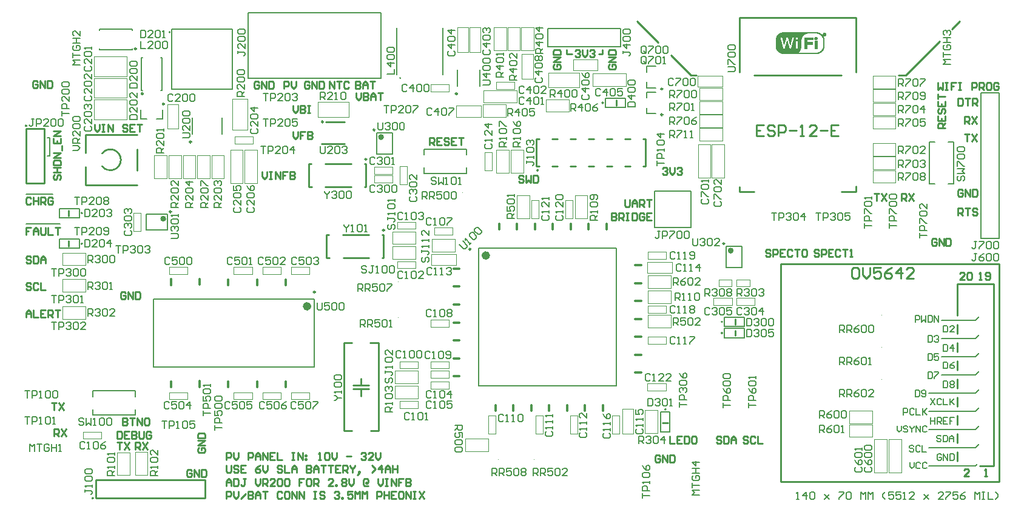
<source format=gto>
G04 Layer_Color=65535*
%FSLAX25Y25*%
%MOIN*%
G70*
G01*
G75*
%ADD59C,0.01000*%
%ADD60C,0.00800*%
%ADD61C,0.01200*%
%ADD65C,0.00787*%
%ADD87C,0.00394*%
%ADD88C,0.00984*%
%ADD89C,0.02362*%
%ADD90C,0.01575*%
%ADD91C,0.00600*%
%ADD92C,0.00050*%
%ADD93C,0.00500*%
D59*
X290091Y188992D02*
G03*
X290091Y188992I-300J0D01*
G01*
X45765Y8779D02*
G03*
X45765Y8779I-300J0D01*
G01*
X9080Y213393D02*
G03*
X9080Y213393I-300J0D01*
G01*
X50637Y191089D02*
G03*
X50637Y198260I4482J3585D01*
G01*
X289291Y190992D02*
Y205992D01*
X349291Y190992D02*
Y205992D01*
X289291Y190992D02*
X290791D01*
X297791D02*
X300791D01*
X307791D02*
X310791D01*
X317791D02*
X320791D01*
X327791D02*
X330791D01*
X337791D02*
X340791D01*
X347791D02*
X349291D01*
X289291Y205992D02*
X290791D01*
X297791D02*
X300791D01*
X307791D02*
X310791D01*
X317791D02*
X320791D01*
X327791D02*
X330791D01*
X337791D02*
X340791D01*
X347791D02*
X349291D01*
X47165Y8779D02*
Y18779D01*
Y8779D02*
X107165D01*
Y18779D01*
X47165D02*
X107165D01*
X18779Y181693D02*
Y211693D01*
X8779Y181693D02*
X18779D01*
X8779D02*
Y211693D01*
X18779D01*
X69882Y188769D02*
Y200580D01*
X41339Y208454D02*
X69882D01*
X41339Y180895D02*
X69882D01*
X41339Y198612D02*
Y208454D01*
Y180895D02*
Y190738D01*
X333071Y224508D02*
Y227461D01*
X31988Y147146D02*
Y150098D01*
Y163878D02*
Y166831D01*
X358563Y50197D02*
X361516D01*
X398524Y104134D02*
Y107087D01*
Y98032D02*
Y100984D01*
X400687Y242756D02*
Y272756D01*
Y177256D02*
Y179756D01*
Y177256D02*
X408687D01*
X456687D02*
X464687D01*
Y180256D01*
Y242756D02*
Y272756D01*
X400687D02*
X464687D01*
X305787Y252953D02*
X308740D01*
X305787D02*
Y255118D01*
X323504Y252953D02*
X325472D01*
Y255118D01*
X488189Y241142D02*
X492126D01*
X510827Y259842D01*
X408661Y241142D02*
X456693D01*
X374016Y241142D02*
X376969D01*
X363104Y252054D02*
X374016Y241142D01*
X356023Y259135D02*
X356023D01*
X344488Y270669D02*
X356023Y259135D01*
X517598Y266614D02*
X521654Y270669D01*
X543433Y17717D02*
Y137496D01*
X423433Y17717D02*
Y137496D01*
X543433D01*
X423433Y17717D02*
X543433D01*
X540433Y26496D02*
Y126496D01*
X520433D02*
X540433D01*
X532933Y26496D02*
X540433D01*
X520433Y28996D02*
Y33996D01*
Y38996D02*
Y43996D01*
Y48996D02*
Y53996D01*
Y58996D02*
Y63996D01*
Y68996D02*
Y73996D01*
Y78996D02*
Y83996D01*
Y88996D02*
Y93996D01*
Y98996D02*
Y103996D01*
Y108996D02*
Y126496D01*
X173721Y140945D02*
Y153543D01*
X205217Y140945D02*
Y153543D01*
X204528D02*
X205217D01*
X204429Y140945D02*
X205217D01*
X173721Y153543D02*
X175295D01*
X173721Y140945D02*
X175492D01*
X182972D02*
X197244D01*
X182874Y153543D02*
X197244D01*
X173130Y192520D02*
X187500D01*
X173228Y179921D02*
X187500D01*
X163976D02*
X165748D01*
X163976Y192520D02*
X165551D01*
X194685Y179921D02*
X195472D01*
X194783Y192520D02*
X195472D01*
Y179921D02*
Y192520D01*
X163976Y179921D02*
Y192520D01*
X173425Y215453D02*
X183957D01*
X171161Y203642D02*
X183957D01*
X192913Y70866D02*
Y74410D01*
Y64961D02*
Y68898D01*
X188583Y70866D02*
X197244D01*
X188583Y68898D02*
X197244D01*
X202461Y45965D02*
Y93996D01*
X183563Y45965D02*
Y93996D01*
Y45965D02*
X187795D01*
X198031D02*
X202461D01*
X183563Y93996D02*
X187894D01*
X197933D02*
X202461D01*
X118717Y29948D02*
Y33947D01*
X120716D01*
X121382Y33280D01*
Y31947D01*
X120716Y31281D01*
X118717D01*
X122715Y33947D02*
Y31281D01*
X124048Y29948D01*
X125381Y31281D01*
Y33947D01*
X130713Y29948D02*
Y33947D01*
X132712D01*
X133379Y33280D01*
Y31947D01*
X132712Y31281D01*
X130713D01*
X134711Y29948D02*
Y32614D01*
X136044Y33947D01*
X137377Y32614D01*
Y29948D01*
Y31947D01*
X134711D01*
X138710Y29948D02*
Y33947D01*
X141376Y29948D01*
Y33947D01*
X145375D02*
X142709D01*
Y29948D01*
X145375D01*
X142709Y31947D02*
X144042D01*
X146707Y33947D02*
Y29948D01*
X149373D01*
X154705Y33947D02*
X156038D01*
X155371D01*
Y29948D01*
X154705D01*
X156038D01*
X158037D02*
Y33947D01*
X160703Y29948D01*
Y33947D01*
X162036Y32614D02*
X162702D01*
Y31947D01*
X162036D01*
Y32614D01*
Y30615D02*
X162702D01*
Y29948D01*
X162036D01*
Y30615D01*
X169367Y29948D02*
X170700D01*
X170033D01*
Y33947D01*
X169367Y33280D01*
X172699D02*
X173366Y33947D01*
X174698D01*
X175365Y33280D01*
Y30615D01*
X174698Y29948D01*
X173366D01*
X172699Y30615D01*
Y33280D01*
X176698Y33947D02*
Y31281D01*
X178031Y29948D01*
X179364Y31281D01*
Y33947D01*
X184695Y31947D02*
X187361D01*
X192693Y33280D02*
X193359Y33947D01*
X194692D01*
X195359Y33280D01*
Y32614D01*
X194692Y31947D01*
X194026D01*
X194692D01*
X195359Y31281D01*
Y30615D01*
X194692Y29948D01*
X193359D01*
X192693Y30615D01*
X199357Y29948D02*
X196691D01*
X199357Y32614D01*
Y33280D01*
X198691Y33947D01*
X197358D01*
X196691Y33280D01*
X200690Y33947D02*
Y31281D01*
X202023Y29948D01*
X203356Y31281D01*
Y33947D01*
X118717Y26748D02*
Y23416D01*
X119383Y22750D01*
X120716D01*
X121382Y23416D01*
Y26748D01*
X125381Y26082D02*
X124715Y26748D01*
X123382D01*
X122715Y26082D01*
Y25416D01*
X123382Y24749D01*
X124715D01*
X125381Y24083D01*
Y23416D01*
X124715Y22750D01*
X123382D01*
X122715Y23416D01*
X129380Y26748D02*
X126714D01*
Y22750D01*
X129380D01*
X126714Y24749D02*
X128047D01*
X137377Y26748D02*
X136044Y26082D01*
X134711Y24749D01*
Y23416D01*
X135378Y22750D01*
X136711D01*
X137377Y23416D01*
Y24083D01*
X136711Y24749D01*
X134711D01*
X138710Y26748D02*
Y24083D01*
X140043Y22750D01*
X141376Y24083D01*
Y26748D01*
X149373Y26082D02*
X148707Y26748D01*
X147374D01*
X146707Y26082D01*
Y25416D01*
X147374Y24749D01*
X148707D01*
X149373Y24083D01*
Y23416D01*
X148707Y22750D01*
X147374D01*
X146707Y23416D01*
X150706Y26748D02*
Y22750D01*
X153372D01*
X154705D02*
Y25416D01*
X156038Y26748D01*
X157371Y25416D01*
Y22750D01*
Y24749D01*
X154705D01*
X162702Y26748D02*
Y22750D01*
X164702D01*
X165368Y23416D01*
Y24083D01*
X164702Y24749D01*
X162702D01*
X164702D01*
X165368Y25416D01*
Y26082D01*
X164702Y26748D01*
X162702D01*
X166701Y22750D02*
Y25416D01*
X168034Y26748D01*
X169367Y25416D01*
Y22750D01*
Y24749D01*
X166701D01*
X170700Y26748D02*
X173366D01*
X172033D01*
Y22750D01*
X174698Y26748D02*
X177364D01*
X176031D01*
Y22750D01*
X181363Y26748D02*
X178697D01*
Y22750D01*
X181363D01*
X178697Y24749D02*
X180030D01*
X182696Y22750D02*
Y26748D01*
X184695D01*
X185362Y26082D01*
Y24749D01*
X184695Y24083D01*
X182696D01*
X184029D02*
X185362Y22750D01*
X186695Y26748D02*
Y26082D01*
X188028Y24749D01*
X189360Y26082D01*
Y26748D01*
X188028Y24749D02*
Y22750D01*
X191360Y22083D02*
X192026Y22750D01*
Y23416D01*
X191360D01*
Y22750D01*
X192026D01*
X191360Y22083D01*
X190693Y21417D01*
X198691Y22750D02*
X200690Y24749D01*
X198691Y26748D01*
X204022Y22750D02*
Y26748D01*
X202023Y24749D01*
X204689D01*
X206022Y22750D02*
Y25416D01*
X207355Y26748D01*
X208687Y25416D01*
Y22750D01*
Y24749D01*
X206022D01*
X210020Y26748D02*
Y22750D01*
Y24749D01*
X212686D01*
Y26748D01*
Y22750D01*
X118717Y15551D02*
Y18217D01*
X120049Y19550D01*
X121382Y18217D01*
Y15551D01*
Y17551D01*
X118717D01*
X122715Y19550D02*
Y15551D01*
X124715D01*
X125381Y16218D01*
Y18883D01*
X124715Y19550D01*
X122715D01*
X129380D02*
X128047D01*
X128713D01*
Y16218D01*
X128047Y15551D01*
X127380D01*
X126714Y16218D01*
X134711Y19550D02*
Y16884D01*
X136044Y15551D01*
X137377Y16884D01*
Y19550D01*
X138710Y15551D02*
Y19550D01*
X140709D01*
X141376Y18883D01*
Y17551D01*
X140709Y16884D01*
X138710D01*
X140043D02*
X141376Y15551D01*
X145375D02*
X142709D01*
X145375Y18217D01*
Y18883D01*
X144708Y19550D01*
X143375D01*
X142709Y18883D01*
X146707D02*
X147374Y19550D01*
X148707D01*
X149373Y18883D01*
Y16218D01*
X148707Y15551D01*
X147374D01*
X146707Y16218D01*
Y18883D01*
X150706D02*
X151373Y19550D01*
X152706D01*
X153372Y18883D01*
Y16218D01*
X152706Y15551D01*
X151373D01*
X150706Y16218D01*
Y18883D01*
X161369Y19550D02*
X158704D01*
Y17551D01*
X160037D01*
X158704D01*
Y15551D01*
X164702Y19550D02*
X163369D01*
X162702Y18883D01*
Y16218D01*
X163369Y15551D01*
X164702D01*
X165368Y16218D01*
Y18883D01*
X164702Y19550D01*
X166701Y15551D02*
Y19550D01*
X168700D01*
X169367Y18883D01*
Y17551D01*
X168700Y16884D01*
X166701D01*
X168034D02*
X169367Y15551D01*
X177364D02*
X174698D01*
X177364Y18217D01*
Y18883D01*
X176698Y19550D01*
X175365D01*
X174698Y18883D01*
X178697Y15551D02*
Y16218D01*
X179364D01*
Y15551D01*
X178697D01*
X182029Y18883D02*
X182696Y19550D01*
X184029D01*
X184695Y18883D01*
Y18217D01*
X184029Y17551D01*
X184695Y16884D01*
Y16218D01*
X184029Y15551D01*
X182696D01*
X182029Y16218D01*
Y16884D01*
X182696Y17551D01*
X182029Y18217D01*
Y18883D01*
X182696Y17551D02*
X184029D01*
X186028Y19550D02*
Y16884D01*
X187361Y15551D01*
X188694Y16884D01*
Y19550D01*
X196025Y16884D02*
Y17551D01*
X195359D01*
Y16884D01*
X196025D01*
X196691Y17551D01*
Y18883D01*
X196025Y19550D01*
X194692D01*
X194026Y18883D01*
Y16218D01*
X194692Y15551D01*
X196691D01*
X202023Y19550D02*
Y16884D01*
X203356Y15551D01*
X204689Y16884D01*
Y19550D01*
X206022D02*
X207355D01*
X206688D01*
Y15551D01*
X206022D01*
X207355D01*
X209354D02*
Y19550D01*
X212020Y15551D01*
Y19550D01*
X216019D02*
X213353D01*
Y17551D01*
X214686D01*
X213353D01*
Y15551D01*
X217351Y19550D02*
Y15551D01*
X219351D01*
X220017Y16218D01*
Y16884D01*
X219351Y17551D01*
X217351D01*
X219351D01*
X220017Y18217D01*
Y18883D01*
X219351Y19550D01*
X217351D01*
X118717Y8353D02*
Y12352D01*
X120716D01*
X121382Y11685D01*
Y10352D01*
X120716Y9686D01*
X118717D01*
X122715Y12352D02*
Y9686D01*
X124048Y8353D01*
X125381Y9686D01*
Y12352D01*
X126714Y8353D02*
X129380Y11019D01*
X130713Y12352D02*
Y8353D01*
X132712D01*
X133379Y9019D01*
Y9686D01*
X132712Y10352D01*
X130713D01*
X132712D01*
X133379Y11019D01*
Y11685D01*
X132712Y12352D01*
X130713D01*
X134711Y8353D02*
Y11019D01*
X136044Y12352D01*
X137377Y11019D01*
Y8353D01*
Y10352D01*
X134711D01*
X138710Y12352D02*
X141376D01*
X140043D01*
Y8353D01*
X149373Y11685D02*
X148707Y12352D01*
X147374D01*
X146707Y11685D01*
Y9019D01*
X147374Y8353D01*
X148707D01*
X149373Y9019D01*
X152706Y12352D02*
X151373D01*
X150706Y11685D01*
Y9019D01*
X151373Y8353D01*
X152706D01*
X153372Y9019D01*
Y11685D01*
X152706Y12352D01*
X154705Y8353D02*
Y12352D01*
X157371Y8353D01*
Y12352D01*
X158704Y8353D02*
Y12352D01*
X161369Y8353D01*
Y12352D01*
X166701D02*
X168034D01*
X167367D01*
Y8353D01*
X166701D01*
X168034D01*
X172699Y11685D02*
X172033Y12352D01*
X170700D01*
X170033Y11685D01*
Y11019D01*
X170700Y10352D01*
X172033D01*
X172699Y9686D01*
Y9019D01*
X172033Y8353D01*
X170700D01*
X170033Y9019D01*
X178031Y11685D02*
X178697Y12352D01*
X180030D01*
X180696Y11685D01*
Y11019D01*
X180030Y10352D01*
X179364D01*
X180030D01*
X180696Y9686D01*
Y9019D01*
X180030Y8353D01*
X178697D01*
X178031Y9019D01*
X182029Y8353D02*
Y9019D01*
X182696D01*
Y8353D01*
X182029D01*
X188028Y12352D02*
X185362D01*
Y10352D01*
X186695Y11019D01*
X187361D01*
X188028Y10352D01*
Y9019D01*
X187361Y8353D01*
X186028D01*
X185362Y9019D01*
X189360Y8353D02*
Y12352D01*
X190693Y11019D01*
X192026Y12352D01*
Y8353D01*
X193359D02*
Y12352D01*
X194692Y11019D01*
X196025Y12352D01*
Y8353D01*
X201357D02*
Y12352D01*
X203356D01*
X204022Y11685D01*
Y10352D01*
X203356Y9686D01*
X201357D01*
X205355Y12352D02*
Y8353D01*
Y10352D01*
X208021D01*
Y12352D01*
Y8353D01*
X212020Y12352D02*
X209354D01*
Y8353D01*
X212020D01*
X209354Y10352D02*
X210687D01*
X215352Y12352D02*
X214019D01*
X213353Y11685D01*
Y9019D01*
X214019Y8353D01*
X215352D01*
X216019Y9019D01*
Y11685D01*
X215352Y12352D01*
X217351Y8353D02*
Y12352D01*
X220017Y8353D01*
Y12352D01*
X221350D02*
X222683D01*
X222017D01*
Y8353D01*
X221350D01*
X222683D01*
X224682Y12352D02*
X227348Y8353D01*
Y12352D02*
X224682Y8353D01*
X337662Y172827D02*
Y169495D01*
X338328Y168828D01*
X339661D01*
X340328Y169495D01*
Y172827D01*
X341660Y168828D02*
Y171494D01*
X342993Y172827D01*
X344326Y171494D01*
Y168828D01*
Y170828D01*
X341660D01*
X345659Y168828D02*
Y172827D01*
X347658D01*
X348325Y172161D01*
Y170828D01*
X347658Y170161D01*
X345659D01*
X346992D02*
X348325Y168828D01*
X349658Y172827D02*
X352324D01*
X350991D01*
Y168828D01*
X330331Y165629D02*
Y161630D01*
X332330D01*
X332997Y162296D01*
Y162963D01*
X332330Y163629D01*
X330331D01*
X332330D01*
X332997Y164296D01*
Y164962D01*
X332330Y165629D01*
X330331D01*
X334329Y161630D02*
Y165629D01*
X336329D01*
X336995Y164962D01*
Y163629D01*
X336329Y162963D01*
X334329D01*
X335662D02*
X336995Y161630D01*
X338328Y165629D02*
X339661D01*
X338995D01*
Y161630D01*
X338328D01*
X339661D01*
X341660Y165629D02*
Y161630D01*
X343660D01*
X344326Y162296D01*
Y164962D01*
X343660Y165629D01*
X341660D01*
X348325Y164962D02*
X347658Y165629D01*
X346326D01*
X345659Y164962D01*
Y162296D01*
X346326Y161630D01*
X347658D01*
X348325Y162296D01*
Y163629D01*
X346992D01*
X352324Y165629D02*
X349658D01*
Y161630D01*
X352324D01*
X349658Y163629D02*
X350991D01*
X509858Y237282D02*
Y233283D01*
X511191Y234616D01*
X512524Y233283D01*
Y237282D01*
X513857D02*
X515190D01*
X514523D01*
Y233283D01*
X513857D01*
X515190D01*
X519855Y237282D02*
X517189D01*
Y235283D01*
X518522D01*
X517189D01*
Y233283D01*
X521188Y237282D02*
X522521D01*
X521854D01*
Y233283D01*
X521188D01*
X522521D01*
X528519D02*
Y237282D01*
X530518D01*
X531185Y236616D01*
Y235283D01*
X530518Y234616D01*
X528519D01*
X532518Y233283D02*
Y237282D01*
X534517D01*
X535183Y236616D01*
Y235283D01*
X534517Y234616D01*
X532518D01*
X533850D02*
X535183Y233283D01*
X538516Y237282D02*
X537183D01*
X536516Y236616D01*
Y233950D01*
X537183Y233283D01*
X538516D01*
X539182Y233950D01*
Y236616D01*
X538516Y237282D01*
X543181Y236616D02*
X542514Y237282D01*
X541182D01*
X540515Y236616D01*
Y233950D01*
X541182Y233283D01*
X542514D01*
X543181Y233950D01*
Y235283D01*
X541848D01*
X282193Y185419D02*
X281527Y186085D01*
X280194D01*
X279528Y185419D01*
Y184752D01*
X280194Y184086D01*
X281527D01*
X282193Y183420D01*
Y182753D01*
X281527Y182087D01*
X280194D01*
X279528Y182753D01*
X283526Y186085D02*
Y182087D01*
X284859Y183420D01*
X286192Y182087D01*
Y186085D01*
X287525D02*
Y182087D01*
X289524D01*
X290191Y182753D01*
Y185419D01*
X289524Y186085D01*
X287525D01*
X362500Y42778D02*
Y38780D01*
X365166D01*
X369164Y42778D02*
X366499D01*
Y38780D01*
X369164D01*
X366499Y40779D02*
X367832D01*
X370497Y42778D02*
Y38780D01*
X372497D01*
X373163Y39446D01*
Y42112D01*
X372497Y42778D01*
X370497D01*
X374496Y42112D02*
X375163Y42778D01*
X376496D01*
X377162Y42112D01*
Y39446D01*
X376496Y38780D01*
X375163D01*
X374496Y39446D01*
Y42112D01*
X58661Y45337D02*
Y41339D01*
X60661D01*
X61327Y42005D01*
Y44671D01*
X60661Y45337D01*
X58661D01*
X65326D02*
X62660D01*
Y41339D01*
X65326D01*
X62660Y43338D02*
X63993D01*
X66659Y45337D02*
Y41339D01*
X68658D01*
X69325Y42005D01*
Y42671D01*
X68658Y43338D01*
X66659D01*
X68658D01*
X69325Y44004D01*
Y44671D01*
X68658Y45337D01*
X66659D01*
X70658D02*
Y42005D01*
X71324Y41339D01*
X72657D01*
X73323Y42005D01*
Y45337D01*
X77322Y44671D02*
X76656Y45337D01*
X75323D01*
X74656Y44671D01*
Y42005D01*
X75323Y41339D01*
X76656D01*
X77322Y42005D01*
Y43338D01*
X75989D01*
X99910Y23805D02*
X99243Y24471D01*
X97910D01*
X97244Y23805D01*
Y21139D01*
X97910Y20472D01*
X99243D01*
X99910Y21139D01*
Y22472D01*
X98577D01*
X101243Y20472D02*
Y24471D01*
X103909Y20472D01*
Y24471D01*
X105242D02*
Y20472D01*
X107241D01*
X107907Y21139D01*
Y23805D01*
X107241Y24471D01*
X105242D01*
X24016Y42913D02*
Y46912D01*
X26015D01*
X26682Y46246D01*
Y44913D01*
X26015Y44246D01*
X24016D01*
X25349D02*
X26682Y42913D01*
X28014Y46912D02*
X30680Y42913D01*
Y46912D02*
X28014Y42913D01*
X22835Y61085D02*
X25501D01*
X24168D01*
Y57087D01*
X26833Y61085D02*
X29499Y57087D01*
Y61085D02*
X26833Y57087D01*
X58661Y39432D02*
X61327D01*
X59994D01*
Y35433D01*
X62660Y39432D02*
X65326Y35433D01*
Y39432D02*
X62660Y35433D01*
X68898D02*
Y39432D01*
X70897D01*
X71563Y38765D01*
Y37432D01*
X70897Y36766D01*
X68898D01*
X70231D02*
X71563Y35433D01*
X72896Y39432D02*
X75562Y35433D01*
Y39432D02*
X72896Y35433D01*
X356996Y31876D02*
X356330Y32542D01*
X354997D01*
X354331Y31876D01*
Y29210D01*
X354997Y28543D01*
X356330D01*
X356996Y29210D01*
Y30543D01*
X355664D01*
X358329Y28543D02*
Y32542D01*
X360995Y28543D01*
Y32542D01*
X362328D02*
Y28543D01*
X364328D01*
X364994Y29210D01*
Y31876D01*
X364328Y32542D01*
X362328D01*
X190157Y231558D02*
Y228892D01*
X191490Y227559D01*
X192823Y228892D01*
Y231558D01*
X194156D02*
Y227559D01*
X196156D01*
X196822Y228225D01*
Y228892D01*
X196156Y229558D01*
X194156D01*
X196156D01*
X196822Y230225D01*
Y230891D01*
X196156Y231558D01*
X194156D01*
X198155Y227559D02*
Y230225D01*
X199488Y231558D01*
X200821Y230225D01*
Y227559D01*
Y229558D01*
X198155D01*
X202154Y231558D02*
X204819D01*
X203486D01*
Y227559D01*
X405619Y42013D02*
X404952Y42680D01*
X403619D01*
X402953Y42013D01*
Y41347D01*
X403619Y40681D01*
X404952D01*
X405619Y40014D01*
Y39348D01*
X404952Y38681D01*
X403619D01*
X402953Y39348D01*
X409617Y42013D02*
X408951Y42680D01*
X407618D01*
X406952Y42013D01*
Y39348D01*
X407618Y38681D01*
X408951D01*
X409617Y39348D01*
X410950Y42680D02*
Y38681D01*
X413616D01*
X390756Y42013D02*
X390090Y42680D01*
X388757D01*
X388090Y42013D01*
Y41347D01*
X388757Y40681D01*
X390090D01*
X390756Y40014D01*
Y39348D01*
X390090Y38681D01*
X388757D01*
X388090Y39348D01*
X392089Y42680D02*
Y38681D01*
X394089D01*
X394755Y39348D01*
Y42013D01*
X394089Y42680D01*
X392089D01*
X396088Y38681D02*
Y41347D01*
X397421Y42680D01*
X398754Y41347D01*
Y38681D01*
Y40681D01*
X396088D01*
X61811Y52818D02*
Y48819D01*
X63810D01*
X64477Y49485D01*
Y50152D01*
X63810Y50818D01*
X61811D01*
X63810D01*
X64477Y51485D01*
Y52151D01*
X63810Y52818D01*
X61811D01*
X65810D02*
X68476D01*
X67143D01*
Y48819D01*
X69808D02*
Y52818D01*
X72474Y48819D01*
Y52818D01*
X73807Y52151D02*
X74474Y52818D01*
X75806D01*
X76473Y52151D01*
Y49485D01*
X75806Y48819D01*
X74474D01*
X73807Y49485D01*
Y52151D01*
X24621Y186524D02*
X23954Y185858D01*
Y184525D01*
X24621Y183858D01*
X25287D01*
X25953Y184525D01*
Y185858D01*
X26620Y186524D01*
X27286D01*
X27953Y185858D01*
Y184525D01*
X27286Y183858D01*
X23954Y187857D02*
X27953D01*
X25953D01*
Y190523D01*
X23954D01*
X27953D01*
X23954Y191856D02*
X27953D01*
Y193855D01*
X27286Y194521D01*
X24621D01*
X23954Y193855D01*
Y191856D01*
X27953Y195854D02*
X23954D01*
X27953Y198520D01*
X23954D01*
X28619Y199853D02*
Y202519D01*
X23954Y206518D02*
Y203852D01*
X27953D01*
Y206518D01*
X25953Y203852D02*
Y205185D01*
X27953Y207851D02*
X23954D01*
X27953Y210516D01*
X23954D01*
X11524Y157542D02*
X8858D01*
Y155543D01*
X10191D01*
X8858D01*
Y153543D01*
X12857D02*
Y156209D01*
X14190Y157542D01*
X15523Y156209D01*
Y153543D01*
Y155543D01*
X12857D01*
X16856Y157542D02*
Y154210D01*
X17522Y153543D01*
X18855D01*
X19522Y154210D01*
Y157542D01*
X20854D02*
Y153543D01*
X23520D01*
X24853Y157542D02*
X27519D01*
X26186D01*
Y153543D01*
X11524Y173608D02*
X10858Y174274D01*
X9525D01*
X8858Y173608D01*
Y170942D01*
X9525Y170276D01*
X10858D01*
X11524Y170942D01*
X12857Y174274D02*
Y170276D01*
Y172275D01*
X15523D01*
Y174274D01*
Y170276D01*
X16856D02*
Y174274D01*
X18855D01*
X19522Y173608D01*
Y172275D01*
X18855Y171608D01*
X16856D01*
X18189D02*
X19522Y170276D01*
X23520Y173608D02*
X22854Y174274D01*
X21521D01*
X20854Y173608D01*
Y170942D01*
X21521Y170276D01*
X22854D01*
X23520Y170942D01*
Y172275D01*
X22187D01*
X8661Y108268D02*
Y110933D01*
X9994Y112266D01*
X11327Y110933D01*
Y108268D01*
Y110267D01*
X8661D01*
X12660Y112266D02*
Y108268D01*
X15326D01*
X19325Y112266D02*
X16659D01*
Y108268D01*
X19325D01*
X16659Y110267D02*
X17992D01*
X20658Y108268D02*
Y112266D01*
X22657D01*
X23323Y111600D01*
Y110267D01*
X22657Y109601D01*
X20658D01*
X21991D02*
X23323Y108268D01*
X24656Y112266D02*
X27322D01*
X25989D01*
Y108268D01*
X11524Y126364D02*
X10858Y127030D01*
X9525D01*
X8858Y126364D01*
Y125697D01*
X9525Y125031D01*
X10858D01*
X11524Y124364D01*
Y123698D01*
X10858Y123031D01*
X9525D01*
X8858Y123698D01*
X15523Y126364D02*
X14856Y127030D01*
X13523D01*
X12857Y126364D01*
Y123698D01*
X13523Y123031D01*
X14856D01*
X15523Y123698D01*
X16856Y127030D02*
Y123031D01*
X19522D01*
X11524Y141128D02*
X10858Y141794D01*
X9525D01*
X8858Y141128D01*
Y140461D01*
X9525Y139795D01*
X10858D01*
X11524Y139128D01*
Y138462D01*
X10858Y137795D01*
X9525D01*
X8858Y138462D01*
X12857Y141794D02*
Y137795D01*
X14856D01*
X15523Y138462D01*
Y141128D01*
X14856Y141794D01*
X12857D01*
X16856Y137795D02*
Y140461D01*
X18189Y141794D01*
X19522Y140461D01*
Y137795D01*
Y139795D01*
X16856D01*
X14969Y237486D02*
X14302Y238152D01*
X12970D01*
X12303Y237486D01*
Y234820D01*
X12970Y234154D01*
X14302D01*
X14969Y234820D01*
Y236153D01*
X13636D01*
X16302Y234154D02*
Y238152D01*
X18968Y234154D01*
Y238152D01*
X20301D02*
Y234154D01*
X22300D01*
X22966Y234820D01*
Y237486D01*
X22300Y238152D01*
X20301D01*
X103754Y36524D02*
X103088Y35858D01*
Y34525D01*
X103754Y33858D01*
X106420D01*
X107087Y34525D01*
Y35858D01*
X106420Y36524D01*
X105087D01*
Y35191D01*
X107087Y37857D02*
X103088D01*
X107087Y40523D01*
X103088D01*
Y41856D02*
X107087D01*
Y43855D01*
X106420Y44521D01*
X103754D01*
X103088Y43855D01*
Y41856D01*
X417922Y144966D02*
X417255Y145633D01*
X415922D01*
X415256Y144966D01*
Y144300D01*
X415922Y143633D01*
X417255D01*
X417922Y142967D01*
Y142300D01*
X417255Y141634D01*
X415922D01*
X415256Y142300D01*
X419255Y141634D02*
Y145633D01*
X421254D01*
X421920Y144966D01*
Y143633D01*
X421254Y142967D01*
X419255D01*
X425919Y145633D02*
X423253D01*
Y141634D01*
X425919D01*
X423253Y143633D02*
X424586D01*
X429918Y144966D02*
X429251Y145633D01*
X427918D01*
X427252Y144966D01*
Y142300D01*
X427918Y141634D01*
X429251D01*
X429918Y142300D01*
X431251Y145633D02*
X433917D01*
X432584D01*
Y141634D01*
X435250Y144966D02*
X435916Y145633D01*
X437249D01*
X437915Y144966D01*
Y142300D01*
X437249Y141634D01*
X435916D01*
X435250Y142300D01*
Y144966D01*
X444300D02*
X443633Y145633D01*
X442300D01*
X441634Y144966D01*
Y144300D01*
X442300Y143633D01*
X443633D01*
X444300Y142967D01*
Y142300D01*
X443633Y141634D01*
X442300D01*
X441634Y142300D01*
X445633Y141634D02*
Y145633D01*
X447632D01*
X448298Y144966D01*
Y143633D01*
X447632Y142967D01*
X445633D01*
X452297Y145633D02*
X449631D01*
Y141634D01*
X452297D01*
X449631Y143633D02*
X450964D01*
X456296Y144966D02*
X455629Y145633D01*
X454296D01*
X453630Y144966D01*
Y142300D01*
X454296Y141634D01*
X455629D01*
X456296Y142300D01*
X457629Y145633D02*
X460294D01*
X458962D01*
Y141634D01*
X461627D02*
X462960D01*
X462294D01*
Y145633D01*
X461627Y144966D01*
X63591Y121639D02*
X62924Y122306D01*
X61592D01*
X60925Y121639D01*
Y118974D01*
X61592Y118307D01*
X62924D01*
X63591Y118974D01*
Y120306D01*
X62258D01*
X64924Y118307D02*
Y122306D01*
X67590Y118307D01*
Y122306D01*
X68923D02*
Y118307D01*
X70922D01*
X71588Y118974D01*
Y121639D01*
X70922Y122306D01*
X68923D01*
X299030Y247154D02*
X298363Y246487D01*
Y245155D01*
X299030Y244488D01*
X301696D01*
X302362Y245155D01*
Y246487D01*
X301696Y247154D01*
X300363D01*
Y245821D01*
X302362Y248487D02*
X298363D01*
X302362Y251153D01*
X298363D01*
Y252486D02*
X302362D01*
Y254485D01*
X301696Y255151D01*
X299030D01*
X298363Y254485D01*
Y252486D01*
X508965Y150872D02*
X508299Y151538D01*
X506966D01*
X506299Y150872D01*
Y148206D01*
X506966Y147539D01*
X508299D01*
X508965Y148206D01*
Y149539D01*
X507632D01*
X510298Y147539D02*
Y151538D01*
X512964Y147539D01*
Y151538D01*
X514297D02*
Y147539D01*
X516296D01*
X516962Y148206D01*
Y150872D01*
X516296Y151538D01*
X514297D01*
X414099Y213719D02*
X410100D01*
Y207720D01*
X414099D01*
X410100Y210719D02*
X412100D01*
X420097Y212719D02*
X419097Y213719D01*
X417098D01*
X416098Y212719D01*
Y211719D01*
X417098Y210719D01*
X419097D01*
X420097Y209720D01*
Y208720D01*
X419097Y207720D01*
X417098D01*
X416098Y208720D01*
X422096Y207720D02*
Y213719D01*
X425095D01*
X426095Y212719D01*
Y210719D01*
X425095Y209720D01*
X422096D01*
X428094Y210719D02*
X432093D01*
X434092Y207720D02*
X436092D01*
X435092D01*
Y213719D01*
X434092Y212719D01*
X443089Y207720D02*
X439091D01*
X443089Y211719D01*
Y212719D01*
X442090Y213719D01*
X440091D01*
X439091Y212719D01*
X445089Y210719D02*
X449088D01*
X455086Y213719D02*
X451087D01*
Y207720D01*
X455086D01*
X451087Y210719D02*
X453086D01*
X230315Y202756D02*
Y206755D01*
X232314D01*
X232981Y206088D01*
Y204755D01*
X232314Y204089D01*
X230315D01*
X231648D02*
X232981Y202756D01*
X236980Y206755D02*
X234314D01*
Y202756D01*
X236980D01*
X234314Y204755D02*
X235647D01*
X240978Y206088D02*
X240312Y206755D01*
X238979D01*
X238312Y206088D01*
Y205422D01*
X238979Y204755D01*
X240312D01*
X240978Y204089D01*
Y203422D01*
X240312Y202756D01*
X238979D01*
X238312Y203422D01*
X244977Y206755D02*
X242311D01*
Y202756D01*
X244977D01*
X242311Y204755D02*
X243644D01*
X246310Y206755D02*
X248976D01*
X247643D01*
Y202756D01*
X358563Y189848D02*
X359229Y190515D01*
X360562D01*
X361229Y189848D01*
Y189181D01*
X360562Y188515D01*
X359896D01*
X360562D01*
X361229Y187849D01*
Y187182D01*
X360562Y186516D01*
X359229D01*
X358563Y187182D01*
X362562Y190515D02*
Y187849D01*
X363895Y186516D01*
X365228Y187849D01*
Y190515D01*
X366560Y189848D02*
X367227Y190515D01*
X368560D01*
X369226Y189848D01*
Y189181D01*
X368560Y188515D01*
X367893D01*
X368560D01*
X369226Y187849D01*
Y187182D01*
X368560Y186516D01*
X367227D01*
X366560Y187182D01*
X513779Y212205D02*
X509781D01*
Y214204D01*
X510447Y214871D01*
X511780D01*
X512447Y214204D01*
Y212205D01*
Y213538D02*
X513779Y214871D01*
X509781Y218869D02*
Y216203D01*
X513779D01*
Y218869D01*
X511780Y216203D02*
Y217536D01*
X510447Y222868D02*
X509781Y222201D01*
Y220869D01*
X510447Y220202D01*
X511114D01*
X511780Y220869D01*
Y222201D01*
X512447Y222868D01*
X513113D01*
X513779Y222201D01*
Y220869D01*
X513113Y220202D01*
X509781Y226867D02*
Y224201D01*
X513779D01*
Y226867D01*
X511780Y224201D02*
Y225534D01*
X509781Y228200D02*
Y230865D01*
Y229533D01*
X513779D01*
X489764Y172047D02*
Y176046D01*
X491763D01*
X492430Y175380D01*
Y174047D01*
X491763Y173380D01*
X489764D01*
X491097D02*
X492430Y172047D01*
X493762Y176046D02*
X496428Y172047D01*
Y176046D02*
X493762Y172047D01*
X474803Y176046D02*
X477469D01*
X476136D01*
Y172047D01*
X478802Y176046D02*
X481468Y172047D01*
Y176046D02*
X478802Y172047D01*
X520669Y228408D02*
Y224410D01*
X522669D01*
X523335Y225076D01*
Y227742D01*
X522669Y228408D01*
X520669D01*
X524668D02*
X527334D01*
X526001D01*
Y224410D01*
X528667D02*
Y228408D01*
X530666D01*
X531332Y227742D01*
Y226409D01*
X530666Y225742D01*
X528667D01*
X530000D02*
X531332Y224410D01*
X524606Y214567D02*
Y218566D01*
X526606D01*
X527272Y217899D01*
Y216566D01*
X526606Y215900D01*
X524606D01*
X525939D02*
X527272Y214567D01*
X528605Y218566D02*
X531271Y214567D01*
Y218566D02*
X528605Y214567D01*
X524606Y208723D02*
X527272D01*
X525939D01*
Y204724D01*
X528605Y208723D02*
X531271Y204724D01*
Y208723D02*
X528605Y204724D01*
X520866Y164173D02*
Y168172D01*
X522865D01*
X523532Y167506D01*
Y166173D01*
X522865Y165506D01*
X520866D01*
X522199D02*
X523532Y164173D01*
X524865Y168172D02*
X527531D01*
X526198D01*
Y164173D01*
X531529Y167506D02*
X530863Y168172D01*
X529530D01*
X528864Y167506D01*
Y166839D01*
X529530Y166173D01*
X530863D01*
X531529Y165506D01*
Y164840D01*
X530863Y164173D01*
X529530D01*
X528864Y164840D01*
X175591Y233858D02*
Y237857D01*
X178256Y233858D01*
Y237857D01*
X179589D02*
X182255D01*
X180922D01*
Y233858D01*
X186254Y237191D02*
X185587Y237857D01*
X184254D01*
X183588Y237191D01*
Y234525D01*
X184254Y233858D01*
X185587D01*
X186254Y234525D01*
X189764Y237857D02*
Y233858D01*
X191763D01*
X192430Y234525D01*
Y235191D01*
X191763Y235858D01*
X189764D01*
X191763D01*
X192430Y236524D01*
Y237191D01*
X191763Y237857D01*
X189764D01*
X193763Y233858D02*
Y236524D01*
X195095Y237857D01*
X196428Y236524D01*
Y233858D01*
Y235858D01*
X193763D01*
X197761Y237857D02*
X200427D01*
X199094D01*
Y233858D01*
X310630Y254513D02*
X311296Y255180D01*
X312629D01*
X313296Y254513D01*
Y253847D01*
X312629Y253181D01*
X311963D01*
X312629D01*
X313296Y252514D01*
Y251848D01*
X312629Y251181D01*
X311296D01*
X310630Y251848D01*
X314629Y255180D02*
Y252514D01*
X315962Y251181D01*
X317294Y252514D01*
Y255180D01*
X318627Y254513D02*
X319294Y255180D01*
X320627D01*
X321293Y254513D01*
Y253847D01*
X320627Y253181D01*
X319960D01*
X320627D01*
X321293Y252514D01*
Y251848D01*
X320627Y251181D01*
X319294D01*
X318627Y251848D01*
X329345Y247154D02*
X328678Y246487D01*
Y245155D01*
X329345Y244488D01*
X332011D01*
X332677Y245155D01*
Y246487D01*
X332011Y247154D01*
X330678D01*
Y245821D01*
X332677Y248487D02*
X328678D01*
X332677Y251153D01*
X328678D01*
Y252486D02*
X332677D01*
Y254485D01*
X332011Y255151D01*
X329345D01*
X328678Y254485D01*
Y252486D01*
X136918Y237191D02*
X136251Y237857D01*
X134918D01*
X134252Y237191D01*
Y234525D01*
X134918Y233858D01*
X136251D01*
X136918Y234525D01*
Y235858D01*
X135585D01*
X138251Y233858D02*
Y237857D01*
X140917Y233858D01*
Y237857D01*
X142249D02*
Y233858D01*
X144249D01*
X144915Y234525D01*
Y237191D01*
X144249Y237857D01*
X142249D01*
X150394Y233858D02*
Y237857D01*
X152393D01*
X153059Y237191D01*
Y235858D01*
X152393Y235191D01*
X150394D01*
X154392Y237857D02*
Y235191D01*
X155725Y233858D01*
X157058Y235191D01*
Y237857D01*
X164477Y237191D02*
X163810Y237857D01*
X162478D01*
X161811Y237191D01*
Y234525D01*
X162478Y233858D01*
X163810D01*
X164477Y234525D01*
Y235858D01*
X163144D01*
X165810Y233858D02*
Y237857D01*
X168475Y233858D01*
Y237857D01*
X169808D02*
Y233858D01*
X171808D01*
X172474Y234525D01*
Y237191D01*
X171808Y237857D01*
X169808D01*
X155512Y224471D02*
Y221805D01*
X156845Y220472D01*
X158178Y221805D01*
Y224471D01*
X159511D02*
Y220472D01*
X161510D01*
X162176Y221139D01*
Y221805D01*
X161510Y222472D01*
X159511D01*
X161510D01*
X162176Y223138D01*
Y223805D01*
X161510Y224471D01*
X159511D01*
X163509D02*
X164842D01*
X164176D01*
Y220472D01*
X163509D01*
X164842D01*
X155512Y210298D02*
Y207632D01*
X156845Y206299D01*
X158178Y207632D01*
Y210298D01*
X162176D02*
X159511D01*
Y208299D01*
X160843D01*
X159511D01*
Y206299D01*
X163509Y210298D02*
Y206299D01*
X165509D01*
X166175Y206966D01*
Y207632D01*
X165509Y208299D01*
X163509D01*
X165509D01*
X166175Y208965D01*
Y209631D01*
X165509Y210298D01*
X163509D01*
X138583Y188251D02*
Y185585D01*
X139916Y184252D01*
X141249Y185585D01*
Y188251D01*
X142581D02*
X143914D01*
X143248D01*
Y184252D01*
X142581D01*
X143914D01*
X145914D02*
Y188251D01*
X148579Y184252D01*
Y188251D01*
X152578D02*
X149912D01*
Y186251D01*
X151245D01*
X149912D01*
Y184252D01*
X153911Y188251D02*
Y184252D01*
X155910D01*
X156577Y184918D01*
Y185585D01*
X155910Y186251D01*
X153911D01*
X155910D01*
X156577Y186918D01*
Y187584D01*
X155910Y188251D01*
X153911D01*
X523335Y177939D02*
X522669Y178605D01*
X521336D01*
X520669Y177939D01*
Y175273D01*
X521336Y174606D01*
X522669D01*
X523335Y175273D01*
Y176606D01*
X522002D01*
X524668Y174606D02*
Y178605D01*
X527334Y174606D01*
Y178605D01*
X528667D02*
Y174606D01*
X530666D01*
X531332Y175273D01*
Y177939D01*
X530666Y178605D01*
X528667D01*
X46555Y214137D02*
Y211471D01*
X47888Y210138D01*
X49221Y211471D01*
Y214137D01*
X50554D02*
X51887D01*
X51220D01*
Y210138D01*
X50554D01*
X51887D01*
X53886D02*
Y214137D01*
X56552Y210138D01*
Y214137D01*
X64549Y213470D02*
X63883Y214137D01*
X62550D01*
X61883Y213470D01*
Y212804D01*
X62550Y212137D01*
X63883D01*
X64549Y211471D01*
Y210804D01*
X63883Y210138D01*
X62550D01*
X61883Y210804D01*
X68548Y214137D02*
X65882D01*
Y210138D01*
X68548D01*
X65882Y212137D02*
X67215D01*
X69881Y214137D02*
X72547D01*
X71214D01*
Y210138D01*
X465432Y135494D02*
X463433D01*
X462433Y134494D01*
Y130496D01*
X463433Y129496D01*
X465432D01*
X466432Y130496D01*
Y134494D01*
X465432Y135494D01*
X468431D02*
Y131495D01*
X470431Y129496D01*
X472430Y131495D01*
Y135494D01*
X478428D02*
X474429D01*
Y132495D01*
X476429Y133495D01*
X477428D01*
X478428Y132495D01*
Y130496D01*
X477428Y129496D01*
X475429D01*
X474429Y130496D01*
X484426Y135494D02*
X482427Y134494D01*
X480427Y132495D01*
Y130496D01*
X481427Y129496D01*
X483426D01*
X484426Y130496D01*
Y131495D01*
X483426Y132495D01*
X480427D01*
X489424Y129496D02*
Y135494D01*
X486425Y132495D01*
X490424D01*
X496422Y129496D02*
X492423D01*
X496422Y133495D01*
Y134494D01*
X495422Y135494D01*
X493423D01*
X492423Y134494D01*
X535433Y20669D02*
X536766D01*
X536099D01*
Y24668D01*
X535433Y24002D01*
X526878Y20669D02*
X524213D01*
X526878Y23335D01*
Y24002D01*
X526212Y24668D01*
X524879D01*
X524213Y24002D01*
X532480Y128937D02*
X533813D01*
X533147D01*
Y132936D01*
X532480Y132269D01*
X535813Y129603D02*
X536479Y128937D01*
X537812D01*
X538478Y129603D01*
Y132269D01*
X537812Y132936D01*
X536479D01*
X535813Y132269D01*
Y131603D01*
X536479Y130936D01*
X538478D01*
X524319Y128937D02*
X521654D01*
X524319Y131603D01*
Y132269D01*
X523653Y132936D01*
X522320D01*
X521654Y132269D01*
X525652D02*
X526319Y132936D01*
X527652D01*
X528318Y132269D01*
Y129603D01*
X527652Y128937D01*
X526319D01*
X525652Y129603D01*
Y132269D01*
D60*
X257480Y70472D02*
Y146063D01*
X333071Y70472D02*
Y146063D01*
X257480D02*
X333071D01*
X257480Y70472D02*
X333071D01*
X20472Y196850D02*
X21654D01*
X20472Y206693D02*
X21654D01*
Y196850D02*
Y199409D01*
X8858Y159449D02*
X27559D01*
X8858Y175787D02*
X23622D01*
X21654Y199409D02*
Y206693D01*
X530433Y36496D02*
X532433Y38496D01*
X504933Y36496D02*
X530433D01*
Y46496D02*
X532433Y48496D01*
X504933Y46496D02*
X530433D01*
Y56496D02*
X532433Y58496D01*
X504933Y56496D02*
X530433D01*
Y66496D02*
X532433Y68496D01*
X504933Y66496D02*
X530433D01*
Y76496D02*
X532433Y78496D01*
X511933Y76496D02*
X530433D01*
Y86496D02*
X532433Y88496D01*
X511933Y86496D02*
X530433D01*
Y96496D02*
X532433Y98496D01*
X511933Y96496D02*
X530433D01*
Y106496D02*
X532433Y108496D01*
X511933Y106496D02*
X530433D01*
Y26496D02*
X531433Y27496D01*
X504933Y26496D02*
X530433D01*
X496566Y37212D02*
X495983Y37795D01*
X494816D01*
X494233Y37212D01*
Y36629D01*
X494816Y36046D01*
X495983D01*
X496566Y35462D01*
Y34879D01*
X495983Y34296D01*
X494816D01*
X494233Y34879D01*
X500065Y37212D02*
X499481Y37795D01*
X498315D01*
X497732Y37212D01*
Y34879D01*
X498315Y34296D01*
X499481D01*
X500065Y34879D01*
X501231Y37795D02*
Y34296D01*
X503563D01*
X511566Y42712D02*
X510983Y43295D01*
X509816D01*
X509233Y42712D01*
Y42129D01*
X509816Y41546D01*
X510983D01*
X511566Y40962D01*
Y40379D01*
X510983Y39796D01*
X509816D01*
X509233Y40379D01*
X512732Y43295D02*
Y39796D01*
X514481D01*
X515064Y40379D01*
Y42712D01*
X514481Y43295D01*
X512732D01*
X516231Y39796D02*
Y42129D01*
X517397Y43295D01*
X518563Y42129D01*
Y39796D01*
Y41546D01*
X516231D01*
X531209Y143073D02*
X529876D01*
X530543D01*
Y139741D01*
X529876Y139075D01*
X529210D01*
X528543Y139741D01*
X535208Y143073D02*
X533875Y142407D01*
X532542Y141074D01*
Y139741D01*
X533209Y139075D01*
X534541D01*
X535208Y139741D01*
Y140408D01*
X534541Y141074D01*
X532542D01*
X536541Y142407D02*
X537207Y143073D01*
X538540D01*
X539207Y142407D01*
Y139741D01*
X538540Y139075D01*
X537207D01*
X536541Y139741D01*
Y142407D01*
X540539D02*
X541206Y143073D01*
X542539D01*
X543205Y142407D01*
Y139741D01*
X542539Y139075D01*
X541206D01*
X540539Y139741D01*
Y142407D01*
X488189Y235236D02*
Y239235D01*
X490188D01*
X490855Y238568D01*
Y237236D01*
X490188Y236569D01*
X488189D01*
X489522D02*
X490855Y235236D01*
X492188Y239235D02*
X494853D01*
Y238568D01*
X492188Y235903D01*
Y235236D01*
X496186Y238568D02*
X496853Y239235D01*
X498186D01*
X498852Y238568D01*
Y235903D01*
X498186Y235236D01*
X496853D01*
X496186Y235903D01*
Y238568D01*
X500185Y239235D02*
X502851D01*
Y238568D01*
X500185Y235903D01*
Y235236D01*
X168799Y116302D02*
Y112970D01*
X169466Y112303D01*
X170799D01*
X171465Y112970D01*
Y116302D01*
X175464D02*
X172798D01*
Y114303D01*
X174131Y114969D01*
X174797D01*
X175464Y114303D01*
Y112970D01*
X174797Y112303D01*
X173464D01*
X172798Y112970D01*
X176797Y115635D02*
X177463Y116302D01*
X178796D01*
X179462Y115635D01*
Y112970D01*
X178796Y112303D01*
X177463D01*
X176797Y112970D01*
Y115635D01*
X180795D02*
X181462Y116302D01*
X182795D01*
X183461Y115635D01*
Y112970D01*
X182795Y112303D01*
X181462D01*
X180795Y112970D01*
Y115635D01*
X172835Y177424D02*
Y176758D01*
X174168Y175425D01*
X175500Y176758D01*
Y177424D01*
X174168Y175425D02*
Y173425D01*
X176833Y176758D02*
X177500Y177424D01*
X178833D01*
X179499Y176758D01*
Y176091D01*
X178833Y175425D01*
X178166D01*
X178833D01*
X179499Y174758D01*
Y174092D01*
X178833Y173425D01*
X177500D01*
X176833Y174092D01*
X180832Y176758D02*
X181499Y177424D01*
X182831D01*
X183498Y176758D01*
Y174092D01*
X182831Y173425D01*
X181499D01*
X180832Y174092D01*
Y176758D01*
X184831D02*
X185497Y177424D01*
X186830D01*
X187497Y176758D01*
Y174092D01*
X186830Y173425D01*
X185497D01*
X184831Y174092D01*
Y176758D01*
X183465Y159314D02*
Y158647D01*
X184798Y157314D01*
X186130Y158647D01*
Y159314D01*
X184798Y157314D02*
Y155315D01*
X187463D02*
X188796D01*
X188130D01*
Y159314D01*
X187463Y158647D01*
X190796D02*
X191462Y159314D01*
X192795D01*
X193461Y158647D01*
Y155981D01*
X192795Y155315D01*
X191462D01*
X190796Y155981D01*
Y158647D01*
X194794Y155315D02*
X196127D01*
X195461D01*
Y159314D01*
X194794Y158647D01*
X178088Y62598D02*
X178754D01*
X180087Y63931D01*
X178754Y65264D01*
X178088D01*
X180087Y63931D02*
X182087D01*
Y66597D02*
Y67930D01*
Y67264D01*
X178088D01*
X178754Y66597D01*
Y69929D02*
X178088Y70596D01*
Y71929D01*
X178754Y72595D01*
X181420D01*
X182087Y71929D01*
Y70596D01*
X181420Y69929D01*
X178754D01*
Y73928D02*
X178088Y74595D01*
Y75927D01*
X178754Y76594D01*
X181420D01*
X182087Y75927D01*
Y74595D01*
X181420Y73928D01*
X178754D01*
X259781Y235827D02*
X263113D01*
X263779Y236493D01*
Y237826D01*
X263113Y238493D01*
X259781D01*
X263779Y241825D02*
X259781D01*
X261780Y239826D01*
Y242491D01*
X260447Y243824D02*
X259781Y244491D01*
Y245824D01*
X260447Y246490D01*
X263113D01*
X263779Y245824D01*
Y244491D01*
X263113Y243824D01*
X260447D01*
Y247823D02*
X259781Y248489D01*
Y249822D01*
X260447Y250489D01*
X263113D01*
X263779Y249822D01*
Y248489D01*
X263113Y247823D01*
X260447D01*
X375000Y151637D02*
Y148304D01*
X375666Y147638D01*
X376999D01*
X377666Y148304D01*
Y151637D01*
X378999Y150970D02*
X379665Y151637D01*
X380998D01*
X381664Y150970D01*
Y150304D01*
X380998Y149637D01*
X380332D01*
X380998D01*
X381664Y148971D01*
Y148304D01*
X380998Y147638D01*
X379665D01*
X378999Y148304D01*
X382997Y150970D02*
X383664Y151637D01*
X384997D01*
X385663Y150970D01*
Y148304D01*
X384997Y147638D01*
X383664D01*
X382997Y148304D01*
Y150970D01*
X389662Y147638D02*
X386996D01*
X389662Y150304D01*
Y150970D01*
X388996Y151637D01*
X387663D01*
X386996Y150970D01*
X88521Y151575D02*
X91853D01*
X92520Y152241D01*
Y153574D01*
X91853Y154241D01*
X88521D01*
X89187Y155573D02*
X88521Y156240D01*
Y157573D01*
X89187Y158239D01*
X89854D01*
X90520Y157573D01*
Y156906D01*
Y157573D01*
X91187Y158239D01*
X91853D01*
X92520Y157573D01*
Y156240D01*
X91853Y155573D01*
X89187Y159572D02*
X88521Y160239D01*
Y161572D01*
X89187Y162238D01*
X91853D01*
X92520Y161572D01*
Y160239D01*
X91853Y159572D01*
X89187D01*
X92520Y163571D02*
Y164904D01*
Y164237D01*
X88521D01*
X89187Y163571D01*
X201969Y215121D02*
Y211789D01*
X202635Y211122D01*
X203968D01*
X204634Y211789D01*
Y215121D01*
X205967Y214454D02*
X206634Y215121D01*
X207967D01*
X208633Y214454D01*
Y213788D01*
X207967Y213121D01*
X207300D01*
X207967D01*
X208633Y212455D01*
Y211789D01*
X207967Y211122D01*
X206634D01*
X205967Y211789D01*
X209966Y214454D02*
X210632Y215121D01*
X211965D01*
X212632Y214454D01*
Y211789D01*
X211965Y211122D01*
X210632D01*
X209966Y211789D01*
Y214454D01*
X213965D02*
X214631Y215121D01*
X215964D01*
X216630Y214454D01*
Y211789D01*
X215964Y211122D01*
X214631D01*
X213965Y211789D01*
Y214454D01*
X170472Y202030D02*
Y198698D01*
X171139Y198031D01*
X172472D01*
X173138Y198698D01*
Y202030D01*
X177137Y198031D02*
X174471D01*
X177137Y200697D01*
Y201364D01*
X176470Y202030D01*
X175138D01*
X174471Y201364D01*
X178470D02*
X179136Y202030D01*
X180469D01*
X181136Y201364D01*
Y198698D01*
X180469Y198031D01*
X179136D01*
X178470Y198698D01*
Y201364D01*
X182469D02*
X183135Y202030D01*
X184468D01*
X185134Y201364D01*
Y200697D01*
X184468Y200031D01*
X183801D01*
X184468D01*
X185134Y199364D01*
Y198698D01*
X184468Y198031D01*
X183135D01*
X182469Y198698D01*
X94820Y206791D02*
X98152D01*
X98819Y207458D01*
Y208791D01*
X98152Y209457D01*
X94820D01*
X98819Y213456D02*
Y210790D01*
X96153Y213456D01*
X95487D01*
X94820Y212789D01*
Y211456D01*
X95487Y210790D01*
Y214789D02*
X94820Y215455D01*
Y216788D01*
X95487Y217455D01*
X98152D01*
X98819Y216788D01*
Y215455D01*
X98152Y214789D01*
X95487D01*
Y218788D02*
X94820Y219454D01*
Y220787D01*
X95487Y221453D01*
X98152D01*
X98819Y220787D01*
Y219454D01*
X98152Y218788D01*
X95487D01*
X246779Y148103D02*
X249135Y145747D01*
X250078D01*
X251020Y146689D01*
Y147632D01*
X248664Y149988D01*
X252434Y148103D02*
X253376Y149046D01*
X252905Y148574D01*
X250078Y151402D01*
Y150459D01*
X252434Y152816D02*
Y153758D01*
X253376Y154701D01*
X254319D01*
X256204Y152816D01*
Y151873D01*
X255261Y150931D01*
X254319D01*
X252434Y152816D01*
X255261Y155643D02*
Y156586D01*
X256204Y157528D01*
X257146D01*
X259031Y155643D01*
Y154701D01*
X258089Y153758D01*
X257146D01*
X255261Y155643D01*
X499938Y151772D02*
Y154437D01*
Y153104D01*
X503937D01*
Y155770D02*
X499938D01*
Y157770D01*
X500605Y158436D01*
X501938D01*
X502604Y157770D01*
Y155770D01*
X499938Y159769D02*
Y162435D01*
X500605D01*
X503271Y159769D01*
X503937D01*
X500605Y163768D02*
X499938Y164434D01*
Y165767D01*
X500605Y166434D01*
X503271D01*
X503937Y165767D01*
Y164434D01*
X503271Y163768D01*
X500605D01*
X503937Y170432D02*
Y167766D01*
X501271Y170432D01*
X500605D01*
X499938Y169766D01*
Y168433D01*
X500605Y167766D01*
X469426Y157283D02*
Y159949D01*
Y158616D01*
X473425D01*
Y161282D02*
X469426D01*
Y163282D01*
X470093Y163948D01*
X471426D01*
X472092Y163282D01*
Y161282D01*
X469426Y165281D02*
Y167947D01*
X470093D01*
X472759Y165281D01*
X473425D01*
X470093Y169280D02*
X469426Y169946D01*
Y171279D01*
X470093Y171945D01*
X472759D01*
X473425Y171279D01*
Y169946D01*
X472759Y169280D01*
X470093D01*
X473425Y173278D02*
Y174611D01*
Y173945D01*
X469426D01*
X470093Y173278D01*
X483206Y157283D02*
Y159949D01*
Y158616D01*
X487205D01*
Y161282D02*
X483206D01*
Y163282D01*
X483873Y163948D01*
X485205D01*
X485872Y163282D01*
Y161282D01*
X483206Y165281D02*
Y167947D01*
X483873D01*
X486538Y165281D01*
X487205D01*
X483873Y169280D02*
X483206Y169946D01*
Y171279D01*
X483873Y171945D01*
X486538D01*
X487205Y171279D01*
Y169946D01*
X486538Y169280D01*
X483873D01*
Y173278D02*
X483206Y173945D01*
Y175278D01*
X483873Y175944D01*
X486538D01*
X487205Y175278D01*
Y173945D01*
X486538Y173278D01*
X483873D01*
X112537Y46063D02*
Y48729D01*
Y47396D01*
X116535D01*
Y50062D02*
X112537D01*
Y52061D01*
X113203Y52728D01*
X114536D01*
X115202Y52061D01*
Y50062D01*
X112537Y56726D02*
Y54060D01*
X114536D01*
X113870Y55393D01*
Y56060D01*
X114536Y56726D01*
X115869D01*
X116535Y56060D01*
Y54727D01*
X115869Y54060D01*
X113203Y58059D02*
X112537Y58726D01*
Y60058D01*
X113203Y60725D01*
X115869D01*
X116535Y60058D01*
Y58726D01*
X115869Y58059D01*
X113203D01*
Y62058D02*
X112537Y62724D01*
Y64057D01*
X113203Y64724D01*
X115869D01*
X116535Y64057D01*
Y62724D01*
X115869Y62058D01*
X113203D01*
X418504Y165416D02*
X421170D01*
X419837D01*
Y161417D01*
X422503D02*
Y165416D01*
X424502D01*
X425169Y164750D01*
Y163417D01*
X424502Y162750D01*
X422503D01*
X426501Y164750D02*
X427168Y165416D01*
X428501D01*
X429167Y164750D01*
Y164083D01*
X428501Y163417D01*
X427834D01*
X428501D01*
X429167Y162750D01*
Y162084D01*
X428501Y161417D01*
X427168D01*
X426501Y162084D01*
X430500Y164750D02*
X431167Y165416D01*
X432499D01*
X433166Y164750D01*
Y162084D01*
X432499Y161417D01*
X431167D01*
X430500Y162084D01*
Y164750D01*
X436498Y161417D02*
Y165416D01*
X434499Y163417D01*
X437165D01*
X442913Y165416D02*
X445579D01*
X444246D01*
Y161417D01*
X446912D02*
Y165416D01*
X448911D01*
X449578Y164750D01*
Y163417D01*
X448911Y162750D01*
X446912D01*
X450911Y164750D02*
X451577Y165416D01*
X452910D01*
X453577Y164750D01*
Y164083D01*
X452910Y163417D01*
X452244D01*
X452910D01*
X453577Y162750D01*
Y162084D01*
X452910Y161417D01*
X451577D01*
X450911Y162084D01*
X454910Y164750D02*
X455576Y165416D01*
X456909D01*
X457575Y164750D01*
Y162084D01*
X456909Y161417D01*
X455576D01*
X454910Y162084D01*
Y164750D01*
X461574Y165416D02*
X458908D01*
Y163417D01*
X460241Y164083D01*
X460908D01*
X461574Y163417D01*
Y162084D01*
X460908Y161417D01*
X459575D01*
X458908Y162084D01*
X367950Y58858D02*
Y61524D01*
Y60191D01*
X371949D01*
Y62857D02*
X367950D01*
Y64856D01*
X368617Y65523D01*
X369950D01*
X370616Y64856D01*
Y62857D01*
X368617Y66856D02*
X367950Y67522D01*
Y68855D01*
X368617Y69521D01*
X369283D01*
X369950Y68855D01*
Y68189D01*
Y68855D01*
X370616Y69521D01*
X371282D01*
X371949Y68855D01*
Y67522D01*
X371282Y66856D01*
X368617Y70854D02*
X367950Y71521D01*
Y72854D01*
X368617Y73520D01*
X371282D01*
X371949Y72854D01*
Y71521D01*
X371282Y70854D01*
X368617D01*
X367950Y77519D02*
X368617Y76186D01*
X369950Y74853D01*
X371282D01*
X371949Y75520D01*
Y76853D01*
X371282Y77519D01*
X370616D01*
X369950Y76853D01*
Y74853D01*
X58071Y147404D02*
X60737D01*
X59404D01*
Y143405D01*
X62070D02*
Y147404D01*
X64069D01*
X64735Y146738D01*
Y145405D01*
X64069Y144738D01*
X62070D01*
X66068Y146738D02*
X66735Y147404D01*
X68068D01*
X68734Y146738D01*
Y146071D01*
X68068Y145405D01*
X67401D01*
X68068D01*
X68734Y144738D01*
Y144072D01*
X68068Y143405D01*
X66735D01*
X66068Y144072D01*
X70067Y146738D02*
X70733Y147404D01*
X72066D01*
X72733Y146738D01*
Y144072D01*
X72066Y143405D01*
X70733D01*
X70067Y144072D01*
Y146738D01*
X74066D02*
X74732Y147404D01*
X76065D01*
X76731Y146738D01*
Y146071D01*
X76065Y145405D01*
X75399D01*
X76065D01*
X76731Y144738D01*
Y144072D01*
X76065Y143405D01*
X74732D01*
X74066Y144072D01*
X22638Y105377D02*
X25304D01*
X23971D01*
Y101378D01*
X26636D02*
Y105377D01*
X28636D01*
X29302Y104710D01*
Y103377D01*
X28636Y102711D01*
X26636D01*
X30635Y104710D02*
X31302Y105377D01*
X32635D01*
X33301Y104710D01*
Y104044D01*
X32635Y103377D01*
X31968D01*
X32635D01*
X33301Y102711D01*
Y102044D01*
X32635Y101378D01*
X31302D01*
X30635Y102044D01*
X34634Y104710D02*
X35300Y105377D01*
X36633D01*
X37300Y104710D01*
Y102044D01*
X36633Y101378D01*
X35300D01*
X34634Y102044D01*
Y104710D01*
X41298Y101378D02*
X38633D01*
X41298Y104044D01*
Y104710D01*
X40632Y105377D01*
X39299D01*
X38633Y104710D01*
X22638Y120140D02*
X25304D01*
X23971D01*
Y116142D01*
X26636D02*
Y120140D01*
X28636D01*
X29302Y119474D01*
Y118141D01*
X28636Y117475D01*
X26636D01*
X30635Y119474D02*
X31302Y120140D01*
X32635D01*
X33301Y119474D01*
Y118807D01*
X32635Y118141D01*
X31968D01*
X32635D01*
X33301Y117475D01*
Y116808D01*
X32635Y116142D01*
X31302D01*
X30635Y116808D01*
X34634Y119474D02*
X35300Y120140D01*
X36633D01*
X37300Y119474D01*
Y116808D01*
X36633Y116142D01*
X35300D01*
X34634Y116808D01*
Y119474D01*
X38633Y116142D02*
X39966D01*
X39299D01*
Y120140D01*
X38633Y119474D01*
X22638Y134904D02*
X25304D01*
X23971D01*
Y130905D01*
X26636D02*
Y134904D01*
X28636D01*
X29302Y134238D01*
Y132905D01*
X28636Y132238D01*
X26636D01*
X30635Y134238D02*
X31302Y134904D01*
X32635D01*
X33301Y134238D01*
Y133571D01*
X32635Y132905D01*
X31968D01*
X32635D01*
X33301Y132238D01*
Y131572D01*
X32635Y130905D01*
X31302D01*
X30635Y131572D01*
X34634Y134238D02*
X35300Y134904D01*
X36633D01*
X37300Y134238D01*
Y131572D01*
X36633Y130905D01*
X35300D01*
X34634Y131572D01*
Y134238D01*
X38633D02*
X39299Y134904D01*
X40632D01*
X41298Y134238D01*
Y131572D01*
X40632Y130905D01*
X39299D01*
X38633Y131572D01*
Y134238D01*
X35433Y157542D02*
X38099D01*
X36766D01*
Y153543D01*
X39432D02*
Y157542D01*
X41431D01*
X42098Y156876D01*
Y155543D01*
X41431Y154876D01*
X39432D01*
X46096Y153543D02*
X43431D01*
X46096Y156209D01*
Y156876D01*
X45430Y157542D01*
X44097D01*
X43431Y156876D01*
X47429D02*
X48096Y157542D01*
X49429D01*
X50095Y156876D01*
Y154210D01*
X49429Y153543D01*
X48096D01*
X47429Y154210D01*
Y156876D01*
X51428Y154210D02*
X52094Y153543D01*
X53427D01*
X54094Y154210D01*
Y156876D01*
X53427Y157542D01*
X52094D01*
X51428Y156876D01*
Y156209D01*
X52094Y155543D01*
X54094D01*
X35433Y174274D02*
X38099D01*
X36766D01*
Y170276D01*
X39432D02*
Y174274D01*
X41431D01*
X42098Y173608D01*
Y172275D01*
X41431Y171608D01*
X39432D01*
X46096Y170276D02*
X43431D01*
X46096Y172941D01*
Y173608D01*
X45430Y174274D01*
X44097D01*
X43431Y173608D01*
X47429D02*
X48096Y174274D01*
X49429D01*
X50095Y173608D01*
Y170942D01*
X49429Y170276D01*
X48096D01*
X47429Y170942D01*
Y173608D01*
X51428D02*
X52094Y174274D01*
X53427D01*
X54094Y173608D01*
Y172941D01*
X53427Y172275D01*
X54094Y171608D01*
Y170942D01*
X53427Y170276D01*
X52094D01*
X51428Y170942D01*
Y171608D01*
X52094Y172275D01*
X51428Y172941D01*
Y173608D01*
X52094Y172275D02*
X53427D01*
X205512Y224471D02*
X208178D01*
X206845D01*
Y220472D01*
X209510D02*
Y224471D01*
X211510D01*
X212176Y223805D01*
Y222472D01*
X211510Y221805D01*
X209510D01*
X216175Y220472D02*
X213509D01*
X216175Y223138D01*
Y223805D01*
X215509Y224471D01*
X214176D01*
X213509Y223805D01*
X217508D02*
X218174Y224471D01*
X219507D01*
X220174Y223805D01*
Y221139D01*
X219507Y220472D01*
X218174D01*
X217508Y221139D01*
Y223805D01*
X221507Y224471D02*
X224172D01*
Y223805D01*
X221507Y221139D01*
Y220472D01*
X138976Y216991D02*
X141642D01*
X140309D01*
Y212992D01*
X142975D02*
Y216991D01*
X144974D01*
X145641Y216324D01*
Y214991D01*
X144974Y214325D01*
X142975D01*
X149640Y212992D02*
X146974D01*
X149640Y215658D01*
Y216324D01*
X148973Y216991D01*
X147640D01*
X146974Y216324D01*
X150972D02*
X151639Y216991D01*
X152972D01*
X153638Y216324D01*
Y213659D01*
X152972Y212992D01*
X151639D01*
X150972Y213659D01*
Y216324D01*
X157637Y216991D02*
X154971D01*
Y214991D01*
X156304Y215658D01*
X156971D01*
X157637Y214991D01*
Y213659D01*
X156971Y212992D01*
X155638D01*
X154971Y213659D01*
X137795Y202030D02*
X140461D01*
X139128D01*
Y198031D01*
X141794D02*
Y202030D01*
X143793D01*
X144460Y201364D01*
Y200031D01*
X143793Y199364D01*
X141794D01*
X148459Y198031D02*
X145793D01*
X148459Y200697D01*
Y201364D01*
X147792Y202030D01*
X146459D01*
X145793Y201364D01*
X149791D02*
X150458Y202030D01*
X151791D01*
X152457Y201364D01*
Y198698D01*
X151791Y198031D01*
X150458D01*
X149791Y198698D01*
Y201364D01*
X155789Y198031D02*
Y202030D01*
X153790Y200031D01*
X156456D01*
X138976Y231164D02*
X141642D01*
X140309D01*
Y227165D01*
X142975D02*
Y231164D01*
X144974D01*
X145641Y230498D01*
Y229165D01*
X144974Y228498D01*
X142975D01*
X149640Y227165D02*
X146974D01*
X149640Y229831D01*
Y230498D01*
X148973Y231164D01*
X147640D01*
X146974Y230498D01*
X150972D02*
X151639Y231164D01*
X152972D01*
X153638Y230498D01*
Y227832D01*
X152972Y227165D01*
X151639D01*
X150972Y227832D01*
Y230498D01*
X154971D02*
X155638Y231164D01*
X156971D01*
X157637Y230498D01*
Y229831D01*
X156971Y229165D01*
X156304D01*
X156971D01*
X157637Y228498D01*
Y227832D01*
X156971Y227165D01*
X155638D01*
X154971Y227832D01*
X28482Y218898D02*
Y221563D01*
Y220231D01*
X32480D01*
Y222896D02*
X28482D01*
Y224896D01*
X29148Y225562D01*
X30481D01*
X31147Y224896D01*
Y222896D01*
X32480Y229561D02*
Y226895D01*
X29814Y229561D01*
X29148D01*
X28482Y228894D01*
Y227561D01*
X29148Y226895D01*
Y230894D02*
X28482Y231560D01*
Y232893D01*
X29148Y233560D01*
X31814D01*
X32480Y232893D01*
Y231560D01*
X31814Y230894D01*
X29148D01*
Y234893D02*
X28482Y235559D01*
Y236892D01*
X29148Y237558D01*
X31814D01*
X32480Y236892D01*
Y235559D01*
X31814Y234893D01*
X29148D01*
X347379Y8858D02*
Y11524D01*
Y10191D01*
X351378D01*
Y12857D02*
X347379D01*
Y14856D01*
X348046Y15523D01*
X349379D01*
X350045Y14856D01*
Y12857D01*
X351378Y16856D02*
Y18189D01*
Y17522D01*
X347379D01*
X348046Y16856D01*
Y20188D02*
X347379Y20854D01*
Y22187D01*
X348046Y22854D01*
X350711D01*
X351378Y22187D01*
Y20854D01*
X350711Y20188D01*
X348046D01*
X347379Y26853D02*
X348046Y25520D01*
X349379Y24187D01*
X350711D01*
X351378Y24853D01*
Y26186D01*
X350711Y26853D01*
X350045D01*
X349379Y26186D01*
Y24187D01*
X83465Y51243D02*
X86130D01*
X84798D01*
Y47244D01*
X87463D02*
Y51243D01*
X89463D01*
X90129Y50576D01*
Y49243D01*
X89463Y48577D01*
X87463D01*
X91462Y47244D02*
X92795D01*
X92128D01*
Y51243D01*
X91462Y50576D01*
X94794D02*
X95461Y51243D01*
X96794D01*
X97460Y50576D01*
Y47910D01*
X96794Y47244D01*
X95461D01*
X94794Y47910D01*
Y50576D01*
X101459Y51243D02*
X98793D01*
Y49243D01*
X100126Y49910D01*
X100792D01*
X101459Y49243D01*
Y47910D01*
X100792Y47244D01*
X99459D01*
X98793Y47910D01*
X355352Y191535D02*
Y194201D01*
Y192868D01*
X359350D01*
Y195534D02*
X355352D01*
Y197534D01*
X356018Y198200D01*
X357351D01*
X358017Y197534D01*
Y195534D01*
X359350Y199533D02*
Y200866D01*
Y200199D01*
X355352D01*
X356018Y199533D01*
Y202865D02*
X355352Y203532D01*
Y204865D01*
X356018Y205531D01*
X358684D01*
X359350Y204865D01*
Y203532D01*
X358684Y202865D01*
X356018D01*
X359350Y208863D02*
X355352D01*
X357351Y206864D01*
Y209530D01*
X8268Y53605D02*
X10933D01*
X9601D01*
Y49606D01*
X12266D02*
Y53605D01*
X14266D01*
X14932Y52939D01*
Y51606D01*
X14266Y50939D01*
X12266D01*
X16265Y49606D02*
X17598D01*
X16932D01*
Y53605D01*
X16265Y52939D01*
X19597D02*
X20264Y53605D01*
X21597D01*
X22263Y52939D01*
Y50273D01*
X21597Y49606D01*
X20264D01*
X19597Y50273D01*
Y52939D01*
X23596Y49606D02*
X24929D01*
X24263D01*
Y53605D01*
X23596Y52939D01*
X8268Y67778D02*
X10933D01*
X9601D01*
Y63779D01*
X12266D02*
Y67778D01*
X14266D01*
X14932Y67112D01*
Y65779D01*
X14266Y65112D01*
X12266D01*
X16265Y63779D02*
X17598D01*
X16932D01*
Y67778D01*
X16265Y67112D01*
X19597D02*
X20264Y67778D01*
X21597D01*
X22263Y67112D01*
Y64446D01*
X21597Y63779D01*
X20264D01*
X19597Y64446D01*
Y67112D01*
X23596D02*
X24263Y67778D01*
X25596D01*
X26262Y67112D01*
Y64446D01*
X25596Y63779D01*
X24263D01*
X23596Y64446D01*
Y67112D01*
X521274Y185737D02*
X520608Y185070D01*
Y183737D01*
X521274Y183071D01*
X521941D01*
X522607Y183737D01*
Y185070D01*
X523273Y185737D01*
X523940D01*
X524606Y185070D01*
Y183737D01*
X523940Y183071D01*
X520608Y187070D02*
X524606D01*
X523273Y188402D01*
X524606Y189735D01*
X520608D01*
Y191068D02*
Y193734D01*
X521274D01*
X523940Y191068D01*
X524606D01*
X521274Y195067D02*
X520608Y195733D01*
Y197066D01*
X521274Y197733D01*
X523940D01*
X524606Y197066D01*
Y195733D01*
X523940Y195067D01*
X521274D01*
Y199066D02*
X520608Y199732D01*
Y201065D01*
X521274Y201731D01*
X523940D01*
X524606Y201065D01*
Y199732D01*
X523940Y199066D01*
X521274D01*
X233965Y184435D02*
X233299Y185101D01*
X231966D01*
X231299Y184435D01*
Y183768D01*
X231966Y183102D01*
X233299D01*
X233965Y182435D01*
Y181769D01*
X233299Y181102D01*
X231966D01*
X231299Y181769D01*
X235298Y185101D02*
Y181102D01*
X236631Y182435D01*
X237964Y181102D01*
Y185101D01*
X239297Y181102D02*
X240630D01*
X239963D01*
Y185101D01*
X239297Y184435D01*
X242629D02*
X243295Y185101D01*
X244628D01*
X245295Y184435D01*
Y181769D01*
X244628Y181102D01*
X243295D01*
X242629Y181769D01*
Y184435D01*
X246628Y181102D02*
X247960D01*
X247294D01*
Y185101D01*
X246628Y184435D01*
X40461Y52151D02*
X39795Y52818D01*
X38462D01*
X37795Y52151D01*
Y51485D01*
X38462Y50818D01*
X39795D01*
X40461Y50152D01*
Y49485D01*
X39795Y48819D01*
X38462D01*
X37795Y49485D01*
X41794Y52818D02*
Y48819D01*
X43127Y50152D01*
X44460Y48819D01*
Y52818D01*
X45793Y48819D02*
X47126D01*
X46459D01*
Y52818D01*
X45793Y52151D01*
X49125D02*
X49791Y52818D01*
X51124D01*
X51791Y52151D01*
Y49485D01*
X51124Y48819D01*
X49791D01*
X49125Y49485D01*
Y52151D01*
X53124D02*
X53790Y52818D01*
X55123D01*
X55790Y52151D01*
Y49485D01*
X55123Y48819D01*
X53790D01*
X53124Y49485D01*
Y52151D01*
X208085Y159162D02*
X207419Y158495D01*
Y157162D01*
X208085Y156496D01*
X208752D01*
X209418Y157162D01*
Y158495D01*
X210084Y159162D01*
X210751D01*
X211417Y158495D01*
Y157162D01*
X210751Y156496D01*
X207419Y163161D02*
Y161828D01*
Y162494D01*
X210751D01*
X211417Y161828D01*
Y161161D01*
X210751Y160495D01*
X211417Y164494D02*
Y165826D01*
Y165160D01*
X207419D01*
X208085Y164494D01*
Y167826D02*
X207419Y168492D01*
Y169825D01*
X208085Y170492D01*
X210751D01*
X211417Y169825D01*
Y168492D01*
X210751Y167826D01*
X208085D01*
X211417Y171825D02*
Y173157D01*
Y172491D01*
X207419D01*
X208085Y171825D01*
X195678Y135714D02*
X195011Y136381D01*
X193678D01*
X193012Y135714D01*
Y135048D01*
X193678Y134381D01*
X195011D01*
X195678Y133715D01*
Y133048D01*
X195011Y132382D01*
X193678D01*
X193012Y133048D01*
X199676Y136381D02*
X198343D01*
X199010D01*
Y133048D01*
X198343Y132382D01*
X197677D01*
X197011Y133048D01*
X201009Y132382D02*
X202342D01*
X201676D01*
Y136381D01*
X201009Y135714D01*
X204342D02*
X205008Y136381D01*
X206341D01*
X207007Y135714D01*
Y133048D01*
X206341Y132382D01*
X205008D01*
X204342Y133048D01*
Y135714D01*
X208340D02*
X209007Y136381D01*
X210340D01*
X211006Y135714D01*
Y133048D01*
X210340Y132382D01*
X209007D01*
X208340Y133048D01*
Y135714D01*
X226687Y141150D02*
X226021Y140484D01*
Y139151D01*
X226687Y138484D01*
X227354D01*
X228020Y139151D01*
Y140484D01*
X228687Y141150D01*
X229353D01*
X230020Y140484D01*
Y139151D01*
X229353Y138484D01*
X226021Y145149D02*
Y143816D01*
Y144482D01*
X229353D01*
X230020Y143816D01*
Y143149D01*
X229353Y142483D01*
X230020Y146482D02*
Y147815D01*
Y147148D01*
X226021D01*
X226687Y146482D01*
X230020Y149814D02*
Y151147D01*
Y150480D01*
X226021D01*
X226687Y149814D01*
X230020Y155812D02*
Y153146D01*
X227354Y155812D01*
X226687D01*
X226021Y155146D01*
Y153813D01*
X226687Y153146D01*
X192618Y102953D02*
Y106951D01*
X194617D01*
X195284Y106285D01*
Y104952D01*
X194617Y104286D01*
X192618D01*
X193951D02*
X195284Y102953D01*
X196617D02*
Y106951D01*
X198616D01*
X199283Y106285D01*
Y104952D01*
X198616Y104286D01*
X196617D01*
X197950D02*
X199283Y102953D01*
X203281Y106951D02*
X200616D01*
Y104952D01*
X201948Y105619D01*
X202615D01*
X203281Y104952D01*
Y103619D01*
X202615Y102953D01*
X201282D01*
X200616Y103619D01*
X204614Y106285D02*
X205281Y106951D01*
X206614D01*
X207280Y106285D01*
Y103619D01*
X206614Y102953D01*
X205281D01*
X204614Y103619D01*
Y106285D01*
X208613Y102953D02*
X209946D01*
X209279D01*
Y106951D01*
X208613Y106285D01*
X287402Y21260D02*
Y25259D01*
X289401D01*
X290067Y24592D01*
Y23259D01*
X289401Y22593D01*
X287402D01*
X288735D02*
X290067Y21260D01*
X291400D02*
Y25259D01*
X293400D01*
X294066Y24592D01*
Y23259D01*
X293400Y22593D01*
X291400D01*
X292733D02*
X294066Y21260D01*
X298065Y25259D02*
X295399D01*
Y23259D01*
X296732Y23926D01*
X297398D01*
X298065Y23259D01*
Y21926D01*
X297398Y21260D01*
X296065D01*
X295399Y21926D01*
X299398Y24592D02*
X300064Y25259D01*
X301397D01*
X302063Y24592D01*
Y21926D01*
X301397Y21260D01*
X300064D01*
X299398Y21926D01*
Y24592D01*
X306062Y21260D02*
X303396D01*
X306062Y23926D01*
Y24592D01*
X305396Y25259D01*
X304063D01*
X303396Y24592D01*
X264764Y21260D02*
Y25259D01*
X266763D01*
X267430Y24592D01*
Y23259D01*
X266763Y22593D01*
X264764D01*
X266097D02*
X267430Y21260D01*
X268762D02*
Y25259D01*
X270762D01*
X271428Y24592D01*
Y23259D01*
X270762Y22593D01*
X268762D01*
X270095D02*
X271428Y21260D01*
X275427Y25259D02*
X272761D01*
Y23259D01*
X274094Y23926D01*
X274761D01*
X275427Y23259D01*
Y21926D01*
X274761Y21260D01*
X273428D01*
X272761Y21926D01*
X276760Y24592D02*
X277426Y25259D01*
X278759D01*
X279426Y24592D01*
Y21926D01*
X278759Y21260D01*
X277426D01*
X276760Y21926D01*
Y24592D01*
X280759D02*
X281425Y25259D01*
X282758D01*
X283424Y24592D01*
Y23926D01*
X282758Y23259D01*
X283424Y22593D01*
Y21926D01*
X282758Y21260D01*
X281425D01*
X280759Y21926D01*
Y22593D01*
X281425Y23259D01*
X280759Y23926D01*
Y24592D01*
X281425Y23259D02*
X282758D01*
X191043Y122638D02*
Y126637D01*
X193043D01*
X193709Y125970D01*
Y124637D01*
X193043Y123971D01*
X191043D01*
X192376D02*
X193709Y122638D01*
X195042D02*
Y126637D01*
X197041D01*
X197708Y125970D01*
Y124637D01*
X197041Y123971D01*
X195042D01*
X196375D02*
X197708Y122638D01*
X201707Y126637D02*
X199041D01*
Y124637D01*
X200374Y125304D01*
X201040D01*
X201707Y124637D01*
Y123304D01*
X201040Y122638D01*
X199707D01*
X199041Y123304D01*
X203039Y125970D02*
X203706Y126637D01*
X205039D01*
X205705Y125970D01*
Y123304D01*
X205039Y122638D01*
X203706D01*
X203039Y123304D01*
Y125970D01*
X207038Y126637D02*
X209704D01*
Y125970D01*
X207038Y123304D01*
Y122638D01*
X362598Y206693D02*
Y210692D01*
X364598D01*
X365264Y210025D01*
Y208692D01*
X364598Y208026D01*
X362598D01*
X363931D02*
X365264Y206693D01*
X366597Y210692D02*
X369263D01*
Y210025D01*
X366597Y207359D01*
Y206693D01*
X370596D02*
X371929D01*
X371262D01*
Y210692D01*
X370596Y210025D01*
X373928Y206693D02*
X375261D01*
X374594D01*
Y210692D01*
X373928Y210025D01*
X488189Y227953D02*
Y231951D01*
X490188D01*
X490855Y231285D01*
Y229952D01*
X490188Y229286D01*
X488189D01*
X489522D02*
X490855Y227953D01*
X492188Y231951D02*
X494853D01*
Y231285D01*
X492188Y228619D01*
Y227953D01*
X496186Y231285D02*
X496853Y231951D01*
X498186D01*
X498852Y231285D01*
Y228619D01*
X498186Y227953D01*
X496853D01*
X496186Y228619D01*
Y231285D01*
X500185Y228619D02*
X500852Y227953D01*
X502184D01*
X502851Y228619D01*
Y231285D01*
X502184Y231951D01*
X500852D01*
X500185Y231285D01*
Y230619D01*
X500852Y229952D01*
X502851D01*
X488189Y183560D02*
Y187559D01*
X490188D01*
X490855Y186893D01*
Y185560D01*
X490188Y184893D01*
X488189D01*
X489522D02*
X490855Y183560D01*
X492188Y187559D02*
X494853D01*
Y186893D01*
X492188Y184227D01*
Y183560D01*
X496186Y186893D02*
X496853Y187559D01*
X498186D01*
X498852Y186893D01*
Y184227D01*
X498186Y183560D01*
X496853D01*
X496186Y184227D01*
Y186893D01*
X500185D02*
X500852Y187559D01*
X502184D01*
X502851Y186893D01*
Y186226D01*
X502184Y185560D01*
X502851Y184893D01*
Y184227D01*
X502184Y183560D01*
X500852D01*
X500185Y184227D01*
Y184893D01*
X500852Y185560D01*
X500185Y186226D01*
Y186893D01*
X500852Y185560D02*
X502184D01*
X362598Y214173D02*
Y218172D01*
X364598D01*
X365264Y217506D01*
Y216173D01*
X364598Y215506D01*
X362598D01*
X363931D02*
X365264Y214173D01*
X366597Y218172D02*
X369263D01*
Y217506D01*
X366597Y214840D01*
Y214173D01*
X370596Y217506D02*
X371262Y218172D01*
X372595D01*
X373262Y217506D01*
Y214840D01*
X372595Y214173D01*
X371262D01*
X370596Y214840D01*
Y217506D01*
X377260Y218172D02*
X375927Y217506D01*
X374594Y216173D01*
Y214840D01*
X375261Y214173D01*
X376594D01*
X377260Y214840D01*
Y215506D01*
X376594Y216173D01*
X374594D01*
X488189Y213078D02*
Y217076D01*
X490188D01*
X490855Y216410D01*
Y215077D01*
X490188Y214411D01*
X488189D01*
X489522D02*
X490855Y213078D01*
X492188Y217076D02*
X494853D01*
Y216410D01*
X492188Y213744D01*
Y213078D01*
X496186Y216410D02*
X496853Y217076D01*
X498186D01*
X498852Y216410D01*
Y213744D01*
X498186Y213078D01*
X496853D01*
X496186Y213744D01*
Y216410D01*
X502851Y217076D02*
X500185D01*
Y215077D01*
X501518Y215743D01*
X502184D01*
X502851Y215077D01*
Y213744D01*
X502184Y213078D01*
X500852D01*
X500185Y213744D01*
X488189Y220558D02*
Y224557D01*
X490188D01*
X490855Y223890D01*
Y222557D01*
X490188Y221891D01*
X488189D01*
X489522D02*
X490855Y220558D01*
X492188Y224557D02*
X494853D01*
Y223890D01*
X492188Y221224D01*
Y220558D01*
X496186Y223890D02*
X496853Y224557D01*
X498186D01*
X498852Y223890D01*
Y221224D01*
X498186Y220558D01*
X496853D01*
X496186Y221224D01*
Y223890D01*
X502184Y220558D02*
Y224557D01*
X500185Y222557D01*
X502851D01*
X488189Y190647D02*
Y194646D01*
X490188D01*
X490855Y193979D01*
Y192646D01*
X490188Y191980D01*
X488189D01*
X489522D02*
X490855Y190647D01*
X492188Y194646D02*
X494853D01*
Y193979D01*
X492188Y191314D01*
Y190647D01*
X496186Y193979D02*
X496853Y194646D01*
X498186D01*
X498852Y193979D01*
Y191314D01*
X498186Y190647D01*
X496853D01*
X496186Y191314D01*
Y193979D01*
X500185D02*
X500852Y194646D01*
X502184D01*
X502851Y193979D01*
Y193313D01*
X502184Y192646D01*
X501518D01*
X502184D01*
X502851Y191980D01*
Y191314D01*
X502184Y190647D01*
X500852D01*
X500185Y191314D01*
X488189Y198213D02*
Y202212D01*
X490188D01*
X490855Y201545D01*
Y200212D01*
X490188Y199546D01*
X488189D01*
X489522D02*
X490855Y198213D01*
X492188Y202212D02*
X494853D01*
Y201545D01*
X492188Y198879D01*
Y198213D01*
X496186Y201545D02*
X496853Y202212D01*
X498186D01*
X498852Y201545D01*
Y198879D01*
X498186Y198213D01*
X496853D01*
X496186Y198879D01*
Y201545D01*
X502851Y198213D02*
X500185D01*
X502851Y200879D01*
Y201545D01*
X502184Y202212D01*
X500852D01*
X500185Y201545D01*
X362598Y221654D02*
Y225652D01*
X364598D01*
X365264Y224986D01*
Y223653D01*
X364598Y222986D01*
X362598D01*
X363931D02*
X365264Y221654D01*
X366597Y225652D02*
X369263D01*
Y224986D01*
X366597Y222320D01*
Y221654D01*
X370596Y224986D02*
X371262Y225652D01*
X372595D01*
X373262Y224986D01*
Y222320D01*
X372595Y221654D01*
X371262D01*
X370596Y222320D01*
Y224986D01*
X374594Y221654D02*
X375927D01*
X375261D01*
Y225652D01*
X374594Y224986D01*
X362598Y228740D02*
Y232739D01*
X364598D01*
X365264Y232072D01*
Y230739D01*
X364598Y230073D01*
X362598D01*
X363931D02*
X365264Y228740D01*
X366597Y232739D02*
X369263D01*
Y232072D01*
X366597Y229407D01*
Y228740D01*
X370596Y232072D02*
X371262Y232739D01*
X372595D01*
X373262Y232072D01*
Y229407D01*
X372595Y228740D01*
X371262D01*
X370596Y229407D01*
Y232072D01*
X374594D02*
X375261Y232739D01*
X376594D01*
X377260Y232072D01*
Y229407D01*
X376594Y228740D01*
X375261D01*
X374594Y229407D01*
Y232072D01*
X364567Y103937D02*
Y107936D01*
X366566D01*
X367233Y107269D01*
Y105936D01*
X366566Y105270D01*
X364567D01*
X365900D02*
X367233Y103937D01*
X371231Y107936D02*
X368566D01*
Y105936D01*
X369899Y106603D01*
X370565D01*
X371231Y105936D01*
Y104603D01*
X370565Y103937D01*
X369232D01*
X368566Y104603D01*
X372564Y107269D02*
X373231Y107936D01*
X374564D01*
X375230Y107269D01*
Y104603D01*
X374564Y103937D01*
X373231D01*
X372564Y104603D01*
Y107269D01*
X379229Y103937D02*
X376563D01*
X379229Y106603D01*
Y107269D01*
X378562Y107936D01*
X377229D01*
X376563Y107269D01*
X277165Y162402D02*
X273167D01*
Y164401D01*
X273833Y165067D01*
X275166D01*
X275833Y164401D01*
Y162402D01*
Y163734D02*
X277165Y165067D01*
X273167Y169066D02*
Y166400D01*
X275166D01*
X274500Y167733D01*
Y168400D01*
X275166Y169066D01*
X276499D01*
X277165Y168400D01*
Y167067D01*
X276499Y166400D01*
X273833Y170399D02*
X273167Y171065D01*
Y172398D01*
X273833Y173065D01*
X276499D01*
X277165Y172398D01*
Y171065D01*
X276499Y170399D01*
X273833D01*
X277165Y174398D02*
Y175731D01*
Y175064D01*
X273167D01*
X273833Y174398D01*
X273622Y218701D02*
Y222699D01*
X275621D01*
X276288Y222033D01*
Y220700D01*
X275621Y220034D01*
X273622D01*
X274955D02*
X276288Y218701D01*
X279620D02*
Y222699D01*
X277621Y220700D01*
X280287D01*
X281620Y222033D02*
X282286Y222699D01*
X283619D01*
X284285Y222033D01*
Y219367D01*
X283619Y218701D01*
X282286D01*
X281620Y219367D01*
Y222033D01*
X288284Y222699D02*
X285618D01*
Y220700D01*
X286951Y221367D01*
X287617D01*
X288284Y220700D01*
Y219367D01*
X287617Y218701D01*
X286285D01*
X285618Y219367D01*
X292913Y253150D02*
X288915D01*
Y255149D01*
X289581Y255815D01*
X290914D01*
X291581Y255149D01*
Y253150D01*
Y254483D02*
X292913Y255815D01*
Y259148D02*
X288915D01*
X290914Y257148D01*
Y259814D01*
X289581Y261147D02*
X288915Y261813D01*
Y263146D01*
X289581Y263813D01*
X292247D01*
X292913Y263146D01*
Y261813D01*
X292247Y261147D01*
X289581D01*
X292913Y267145D02*
X288915D01*
X290914Y265146D01*
Y267811D01*
X278538Y238583D02*
X274539D01*
Y240582D01*
X275206Y241248D01*
X276539D01*
X277205Y240582D01*
Y238583D01*
Y239916D02*
X278538Y241248D01*
Y244581D02*
X274539D01*
X276539Y242581D01*
Y245247D01*
X275206Y246580D02*
X274539Y247247D01*
Y248579D01*
X275206Y249246D01*
X277872D01*
X278538Y248579D01*
Y247247D01*
X277872Y246580D01*
X275206D01*
X278538Y253245D02*
Y250579D01*
X275872Y253245D01*
X275206D01*
X274539Y252578D01*
Y251245D01*
X275206Y250579D01*
X271260Y240158D02*
X267261D01*
Y242157D01*
X267928Y242823D01*
X269261D01*
X269927Y242157D01*
Y240158D01*
Y241490D02*
X271260Y242823D01*
Y246156D02*
X267261D01*
X269261Y244156D01*
Y246822D01*
X267928Y248155D02*
X267261Y248821D01*
Y250154D01*
X267928Y250821D01*
X270593D01*
X271260Y250154D01*
Y248821D01*
X270593Y248155D01*
X267928D01*
X271260Y252154D02*
Y253486D01*
Y252820D01*
X267261D01*
X267928Y252154D01*
X296850Y229134D02*
Y233133D01*
X298850D01*
X299516Y232466D01*
Y231133D01*
X298850Y230467D01*
X296850D01*
X298183D02*
X299516Y229134D01*
X302849D02*
Y233133D01*
X300849Y231133D01*
X303515D01*
X304848Y232466D02*
X305514Y233133D01*
X306847D01*
X307514Y232466D01*
Y229800D01*
X306847Y229134D01*
X305514D01*
X304848Y229800D01*
Y232466D01*
X308846D02*
X309513Y233133D01*
X310846D01*
X311512Y232466D01*
Y229800D01*
X310846Y229134D01*
X309513D01*
X308846Y229800D01*
Y232466D01*
X381693Y119980D02*
Y123979D01*
X383692D01*
X384359Y123313D01*
Y121980D01*
X383692Y121313D01*
X381693D01*
X383026D02*
X384359Y119980D01*
X385692Y123313D02*
X386358Y123979D01*
X387691D01*
X388357Y123313D01*
Y122646D01*
X387691Y121980D01*
X387024D01*
X387691D01*
X388357Y121313D01*
Y120647D01*
X387691Y119980D01*
X386358D01*
X385692Y120647D01*
X389690Y123313D02*
X390357Y123979D01*
X391690D01*
X392356Y123313D01*
Y120647D01*
X391690Y119980D01*
X390357D01*
X389690Y120647D01*
Y123313D01*
X393689D02*
X394356Y123979D01*
X395688D01*
X396355Y123313D01*
Y122646D01*
X395688Y121980D01*
X396355Y121313D01*
Y120647D01*
X395688Y119980D01*
X394356D01*
X393689Y120647D01*
Y121313D01*
X394356Y121980D01*
X393689Y122646D01*
Y123313D01*
X394356Y121980D02*
X395688D01*
X399410Y119980D02*
Y123979D01*
X401409D01*
X402075Y123313D01*
Y121980D01*
X401409Y121313D01*
X399410D01*
X400742D02*
X402075Y119980D01*
X403408Y123313D02*
X404075Y123979D01*
X405407D01*
X406074Y123313D01*
Y122646D01*
X405407Y121980D01*
X404741D01*
X405407D01*
X406074Y121313D01*
Y120647D01*
X405407Y119980D01*
X404075D01*
X403408Y120647D01*
X407407Y123313D02*
X408073Y123979D01*
X409406D01*
X410073Y123313D01*
Y120647D01*
X409406Y119980D01*
X408073D01*
X407407Y120647D01*
Y123313D01*
X411406D02*
X412072Y123979D01*
X413405D01*
X414071Y123313D01*
Y122646D01*
X413405Y121980D01*
X412739D01*
X413405D01*
X414071Y121313D01*
Y120647D01*
X413405Y119980D01*
X412072D01*
X411406Y120647D01*
X345374Y38780D02*
Y42778D01*
X347373D01*
X348040Y42112D01*
Y40779D01*
X347373Y40112D01*
X345374D01*
X346707D02*
X348040Y38780D01*
X349373Y42112D02*
X350039Y42778D01*
X351372D01*
X352039Y42112D01*
Y41445D01*
X351372Y40779D01*
X350706D01*
X351372D01*
X352039Y40112D01*
Y39446D01*
X351372Y38780D01*
X350039D01*
X349373Y39446D01*
X353371Y42112D02*
X354038Y42778D01*
X355371D01*
X356037Y42112D01*
Y39446D01*
X355371Y38780D01*
X354038D01*
X353371Y39446D01*
Y42112D01*
X359369Y38780D02*
Y42778D01*
X357370Y40779D01*
X360036D01*
X42913Y108661D02*
Y112660D01*
X44913D01*
X45579Y111994D01*
Y110661D01*
X44913Y109994D01*
X42913D01*
X44246D02*
X45579Y108661D01*
X46912Y111994D02*
X47578Y112660D01*
X48911D01*
X49578Y111994D01*
Y111327D01*
X48911Y110661D01*
X48245D01*
X48911D01*
X49578Y109994D01*
Y109328D01*
X48911Y108661D01*
X47578D01*
X46912Y109328D01*
X50911Y111994D02*
X51577Y112660D01*
X52910D01*
X53577Y111994D01*
Y109328D01*
X52910Y108661D01*
X51577D01*
X50911Y109328D01*
Y111994D01*
X57575Y108661D02*
X54909D01*
X57575Y111327D01*
Y111994D01*
X56909Y112660D01*
X55576D01*
X54909Y111994D01*
X42913Y123622D02*
Y127621D01*
X44913D01*
X45579Y126954D01*
Y125621D01*
X44913Y124955D01*
X42913D01*
X44246D02*
X45579Y123622D01*
X46912Y126954D02*
X47578Y127621D01*
X48911D01*
X49578Y126954D01*
Y126288D01*
X48911Y125621D01*
X48245D01*
X48911D01*
X49578Y124955D01*
Y124288D01*
X48911Y123622D01*
X47578D01*
X46912Y124288D01*
X50911Y126954D02*
X51577Y127621D01*
X52910D01*
X53577Y126954D01*
Y124288D01*
X52910Y123622D01*
X51577D01*
X50911Y124288D01*
Y126954D01*
X54909Y123622D02*
X56242D01*
X55576D01*
Y127621D01*
X54909Y126954D01*
X42913Y138189D02*
Y142188D01*
X44913D01*
X45579Y141521D01*
Y140188D01*
X44913Y139522D01*
X42913D01*
X44246D02*
X45579Y138189D01*
X46912Y141521D02*
X47578Y142188D01*
X48911D01*
X49578Y141521D01*
Y140855D01*
X48911Y140188D01*
X48245D01*
X48911D01*
X49578Y139522D01*
Y138855D01*
X48911Y138189D01*
X47578D01*
X46912Y138855D01*
X50911Y141521D02*
X51577Y142188D01*
X52910D01*
X53577Y141521D01*
Y138855D01*
X52910Y138189D01*
X51577D01*
X50911Y138855D01*
Y141521D01*
X54909D02*
X55576Y142188D01*
X56909D01*
X57575Y141521D01*
Y138855D01*
X56909Y138189D01*
X55576D01*
X54909Y138855D01*
Y141521D01*
X170473Y227953D02*
Y231951D01*
X172472D01*
X173138Y231285D01*
Y229952D01*
X172472Y229286D01*
X170473D01*
X171805D02*
X173138Y227953D01*
X177137D02*
X174471D01*
X177137Y230619D01*
Y231285D01*
X176470Y231951D01*
X175138D01*
X174471Y231285D01*
X178470Y227953D02*
X179803D01*
X179136D01*
Y231951D01*
X178470Y231285D01*
X181802D02*
X182469Y231951D01*
X183801D01*
X184468Y231285D01*
Y228619D01*
X183801Y227953D01*
X182469D01*
X181802Y228619D01*
Y231285D01*
X108661Y168504D02*
X104663D01*
Y170503D01*
X105329Y171170D01*
X106662D01*
X107328Y170503D01*
Y168504D01*
Y169837D02*
X108661Y171170D01*
Y175168D02*
Y172503D01*
X105996Y175168D01*
X105329D01*
X104663Y174502D01*
Y173169D01*
X105329Y172503D01*
Y176501D02*
X104663Y177168D01*
Y178501D01*
X105329Y179167D01*
X107995D01*
X108661Y178501D01*
Y177168D01*
X107995Y176501D01*
X105329D01*
X104663Y180500D02*
Y183166D01*
X105329D01*
X107995Y180500D01*
X108661D01*
X100394Y168504D02*
X96395D01*
Y170503D01*
X97061Y171170D01*
X98394D01*
X99061Y170503D01*
Y168504D01*
Y169837D02*
X100394Y171170D01*
Y175168D02*
Y172503D01*
X97728Y175168D01*
X97061D01*
X96395Y174502D01*
Y173169D01*
X97061Y172503D01*
Y176501D02*
X96395Y177168D01*
Y178501D01*
X97061Y179167D01*
X99727D01*
X100394Y178501D01*
Y177168D01*
X99727Y176501D01*
X97061D01*
X100394Y182499D02*
X96395D01*
X98394Y180500D01*
Y183166D01*
X116142Y168504D02*
X112143D01*
Y170503D01*
X112810Y171170D01*
X114142D01*
X114809Y170503D01*
Y168504D01*
Y169837D02*
X116142Y171170D01*
Y175168D02*
Y172503D01*
X113476Y175168D01*
X112810D01*
X112143Y174502D01*
Y173169D01*
X112810Y172503D01*
Y176501D02*
X112143Y177168D01*
Y178501D01*
X112810Y179167D01*
X115475D01*
X116142Y178501D01*
Y177168D01*
X115475Y176501D01*
X112810D01*
Y180500D02*
X112143Y181167D01*
Y182499D01*
X112810Y183166D01*
X113476D01*
X114142Y182499D01*
Y181833D01*
Y182499D01*
X114809Y183166D01*
X115475D01*
X116142Y182499D01*
Y181167D01*
X115475Y180500D01*
X92520Y168504D02*
X88521D01*
Y170503D01*
X89187Y171170D01*
X90520D01*
X91187Y170503D01*
Y168504D01*
Y169837D02*
X92520Y171170D01*
Y175168D02*
Y172503D01*
X89854Y175168D01*
X89187D01*
X88521Y174502D01*
Y173169D01*
X89187Y172503D01*
Y176501D02*
X88521Y177168D01*
Y178501D01*
X89187Y179167D01*
X91853D01*
X92520Y178501D01*
Y177168D01*
X91853Y176501D01*
X89187D01*
X92520Y183166D02*
Y180500D01*
X89854Y183166D01*
X89187D01*
X88521Y182499D01*
Y181167D01*
X89187Y180500D01*
X84547Y198524D02*
X80549D01*
Y200523D01*
X81215Y201189D01*
X82548D01*
X83214Y200523D01*
Y198524D01*
Y199856D02*
X84547Y201189D01*
Y205188D02*
Y202522D01*
X81881Y205188D01*
X81215D01*
X80549Y204522D01*
Y203189D01*
X81215Y202522D01*
Y206521D02*
X80549Y207188D01*
Y208520D01*
X81215Y209187D01*
X83881D01*
X84547Y208520D01*
Y207188D01*
X83881Y206521D01*
X81215D01*
X84547Y210520D02*
Y211853D01*
Y211186D01*
X80549D01*
X81215Y210520D01*
X128740Y229528D02*
X124741D01*
Y231527D01*
X125408Y232193D01*
X126741D01*
X127407Y231527D01*
Y229528D01*
Y230860D02*
X128740Y232193D01*
Y236192D02*
Y233526D01*
X126074Y236192D01*
X125408D01*
X124741Y235526D01*
Y234193D01*
X125408Y233526D01*
Y237525D02*
X124741Y238191D01*
Y239524D01*
X125408Y240191D01*
X128074D01*
X128740Y239524D01*
Y238191D01*
X128074Y237525D01*
X125408D01*
Y241524D02*
X124741Y242190D01*
Y243523D01*
X125408Y244190D01*
X128074D01*
X128740Y243523D01*
Y242190D01*
X128074Y241524D01*
X125408D01*
X322638Y161516D02*
X318639D01*
Y163515D01*
X319305Y164181D01*
X320638D01*
X321305Y163515D01*
Y161516D01*
Y162849D02*
X322638Y164181D01*
Y165514D02*
Y166847D01*
Y166181D01*
X318639D01*
X319305Y165514D01*
Y168847D02*
X318639Y169513D01*
Y170846D01*
X319305Y171512D01*
X321971D01*
X322638Y170846D01*
Y169513D01*
X321971Y168847D01*
X319305D01*
X321971Y172845D02*
X322638Y173512D01*
Y174845D01*
X321971Y175511D01*
X319305D01*
X318639Y174845D01*
Y173512D01*
X319305Y172845D01*
X319972D01*
X320638Y173512D01*
Y175511D01*
X272638Y201772D02*
X268639D01*
Y203771D01*
X269305Y204437D01*
X270638D01*
X271305Y203771D01*
Y201772D01*
Y203105D02*
X272638Y204437D01*
Y205770D02*
Y207103D01*
Y206437D01*
X268639D01*
X269305Y205770D01*
Y209103D02*
X268639Y209769D01*
Y211102D01*
X269305Y211768D01*
X271971D01*
X272638Y211102D01*
Y209769D01*
X271971Y209103D01*
X269305D01*
X268639Y213101D02*
Y215767D01*
X269305D01*
X271971Y213101D01*
X272638D01*
X280512Y201772D02*
X276513D01*
Y203771D01*
X277180Y204437D01*
X278513D01*
X279179Y203771D01*
Y201772D01*
Y203104D02*
X280512Y204437D01*
Y205770D02*
Y207103D01*
Y206437D01*
X276513D01*
X277180Y205770D01*
Y209103D02*
X276513Y209769D01*
Y211102D01*
X277180Y211768D01*
X279845D01*
X280512Y211102D01*
Y209769D01*
X279845Y209103D01*
X277180D01*
X276513Y215767D02*
X277180Y214434D01*
X278513Y213101D01*
X279845D01*
X280512Y213768D01*
Y215101D01*
X279845Y215767D01*
X279179D01*
X278513Y215101D01*
Y213101D01*
X210138Y56004D02*
X206139D01*
Y58003D01*
X206805Y58670D01*
X208138D01*
X208805Y58003D01*
Y56004D01*
Y57337D02*
X210138Y58670D01*
Y60003D02*
Y61336D01*
Y60669D01*
X206139D01*
X206805Y60003D01*
Y63335D02*
X206139Y64001D01*
Y65334D01*
X206805Y66001D01*
X209471D01*
X210138Y65334D01*
Y64001D01*
X209471Y63335D01*
X206805D01*
Y67334D02*
X206139Y68000D01*
Y69333D01*
X206805Y69999D01*
X207472D01*
X208138Y69333D01*
Y68666D01*
Y69333D01*
X208805Y69999D01*
X209471D01*
X210138Y69333D01*
Y68000D01*
X209471Y67334D01*
X81102Y21260D02*
X77104D01*
Y23259D01*
X77770Y23926D01*
X79103D01*
X79769Y23259D01*
Y21260D01*
Y22593D02*
X81102Y23926D01*
Y25258D02*
Y26591D01*
Y25925D01*
X77104D01*
X77770Y25258D01*
Y28591D02*
X77104Y29257D01*
Y30590D01*
X77770Y31257D01*
X80436D01*
X81102Y30590D01*
Y29257D01*
X80436Y28591D01*
X77770D01*
X81102Y35255D02*
Y32590D01*
X78437Y35255D01*
X77770D01*
X77104Y34589D01*
Y33256D01*
X77770Y32590D01*
X57480Y21260D02*
X53482D01*
Y23259D01*
X54148Y23926D01*
X55481D01*
X56147Y23259D01*
Y21260D01*
Y22593D02*
X57480Y23926D01*
Y25258D02*
Y26591D01*
Y25925D01*
X53482D01*
X54148Y25258D01*
Y28591D02*
X53482Y29257D01*
Y30590D01*
X54148Y31257D01*
X56814D01*
X57480Y30590D01*
Y29257D01*
X56814Y28591D01*
X54148D01*
X57480Y32590D02*
Y33922D01*
Y33256D01*
X53482D01*
X54148Y32590D01*
X349516Y248304D02*
Y250970D01*
X348850Y251637D01*
X347517D01*
X346850Y250970D01*
Y248304D01*
X347517Y247638D01*
X348850D01*
X348183Y248971D02*
X349516Y247638D01*
X348850D02*
X349516Y248304D01*
X350849Y251637D02*
X353515D01*
Y250970D01*
X350849Y248304D01*
Y247638D01*
X354848Y250970D02*
X355514Y251637D01*
X356847D01*
X357514Y250970D01*
Y248304D01*
X356847Y247638D01*
X355514D01*
X354848Y248304D01*
Y250970D01*
X358846Y247638D02*
X360179D01*
X359513D01*
Y251637D01*
X358846Y250970D01*
X349516Y253816D02*
Y256482D01*
X348850Y257148D01*
X347517D01*
X346850Y256482D01*
Y253816D01*
X347517Y253150D01*
X348850D01*
X348183Y254483D02*
X349516Y253150D01*
X348850D02*
X349516Y253816D01*
X350849Y257148D02*
X353515D01*
Y256482D01*
X350849Y253816D01*
Y253150D01*
X354848Y256482D02*
X355514Y257148D01*
X356847D01*
X357514Y256482D01*
Y253816D01*
X356847Y253150D01*
X355514D01*
X354848Y253816D01*
Y256482D01*
X358846D02*
X359513Y257148D01*
X360846D01*
X361512Y256482D01*
Y253816D01*
X360846Y253150D01*
X359513D01*
X358846Y253816D01*
Y256482D01*
X378740Y10630D02*
X374741D01*
X376074Y11963D01*
X374741Y13296D01*
X378740D01*
X374741Y14629D02*
Y17294D01*
Y15961D01*
X378740D01*
X375408Y21293D02*
X374741Y20627D01*
Y19294D01*
X375408Y18627D01*
X378074D01*
X378740Y19294D01*
Y20627D01*
X378074Y21293D01*
X376741D01*
Y19960D01*
X374741Y22626D02*
X378740D01*
X376741D01*
Y25292D01*
X374741D01*
X378740D01*
Y28624D02*
X374741D01*
X376741Y26625D01*
Y29291D01*
X516732Y247047D02*
X512734D01*
X514067Y248380D01*
X512734Y249713D01*
X516732D01*
X512734Y251046D02*
Y253712D01*
Y252379D01*
X516732D01*
X513400Y257711D02*
X512734Y257044D01*
Y255711D01*
X513400Y255045D01*
X516066D01*
X516732Y255711D01*
Y257044D01*
X516066Y257711D01*
X514733D01*
Y256378D01*
X512734Y259043D02*
X516732D01*
X514733D01*
Y261709D01*
X512734D01*
X516732D01*
X513400Y263042D02*
X512734Y263708D01*
Y265041D01*
X513400Y265708D01*
X514067D01*
X514733Y265041D01*
Y264375D01*
Y265041D01*
X515399Y265708D01*
X516066D01*
X516732Y265041D01*
Y263708D01*
X516066Y263042D01*
X38583Y246850D02*
X34584D01*
X35917Y248183D01*
X34584Y249516D01*
X38583D01*
X34584Y250849D02*
Y253515D01*
Y252182D01*
X38583D01*
X35250Y257514D02*
X34584Y256847D01*
Y255514D01*
X35250Y254848D01*
X37916D01*
X38583Y255514D01*
Y256847D01*
X37916Y257514D01*
X36583D01*
Y256181D01*
X34584Y258846D02*
X38583D01*
X36583D01*
Y261512D01*
X34584D01*
X38583D01*
Y265511D02*
Y262845D01*
X35917Y265511D01*
X35250D01*
X34584Y264845D01*
Y263512D01*
X35250Y262845D01*
X10827Y34449D02*
Y38447D01*
X12160Y37115D01*
X13493Y38447D01*
Y34449D01*
X14826Y38447D02*
X17491D01*
X16158D01*
Y34449D01*
X21490Y37781D02*
X20823Y38447D01*
X19491D01*
X18824Y37781D01*
Y35115D01*
X19491Y34449D01*
X20823D01*
X21490Y35115D01*
Y36448D01*
X20157D01*
X22823Y38447D02*
Y34449D01*
Y36448D01*
X25489D01*
Y38447D01*
Y34449D01*
X26822D02*
X28155D01*
X27488D01*
Y38447D01*
X26822Y37781D01*
X207025Y241732D02*
X211024D01*
Y244398D01*
Y247730D02*
X207025D01*
X209024Y245731D01*
Y248397D01*
X207691Y249730D02*
X207025Y250396D01*
Y251729D01*
X207691Y252396D01*
X210357D01*
X211024Y251729D01*
Y250396D01*
X210357Y249730D01*
X207691D01*
Y253728D02*
X207025Y254395D01*
Y255728D01*
X207691Y256394D01*
X210357D01*
X211024Y255728D01*
Y254395D01*
X210357Y253728D01*
X207691D01*
X71850Y259904D02*
Y255906D01*
X74516D01*
X78515D02*
X75849D01*
X78515Y258571D01*
Y259238D01*
X77849Y259904D01*
X76516D01*
X75849Y259238D01*
X79848D02*
X80514Y259904D01*
X81847D01*
X82514Y259238D01*
Y256572D01*
X81847Y255906D01*
X80514D01*
X79848Y256572D01*
Y259238D01*
X83846D02*
X84513Y259904D01*
X85846D01*
X86512Y259238D01*
Y256572D01*
X85846Y255906D01*
X84513D01*
X83846Y256572D01*
Y259238D01*
X531209Y149668D02*
X529876D01*
X530543D01*
Y146336D01*
X529876Y145669D01*
X529210D01*
X528543Y146336D01*
X532542Y149668D02*
X535208D01*
Y149002D01*
X532542Y146336D01*
Y145669D01*
X536541Y149002D02*
X537207Y149668D01*
X538540D01*
X539207Y149002D01*
Y146336D01*
X538540Y145669D01*
X537207D01*
X536541Y146336D01*
Y149002D01*
X540539D02*
X541206Y149668D01*
X542539D01*
X543205Y149002D01*
Y146336D01*
X542539Y145669D01*
X541206D01*
X540539Y146336D01*
Y149002D01*
X125135Y254634D02*
Y253301D01*
Y253968D01*
X128467D01*
X129134Y253301D01*
Y252635D01*
X128467Y251969D01*
X129134Y258633D02*
Y255967D01*
X126468Y258633D01*
X125802D01*
X125135Y257967D01*
Y256634D01*
X125802Y255967D01*
Y259966D02*
X125135Y260632D01*
Y261965D01*
X125802Y262632D01*
X128467D01*
X129134Y261965D01*
Y260632D01*
X128467Y259966D01*
X125802D01*
Y263965D02*
X125135Y264631D01*
Y265964D01*
X125802Y266630D01*
X128467D01*
X129134Y265964D01*
Y264631D01*
X128467Y263965D01*
X125802D01*
X283698Y194103D02*
Y192770D01*
Y193436D01*
X287030D01*
X287697Y192770D01*
Y192104D01*
X287030Y191437D01*
X287697Y195436D02*
Y196769D01*
Y196102D01*
X283698D01*
X284365Y195436D01*
Y198768D02*
X283698Y199434D01*
Y200767D01*
X284365Y201434D01*
X287030D01*
X287697Y200767D01*
Y199434D01*
X287030Y198768D01*
X284365D01*
Y202767D02*
X283698Y203433D01*
Y204766D01*
X284365Y205433D01*
X285031D01*
X285698Y204766D01*
Y204100D01*
Y204766D01*
X286364Y205433D01*
X287030D01*
X287697Y204766D01*
Y203433D01*
X287030Y202767D01*
X41277Y13493D02*
Y12160D01*
Y12826D01*
X44609D01*
X45276Y12160D01*
Y11493D01*
X44609Y10827D01*
X45276Y14826D02*
Y16158D01*
Y15492D01*
X41277D01*
X41943Y14826D01*
Y18158D02*
X41277Y18824D01*
Y20157D01*
X41943Y20823D01*
X44609D01*
X45276Y20157D01*
Y18824D01*
X44609Y18158D01*
X41943D01*
Y22156D02*
X41277Y22823D01*
Y24156D01*
X41943Y24822D01*
X44609D01*
X45276Y24156D01*
Y22823D01*
X44609Y22156D01*
X41943D01*
X404921Y101440D02*
Y97441D01*
X406921D01*
X407587Y98107D01*
Y100773D01*
X406921Y101440D01*
X404921D01*
X408920Y100773D02*
X409586Y101440D01*
X410919D01*
X411586Y100773D01*
Y100107D01*
X410919Y99440D01*
X410253D01*
X410919D01*
X411586Y98774D01*
Y98107D01*
X410919Y97441D01*
X409586D01*
X408920Y98107D01*
X412919Y100773D02*
X413585Y101440D01*
X414918D01*
X415585Y100773D01*
Y98107D01*
X414918Y97441D01*
X413585D01*
X412919Y98107D01*
Y100773D01*
X419583Y101440D02*
X416917D01*
Y99440D01*
X418250Y100107D01*
X418917D01*
X419583Y99440D01*
Y98107D01*
X418917Y97441D01*
X417584D01*
X416917Y98107D01*
X404921Y107542D02*
Y103543D01*
X406921D01*
X407587Y104210D01*
Y106876D01*
X406921Y107542D01*
X404921D01*
X408920Y106876D02*
X409586Y107542D01*
X410919D01*
X411586Y106876D01*
Y106209D01*
X410919Y105543D01*
X410253D01*
X410919D01*
X411586Y104876D01*
Y104210D01*
X410919Y103543D01*
X409586D01*
X408920Y104210D01*
X412919Y106876D02*
X413585Y107542D01*
X414918D01*
X415585Y106876D01*
Y104210D01*
X414918Y103543D01*
X413585D01*
X412919Y104210D01*
Y106876D01*
X416917D02*
X417584Y107542D01*
X418917D01*
X419583Y106876D01*
Y104210D01*
X418917Y103543D01*
X417584D01*
X416917Y104210D01*
Y106876D01*
X350492Y63447D02*
Y59449D01*
X352491D01*
X353158Y60115D01*
Y62781D01*
X352491Y63447D01*
X350492D01*
X354491Y62781D02*
X355157Y63447D01*
X356490D01*
X357157Y62781D01*
Y62115D01*
X356490Y61448D01*
X355824D01*
X356490D01*
X357157Y60782D01*
Y60115D01*
X356490Y59449D01*
X355157D01*
X354491Y60115D01*
X358490Y62781D02*
X359156Y63447D01*
X360489D01*
X361155Y62781D01*
Y60115D01*
X360489Y59449D01*
X359156D01*
X358490Y60115D01*
Y62781D01*
X362488Y59449D02*
X363821D01*
X363155D01*
Y63447D01*
X362488Y62781D01*
X65686Y216929D02*
X69685D01*
Y218929D01*
X69019Y219595D01*
X66353D01*
X65686Y218929D01*
Y216929D01*
X69685Y223594D02*
Y220928D01*
X67019Y223594D01*
X66353D01*
X65686Y222927D01*
Y221594D01*
X66353Y220928D01*
Y224926D02*
X65686Y225593D01*
Y226926D01*
X66353Y227592D01*
X69019D01*
X69685Y226926D01*
Y225593D01*
X69019Y224926D01*
X66353D01*
X69685Y231591D02*
Y228925D01*
X67019Y231591D01*
X66353D01*
X65686Y230925D01*
Y229592D01*
X66353Y228925D01*
X71850Y265810D02*
Y261811D01*
X73850D01*
X74516Y262477D01*
Y265143D01*
X73850Y265810D01*
X71850D01*
X78515Y261811D02*
X75849D01*
X78515Y264477D01*
Y265143D01*
X77849Y265810D01*
X76516D01*
X75849Y265143D01*
X79848D02*
X80514Y265810D01*
X81847D01*
X82514Y265143D01*
Y262477D01*
X81847Y261811D01*
X80514D01*
X79848Y262477D01*
Y265143D01*
X83846Y261811D02*
X85179D01*
X84513D01*
Y265810D01*
X83846Y265143D01*
X65883Y234252D02*
X69882D01*
Y236251D01*
X69215Y236918D01*
X66550D01*
X65883Y236251D01*
Y234252D01*
X69882Y240916D02*
Y238251D01*
X67216Y240916D01*
X66550D01*
X65883Y240250D01*
Y238917D01*
X66550Y238251D01*
Y242249D02*
X65883Y242916D01*
Y244249D01*
X66550Y244915D01*
X69215D01*
X69882Y244249D01*
Y242916D01*
X69215Y242249D01*
X66550D01*
Y246248D02*
X65883Y246915D01*
Y248247D01*
X66550Y248914D01*
X69215D01*
X69882Y248247D01*
Y246915D01*
X69215Y246248D01*
X66550D01*
X387613Y171760D02*
X386946Y171094D01*
Y169761D01*
X387613Y169095D01*
X390278D01*
X390945Y169761D01*
Y171094D01*
X390278Y171760D01*
X386946Y173093D02*
Y175759D01*
X387613D01*
X390278Y173093D01*
X390945D01*
X387613Y177092D02*
X386946Y177758D01*
Y179091D01*
X387613Y179758D01*
X390278D01*
X390945Y179091D01*
Y177758D01*
X390278Y177092D01*
X387613D01*
X390945Y183756D02*
Y181091D01*
X388279Y183756D01*
X387613D01*
X386946Y183090D01*
Y181757D01*
X387613Y181091D01*
X380428Y173138D02*
X379761Y172472D01*
Y171139D01*
X380428Y170472D01*
X383093D01*
X383760Y171139D01*
Y172472D01*
X383093Y173138D01*
X379761Y174471D02*
Y177137D01*
X380428D01*
X383093Y174471D01*
X383760D01*
X380428Y178470D02*
X379761Y179136D01*
Y180469D01*
X380428Y181136D01*
X383093D01*
X383760Y180469D01*
Y179136D01*
X383093Y178470D01*
X380428D01*
X383760Y182469D02*
Y183801D01*
Y183135D01*
X379761D01*
X380428Y182469D01*
X364575Y238765D02*
X363909Y239432D01*
X362576D01*
X361910Y238765D01*
Y236100D01*
X362576Y235433D01*
X363909D01*
X364575Y236100D01*
X365908Y239432D02*
X368574D01*
Y238765D01*
X365908Y236100D01*
Y235433D01*
X369907Y238765D02*
X370573Y239432D01*
X371906D01*
X372573Y238765D01*
Y236100D01*
X371906Y235433D01*
X370573D01*
X369907Y236100D01*
Y238765D01*
X373906D02*
X374572Y239432D01*
X375905D01*
X376571Y238765D01*
Y236100D01*
X375905Y235433D01*
X374572D01*
X373906Y236100D01*
Y238765D01*
X157193Y61108D02*
X156527Y61774D01*
X155194D01*
X154528Y61108D01*
Y58442D01*
X155194Y57776D01*
X156527D01*
X157193Y58442D01*
X161192Y61774D02*
X158526D01*
Y59775D01*
X159859Y60441D01*
X160526D01*
X161192Y59775D01*
Y58442D01*
X160526Y57776D01*
X159193D01*
X158526Y58442D01*
X162525Y61108D02*
X163191Y61774D01*
X164524D01*
X165191Y61108D01*
Y58442D01*
X164524Y57776D01*
X163191D01*
X162525Y58442D01*
Y61108D01*
X166524Y61774D02*
X169190D01*
Y61108D01*
X166524Y58442D01*
Y57776D01*
X139674Y61108D02*
X139007Y61774D01*
X137674D01*
X137008Y61108D01*
Y58442D01*
X137674Y57776D01*
X139007D01*
X139674Y58442D01*
X143672Y61774D02*
X141007D01*
Y59775D01*
X142340Y60441D01*
X143006D01*
X143672Y59775D01*
Y58442D01*
X143006Y57776D01*
X141673D01*
X141007Y58442D01*
X145005Y61108D02*
X145672Y61774D01*
X147005D01*
X147671Y61108D01*
Y58442D01*
X147005Y57776D01*
X145672D01*
X145005Y58442D01*
Y61108D01*
X151670Y61774D02*
X150337Y61108D01*
X149004Y59775D01*
Y58442D01*
X149671Y57776D01*
X151003D01*
X151670Y58442D01*
Y59109D01*
X151003Y59775D01*
X149004D01*
X120776Y61108D02*
X120110Y61774D01*
X118777D01*
X118110Y61108D01*
Y58442D01*
X118777Y57776D01*
X120110D01*
X120776Y58442D01*
X124775Y61774D02*
X122109D01*
Y59775D01*
X123442Y60441D01*
X124108D01*
X124775Y59775D01*
Y58442D01*
X124108Y57776D01*
X122775D01*
X122109Y58442D01*
X126108Y61108D02*
X126774Y61774D01*
X128107D01*
X128773Y61108D01*
Y58442D01*
X128107Y57776D01*
X126774D01*
X126108Y58442D01*
Y61108D01*
X132772Y61774D02*
X130106D01*
Y59775D01*
X131439Y60441D01*
X132106D01*
X132772Y59775D01*
Y58442D01*
X132106Y57776D01*
X130773D01*
X130106Y58442D01*
X87508Y61108D02*
X86842Y61774D01*
X85509D01*
X84842Y61108D01*
Y58442D01*
X85509Y57776D01*
X86842D01*
X87508Y58442D01*
X91507Y61774D02*
X88841D01*
Y59775D01*
X90174Y60441D01*
X90841D01*
X91507Y59775D01*
Y58442D01*
X90841Y57776D01*
X89508D01*
X88841Y58442D01*
X92840Y61108D02*
X93506Y61774D01*
X94839D01*
X95506Y61108D01*
Y58442D01*
X94839Y57776D01*
X93506D01*
X92840Y58442D01*
Y61108D01*
X98838Y57776D02*
Y61774D01*
X96839Y59775D01*
X99504D01*
X157390Y140340D02*
X156724Y141007D01*
X155391D01*
X154724Y140340D01*
Y137674D01*
X155391Y137008D01*
X156724D01*
X157390Y137674D01*
X161389Y141007D02*
X158723D01*
Y139007D01*
X160056Y139674D01*
X160722D01*
X161389Y139007D01*
Y137674D01*
X160722Y137008D01*
X159390D01*
X158723Y137674D01*
X162722Y140340D02*
X163388Y141007D01*
X164721D01*
X165388Y140340D01*
Y137674D01*
X164721Y137008D01*
X163388D01*
X162722Y137674D01*
Y140340D01*
X166720D02*
X167387Y141007D01*
X168720D01*
X169386Y140340D01*
Y139674D01*
X168720Y139007D01*
X168053D01*
X168720D01*
X169386Y138341D01*
Y137674D01*
X168720Y137008D01*
X167387D01*
X166720Y137674D01*
X138985Y140439D02*
X138318Y141105D01*
X136985D01*
X136319Y140439D01*
Y137773D01*
X136985Y137106D01*
X138318D01*
X138985Y137773D01*
X142983Y141105D02*
X140318D01*
Y139106D01*
X141650Y139772D01*
X142317D01*
X142983Y139106D01*
Y137773D01*
X142317Y137106D01*
X140984D01*
X140318Y137773D01*
X144316Y140439D02*
X144983Y141105D01*
X146316D01*
X146982Y140439D01*
Y137773D01*
X146316Y137106D01*
X144983D01*
X144316Y137773D01*
Y140439D01*
X150981Y137106D02*
X148315D01*
X150981Y139772D01*
Y140439D01*
X150314Y141105D01*
X148981D01*
X148315Y140439D01*
X122056Y140340D02*
X121389Y141007D01*
X120056D01*
X119390Y140340D01*
Y137674D01*
X120056Y137008D01*
X121389D01*
X122056Y137674D01*
X126054Y141007D02*
X123389D01*
Y139007D01*
X124721Y139674D01*
X125388D01*
X126054Y139007D01*
Y137674D01*
X125388Y137008D01*
X124055D01*
X123389Y137674D01*
X127387Y140340D02*
X128054Y141007D01*
X129386D01*
X130053Y140340D01*
Y137674D01*
X129386Y137008D01*
X128054D01*
X127387Y137674D01*
Y140340D01*
X131386Y137008D02*
X132719D01*
X132052D01*
Y141007D01*
X131386Y140340D01*
X87902D02*
X87236Y141007D01*
X85903D01*
X85236Y140340D01*
Y137674D01*
X85903Y137008D01*
X87236D01*
X87902Y137674D01*
X91901Y141007D02*
X89235D01*
Y139007D01*
X90568Y139674D01*
X91234D01*
X91901Y139007D01*
Y137674D01*
X91234Y137008D01*
X89901D01*
X89235Y137674D01*
X93234Y140340D02*
X93900Y141007D01*
X95233D01*
X95899Y140340D01*
Y137674D01*
X95233Y137008D01*
X93900D01*
X93234Y137674D01*
Y140340D01*
X97232D02*
X97899Y141007D01*
X99232D01*
X99898Y140340D01*
Y137674D01*
X99232Y137008D01*
X97899D01*
X97232Y137674D01*
Y140340D01*
X289187Y239674D02*
X288521Y239007D01*
Y237674D01*
X289187Y237008D01*
X291853D01*
X292520Y237674D01*
Y239007D01*
X291853Y239674D01*
X292520Y243006D02*
X288521D01*
X290520Y241007D01*
Y243672D01*
X289187Y245005D02*
X288521Y245672D01*
Y247005D01*
X289187Y247671D01*
X291853D01*
X292520Y247005D01*
Y245672D01*
X291853Y245005D01*
X289187D01*
Y249004D02*
X288521Y249670D01*
Y251003D01*
X289187Y251670D01*
X289854D01*
X290520Y251003D01*
X291187Y251670D01*
X291853D01*
X292520Y251003D01*
Y249670D01*
X291853Y249004D01*
X291187D01*
X290520Y249670D01*
X289854Y249004D01*
X289187D01*
X290520Y249670D02*
Y251003D01*
X231800Y222624D02*
X231133Y223290D01*
X229800D01*
X229134Y222624D01*
Y219958D01*
X229800Y219291D01*
X231133D01*
X231800Y219958D01*
X235132Y219291D02*
Y223290D01*
X233133Y221291D01*
X235798D01*
X237131Y222624D02*
X237798Y223290D01*
X239131D01*
X239797Y222624D01*
Y219958D01*
X239131Y219291D01*
X237798D01*
X237131Y219958D01*
Y222624D01*
X241130Y223290D02*
X243796D01*
Y222624D01*
X241130Y219958D01*
Y219291D01*
X314778Y230619D02*
X314111Y229952D01*
Y228619D01*
X314778Y227953D01*
X317444D01*
X318110Y228619D01*
Y229952D01*
X317444Y230619D01*
X318110Y233951D02*
X314111D01*
X316111Y231951D01*
Y234617D01*
X314778Y235950D02*
X314111Y236617D01*
Y237949D01*
X314778Y238616D01*
X317444D01*
X318110Y237949D01*
Y236617D01*
X317444Y235950D01*
X314778D01*
X314111Y242615D02*
X314778Y241282D01*
X316111Y239949D01*
X317444D01*
X318110Y240615D01*
Y241948D01*
X317444Y242615D01*
X316777D01*
X316111Y241948D01*
Y239949D01*
X324418Y233254D02*
X323751Y233920D01*
X322418D01*
X321752Y233254D01*
Y230588D01*
X322418Y229921D01*
X323751D01*
X324418Y230588D01*
X327750Y229921D02*
Y233920D01*
X325751Y231921D01*
X328416D01*
X329749Y233254D02*
X330416Y233920D01*
X331749D01*
X332415Y233254D01*
Y230588D01*
X331749Y229921D01*
X330416D01*
X329749Y230588D01*
Y233254D01*
X336414Y233920D02*
X333748D01*
Y231921D01*
X335081Y232587D01*
X335747D01*
X336414Y231921D01*
Y230588D01*
X335747Y229921D01*
X334415D01*
X333748Y230588D01*
X241156Y254634D02*
X240490Y253968D01*
Y252635D01*
X241156Y251969D01*
X243822D01*
X244488Y252635D01*
Y253968D01*
X243822Y254634D01*
X244488Y257967D02*
X240490D01*
X242489Y255967D01*
Y258633D01*
X241156Y259966D02*
X240490Y260632D01*
Y261965D01*
X241156Y262632D01*
X243822D01*
X244488Y261965D01*
Y260632D01*
X243822Y259966D01*
X241156D01*
X244488Y265964D02*
X240490D01*
X242489Y263965D01*
Y266630D01*
X260447Y255028D02*
X259781Y254362D01*
Y253029D01*
X260447Y252362D01*
X263113D01*
X263779Y253029D01*
Y254362D01*
X263113Y255028D01*
X263779Y258360D02*
X259781D01*
X261780Y256361D01*
Y259027D01*
X260447Y260360D02*
X259781Y261026D01*
Y262359D01*
X260447Y263025D01*
X263113D01*
X263779Y262359D01*
Y261026D01*
X263113Y260360D01*
X260447D01*
Y264358D02*
X259781Y265025D01*
Y266358D01*
X260447Y267024D01*
X261114D01*
X261780Y266358D01*
Y265691D01*
Y266358D01*
X262447Y267024D01*
X263113D01*
X263779Y266358D01*
Y265025D01*
X263113Y264358D01*
X282390Y234336D02*
X281724Y235003D01*
X280391D01*
X279724Y234336D01*
Y231670D01*
X280391Y231004D01*
X281724D01*
X282390Y231670D01*
X285722Y231004D02*
Y235003D01*
X283723Y233003D01*
X286389D01*
X287722Y234336D02*
X288388Y235003D01*
X289721D01*
X290388Y234336D01*
Y231670D01*
X289721Y231004D01*
X288388D01*
X287722Y231670D01*
Y234336D01*
X294386Y231004D02*
X291721D01*
X294386Y233670D01*
Y234336D01*
X293720Y235003D01*
X292387D01*
X291721Y234336D01*
X282390Y228332D02*
X281724Y228999D01*
X280391D01*
X279724Y228332D01*
Y225666D01*
X280391Y225000D01*
X281724D01*
X282390Y225666D01*
X285722Y225000D02*
Y228999D01*
X283723Y226999D01*
X286389D01*
X287722Y228332D02*
X288388Y228999D01*
X289721D01*
X290388Y228332D01*
Y225666D01*
X289721Y225000D01*
X288388D01*
X287722Y225666D01*
Y228332D01*
X291721Y225000D02*
X293053D01*
X292387D01*
Y228999D01*
X291721Y228332D01*
X218020Y235616D02*
X217354Y236282D01*
X216021D01*
X215354Y235616D01*
Y232950D01*
X216021Y232283D01*
X217354D01*
X218020Y232950D01*
X221352Y232283D02*
Y236282D01*
X219353Y234283D01*
X222019D01*
X223352Y235616D02*
X224018Y236282D01*
X225351D01*
X226017Y235616D01*
Y232950D01*
X225351Y232283D01*
X224018D01*
X223352Y232950D01*
Y235616D01*
X227350D02*
X228017Y236282D01*
X229350D01*
X230016Y235616D01*
Y232950D01*
X229350Y232283D01*
X228017D01*
X227350Y232950D01*
Y235616D01*
X384556Y112978D02*
X383889Y113644D01*
X382556D01*
X381890Y112978D01*
Y110312D01*
X382556Y109646D01*
X383889D01*
X384556Y110312D01*
X385889Y112978D02*
X386555Y113644D01*
X387888D01*
X388554Y112978D01*
Y112311D01*
X387888Y111645D01*
X387221D01*
X387888D01*
X388554Y110979D01*
Y110312D01*
X387888Y109646D01*
X386555D01*
X385889Y110312D01*
X389887Y112978D02*
X390554Y113644D01*
X391887D01*
X392553Y112978D01*
Y110312D01*
X391887Y109646D01*
X390554D01*
X389887Y110312D01*
Y112978D01*
X396552Y113644D02*
X393886D01*
Y111645D01*
X395219Y112311D01*
X395885D01*
X396552Y111645D01*
Y110312D01*
X395885Y109646D01*
X394552D01*
X393886Y110312D01*
X401977Y112978D02*
X401310Y113644D01*
X399977D01*
X399311Y112978D01*
Y110312D01*
X399977Y109646D01*
X401310D01*
X401977Y110312D01*
X403310Y112978D02*
X403976Y113644D01*
X405309D01*
X405975Y112978D01*
Y112311D01*
X405309Y111645D01*
X404643D01*
X405309D01*
X405975Y110979D01*
Y110312D01*
X405309Y109646D01*
X403976D01*
X403310Y110312D01*
X407308Y112978D02*
X407975Y113644D01*
X409308D01*
X409974Y112978D01*
Y110312D01*
X409308Y109646D01*
X407975D01*
X407308Y110312D01*
Y112978D01*
X413307Y109646D02*
Y113644D01*
X411307Y111645D01*
X413973D01*
X63400Y155815D02*
X62734Y155149D01*
Y153816D01*
X63400Y153150D01*
X66066D01*
X66732Y153816D01*
Y155149D01*
X66066Y155815D01*
X63400Y157148D02*
X62734Y157815D01*
Y159148D01*
X63400Y159814D01*
X64066D01*
X64733Y159148D01*
Y158481D01*
Y159148D01*
X65399Y159814D01*
X66066D01*
X66732Y159148D01*
Y157815D01*
X66066Y157148D01*
X63400Y161147D02*
X62734Y161813D01*
Y163146D01*
X63400Y163813D01*
X66066D01*
X66732Y163146D01*
Y161813D01*
X66066Y161147D01*
X63400D01*
Y165146D02*
X62734Y165812D01*
Y167145D01*
X63400Y167812D01*
X64066D01*
X64733Y167145D01*
Y166479D01*
Y167145D01*
X65399Y167812D01*
X66066D01*
X66732Y167145D01*
Y165812D01*
X66066Y165146D01*
X220093Y174516D02*
X219426Y173850D01*
Y172517D01*
X220093Y171850D01*
X222759D01*
X223425Y172517D01*
Y173850D01*
X222759Y174516D01*
X220093Y175849D02*
X219426Y176516D01*
Y177848D01*
X220093Y178515D01*
X220759D01*
X221426Y177848D01*
Y177182D01*
Y177848D01*
X222092Y178515D01*
X222759D01*
X223425Y177848D01*
Y176516D01*
X222759Y175849D01*
X220093Y179848D02*
X219426Y180514D01*
Y181847D01*
X220093Y182514D01*
X222759D01*
X223425Y181847D01*
Y180514D01*
X222759Y179848D01*
X220093D01*
X223425Y186512D02*
Y183846D01*
X220759Y186512D01*
X220093D01*
X219426Y185846D01*
Y184513D01*
X220093Y183846D01*
X200500Y195458D02*
X199834Y196125D01*
X198501D01*
X197835Y195458D01*
Y192792D01*
X198501Y192126D01*
X199834D01*
X200500Y192792D01*
X201833Y195458D02*
X202500Y196125D01*
X203833D01*
X204499Y195458D01*
Y194792D01*
X203833Y194125D01*
X203166D01*
X203833D01*
X204499Y193459D01*
Y192792D01*
X203833Y192126D01*
X202500D01*
X201833Y192792D01*
X205832Y195458D02*
X206499Y196125D01*
X207831D01*
X208498Y195458D01*
Y192792D01*
X207831Y192126D01*
X206499D01*
X205832Y192792D01*
Y195458D01*
X209831Y192126D02*
X211164D01*
X210497D01*
Y196125D01*
X209831Y195458D01*
X200500Y180006D02*
X199834Y180672D01*
X198501D01*
X197835Y180006D01*
Y177340D01*
X198501Y176673D01*
X199834D01*
X200500Y177340D01*
X201833Y180006D02*
X202500Y180672D01*
X203833D01*
X204499Y180006D01*
Y179339D01*
X203833Y178673D01*
X203166D01*
X203833D01*
X204499Y178006D01*
Y177340D01*
X203833Y176673D01*
X202500D01*
X201833Y177340D01*
X205832Y180006D02*
X206499Y180672D01*
X207831D01*
X208498Y180006D01*
Y177340D01*
X207831Y176673D01*
X206499D01*
X205832Y177340D01*
Y180006D01*
X209831D02*
X210497Y180672D01*
X211830D01*
X212497Y180006D01*
Y177340D01*
X211830Y176673D01*
X210497D01*
X209831Y177340D01*
Y180006D01*
X130920Y168414D02*
X130253Y167747D01*
Y166414D01*
X130920Y165748D01*
X133586D01*
X134252Y166414D01*
Y167747D01*
X133586Y168414D01*
X134252Y172413D02*
Y169747D01*
X131586Y172413D01*
X130920D01*
X130253Y171746D01*
Y170413D01*
X130920Y169747D01*
Y173746D02*
X130253Y174412D01*
Y175745D01*
X130920Y176411D01*
X133586D01*
X134252Y175745D01*
Y174412D01*
X133586Y173746D01*
X130920D01*
X130253Y180410D02*
X130920Y179077D01*
X132253Y177744D01*
X133586D01*
X134252Y178411D01*
Y179744D01*
X133586Y180410D01*
X132919D01*
X132253Y179744D01*
Y177744D01*
X123439Y168414D02*
X122773Y167747D01*
Y166414D01*
X123439Y165748D01*
X126105D01*
X126772Y166414D01*
Y167747D01*
X126105Y168414D01*
X126772Y172413D02*
Y169747D01*
X124106Y172413D01*
X123439D01*
X122773Y171746D01*
Y170413D01*
X123439Y169747D01*
Y173746D02*
X122773Y174412D01*
Y175745D01*
X123439Y176411D01*
X126105D01*
X126772Y175745D01*
Y174412D01*
X126105Y173746D01*
X123439D01*
X122773Y180410D02*
Y177744D01*
X124772D01*
X124106Y179077D01*
Y179744D01*
X124772Y180410D01*
X126105D01*
X126772Y179744D01*
Y178411D01*
X126105Y177744D01*
X132888Y211721D02*
X132222Y211054D01*
Y209722D01*
X132888Y209055D01*
X135554D01*
X136221Y209722D01*
Y211054D01*
X135554Y211721D01*
X136221Y215720D02*
Y213054D01*
X133555Y215720D01*
X132888D01*
X132222Y215053D01*
Y213720D01*
X132888Y213054D01*
Y217053D02*
X132222Y217719D01*
Y219052D01*
X132888Y219718D01*
X135554D01*
X136221Y219052D01*
Y217719D01*
X135554Y217053D01*
X132888D01*
X136221Y223051D02*
X132222D01*
X134221Y221051D01*
Y223717D01*
X41353Y213296D02*
X40686Y212629D01*
Y211296D01*
X41353Y210630D01*
X44019D01*
X44685Y211296D01*
Y212629D01*
X44019Y213296D01*
X44685Y217294D02*
Y214629D01*
X42019Y217294D01*
X41353D01*
X40686Y216628D01*
Y215295D01*
X41353Y214629D01*
Y218627D02*
X40686Y219294D01*
Y220627D01*
X41353Y221293D01*
X44019D01*
X44685Y220627D01*
Y219294D01*
X44019Y218627D01*
X41353D01*
Y222626D02*
X40686Y223292D01*
Y224625D01*
X41353Y225292D01*
X42019D01*
X42686Y224625D01*
Y223959D01*
Y224625D01*
X43352Y225292D01*
X44019D01*
X44685Y224625D01*
Y223292D01*
X44019Y222626D01*
X41353Y229831D02*
X40686Y229165D01*
Y227832D01*
X41353Y227165D01*
X44019D01*
X44685Y227832D01*
Y229165D01*
X44019Y229831D01*
X44685Y233830D02*
Y231164D01*
X42019Y233830D01*
X41353D01*
X40686Y233163D01*
Y231831D01*
X41353Y231164D01*
Y235163D02*
X40686Y235829D01*
Y237162D01*
X41353Y237829D01*
X44019D01*
X44685Y237162D01*
Y235829D01*
X44019Y235163D01*
X41353D01*
X44685Y241827D02*
Y239161D01*
X42019Y241827D01*
X41353D01*
X40686Y241161D01*
Y239828D01*
X41353Y239161D01*
Y246268D02*
X40686Y245602D01*
Y244269D01*
X41353Y243602D01*
X44019D01*
X44685Y244269D01*
Y245602D01*
X44019Y246268D01*
X44685Y250267D02*
Y247601D01*
X42019Y250267D01*
X41353D01*
X40686Y249600D01*
Y248268D01*
X41353Y247601D01*
Y251600D02*
X40686Y252266D01*
Y253599D01*
X41353Y254266D01*
X44019D01*
X44685Y253599D01*
Y252266D01*
X44019Y251600D01*
X41353D01*
X44685Y255598D02*
Y256931D01*
Y256265D01*
X40686D01*
X41353Y255598D01*
X89378Y230006D02*
X88712Y230672D01*
X87379D01*
X86713Y230006D01*
Y227340D01*
X87379Y226673D01*
X88712D01*
X89378Y227340D01*
X93377Y226673D02*
X90711D01*
X93377Y229339D01*
Y230006D01*
X92711Y230672D01*
X91378D01*
X90711Y230006D01*
X94710D02*
X95376Y230672D01*
X96709D01*
X97376Y230006D01*
Y227340D01*
X96709Y226673D01*
X95376D01*
X94710Y227340D01*
Y230006D01*
X98709D02*
X99375Y230672D01*
X100708D01*
X101374Y230006D01*
Y227340D01*
X100708Y226673D01*
X99375D01*
X98709Y227340D01*
Y230006D01*
X261432Y203453D02*
X260765Y202787D01*
Y201454D01*
X261432Y200787D01*
X264097D01*
X264764Y201454D01*
Y202787D01*
X264097Y203453D01*
X264764Y204786D02*
Y206119D01*
Y205453D01*
X260765D01*
X261432Y204786D01*
X264764Y210784D02*
Y208118D01*
X262098Y210784D01*
X261432D01*
X260765Y210118D01*
Y208785D01*
X261432Y208118D01*
X264764Y214116D02*
X260765D01*
X262764Y212117D01*
Y214783D01*
X351682Y76364D02*
X351015Y77030D01*
X349682D01*
X349016Y76364D01*
Y73698D01*
X349682Y73032D01*
X351015D01*
X351682Y73698D01*
X353014Y73032D02*
X354347D01*
X353681D01*
Y77030D01*
X353014Y76364D01*
X359013Y73032D02*
X356347D01*
X359013Y75697D01*
Y76364D01*
X358346Y77030D01*
X357013D01*
X356347Y76364D01*
X363011Y73032D02*
X360345D01*
X363011Y75697D01*
Y76364D01*
X362345Y77030D01*
X361012D01*
X360345Y76364D01*
X292731Y164083D02*
X292064Y163417D01*
Y162084D01*
X292731Y161417D01*
X295396D01*
X296063Y162084D01*
Y163417D01*
X295396Y164083D01*
X296063Y165416D02*
Y166749D01*
Y166083D01*
X292064D01*
X292731Y165416D01*
X296063Y171414D02*
Y168748D01*
X293397Y171414D01*
X292731D01*
X292064Y170748D01*
Y169415D01*
X292731Y168748D01*
X296063Y172747D02*
Y174080D01*
Y173413D01*
X292064D01*
X292731Y172747D01*
X300605Y164083D02*
X299938Y163417D01*
Y162084D01*
X300605Y161417D01*
X303271D01*
X303937Y162084D01*
Y163417D01*
X303271Y164083D01*
X303937Y165416D02*
Y166749D01*
Y166083D01*
X299938D01*
X300605Y165416D01*
X303937Y171414D02*
Y168748D01*
X301271Y171414D01*
X300605D01*
X299938Y170748D01*
Y169415D01*
X300605Y168748D01*
Y172747D02*
X299938Y173413D01*
Y174746D01*
X300605Y175413D01*
X303271D01*
X303937Y174746D01*
Y173413D01*
X303271Y172747D01*
X300605D01*
X365461Y143490D02*
X364795Y144156D01*
X363462D01*
X362795Y143490D01*
Y140824D01*
X363462Y140157D01*
X364795D01*
X365461Y140824D01*
X366794Y140157D02*
X368127D01*
X367460D01*
Y144156D01*
X366794Y143490D01*
X370126Y140157D02*
X371459D01*
X370793D01*
Y144156D01*
X370126Y143490D01*
X373459Y140824D02*
X374125Y140157D01*
X375458D01*
X376124Y140824D01*
Y143490D01*
X375458Y144156D01*
X374125D01*
X373459Y143490D01*
Y142823D01*
X374125Y142157D01*
X376124D01*
X365461Y113962D02*
X364795Y114629D01*
X363462D01*
X362795Y113962D01*
Y111296D01*
X363462Y110630D01*
X364795D01*
X365461Y111296D01*
X366794Y110630D02*
X368127D01*
X367460D01*
Y114629D01*
X366794Y113962D01*
X370126Y110630D02*
X371459D01*
X370793D01*
Y114629D01*
X370126Y113962D01*
X373459D02*
X374125Y114629D01*
X375458D01*
X376124Y113962D01*
Y113296D01*
X375458Y112629D01*
X376124Y111963D01*
Y111296D01*
X375458Y110630D01*
X374125D01*
X373459Y111296D01*
Y111963D01*
X374125Y112629D01*
X373459Y113296D01*
Y113962D01*
X374125Y112629D02*
X375458D01*
X365363Y96738D02*
X364696Y97404D01*
X363363D01*
X362697Y96738D01*
Y94072D01*
X363363Y93405D01*
X364696D01*
X365363Y94072D01*
X366696Y93405D02*
X368028D01*
X367362D01*
Y97404D01*
X366696Y96738D01*
X370028Y93405D02*
X371361D01*
X370694D01*
Y97404D01*
X370028Y96738D01*
X373360Y97404D02*
X376026D01*
Y96738D01*
X373360Y94072D01*
Y93405D01*
X326392Y44595D02*
X325726Y43929D01*
Y42596D01*
X326392Y41929D01*
X329058D01*
X329724Y42596D01*
Y43929D01*
X329058Y44595D01*
X329724Y45928D02*
Y47261D01*
Y46594D01*
X325726D01*
X326392Y45928D01*
X329724Y49260D02*
Y50593D01*
Y49926D01*
X325726D01*
X326392Y49260D01*
X325726Y55258D02*
X326392Y53925D01*
X327725Y52592D01*
X329058D01*
X329724Y53259D01*
Y54592D01*
X329058Y55258D01*
X328392D01*
X327725Y54592D01*
Y52592D01*
X344305Y46859D02*
X343639Y46192D01*
Y44859D01*
X344305Y44193D01*
X346971D01*
X347638Y44859D01*
Y46192D01*
X346971Y46859D01*
X347638Y48192D02*
Y49525D01*
Y48858D01*
X343639D01*
X344305Y48192D01*
X347638Y51524D02*
Y52857D01*
Y52190D01*
X343639D01*
X344305Y51524D01*
X343639Y57522D02*
Y54856D01*
X345638D01*
X344972Y56189D01*
Y56855D01*
X345638Y57522D01*
X346971D01*
X347638Y56855D01*
Y55523D01*
X346971Y54856D01*
X368808Y136822D02*
X368141Y137488D01*
X366808D01*
X366142Y136822D01*
Y134156D01*
X366808Y133490D01*
X368141D01*
X368808Y134156D01*
X370140Y133490D02*
X371473D01*
X370807D01*
Y137488D01*
X370140Y136822D01*
X373473Y133490D02*
X374806D01*
X374139D01*
Y137488D01*
X373473Y136822D01*
X378804Y133490D02*
Y137488D01*
X376805Y135489D01*
X379471D01*
X231701Y134730D02*
X231035Y135396D01*
X229702D01*
X229035Y134730D01*
Y132064D01*
X229702Y131398D01*
X231035D01*
X231701Y132064D01*
X233034Y131398D02*
X234367D01*
X233701D01*
Y135396D01*
X233034Y134730D01*
X236366Y131398D02*
X237699D01*
X237033D01*
Y135396D01*
X236366Y134730D01*
X239699D02*
X240365Y135396D01*
X241698D01*
X242365Y134730D01*
Y134063D01*
X241698Y133397D01*
X241032D01*
X241698D01*
X242365Y132730D01*
Y132064D01*
X241698Y131398D01*
X240365D01*
X239699Y132064D01*
X313597Y44693D02*
X312930Y44027D01*
Y42694D01*
X313597Y42028D01*
X316263D01*
X316929Y42694D01*
Y44027D01*
X316263Y44693D01*
X316929Y46026D02*
Y47359D01*
Y46693D01*
X312930D01*
X313597Y46026D01*
X316929Y49358D02*
Y50691D01*
Y50025D01*
X312930D01*
X313597Y49358D01*
X316929Y55357D02*
Y52691D01*
X314263Y55357D01*
X313597D01*
X312930Y54690D01*
Y53357D01*
X313597Y52691D01*
X294798Y45579D02*
X294131Y44913D01*
Y43580D01*
X294798Y42913D01*
X297463D01*
X298130Y43580D01*
Y44913D01*
X297463Y45579D01*
X298130Y46912D02*
Y48245D01*
Y47578D01*
X294131D01*
X294798Y46912D01*
X298130Y50244D02*
Y51577D01*
Y50911D01*
X294131D01*
X294798Y50244D01*
X298130Y53577D02*
Y54909D01*
Y54243D01*
X294131D01*
X294798Y53577D01*
X271268Y54021D02*
X270602Y54688D01*
X269269D01*
X268602Y54021D01*
Y51355D01*
X269269Y50689D01*
X270602D01*
X271268Y51355D01*
X272601Y50689D02*
X273934D01*
X273268D01*
Y54688D01*
X272601Y54021D01*
X275933Y50689D02*
X277266D01*
X276600D01*
Y54688D01*
X275933Y54021D01*
X279266D02*
X279932Y54688D01*
X281265D01*
X281931Y54021D01*
Y51355D01*
X281265Y50689D01*
X279932D01*
X279266Y51355D01*
Y54021D01*
X230815Y88765D02*
X230149Y89432D01*
X228816D01*
X228150Y88765D01*
Y86099D01*
X228816Y85433D01*
X230149D01*
X230815Y86099D01*
X232148Y85433D02*
X233481D01*
X232815D01*
Y89432D01*
X232148Y88765D01*
X235481D02*
X236147Y89432D01*
X237480D01*
X238146Y88765D01*
Y86099D01*
X237480Y85433D01*
X236147D01*
X235481Y86099D01*
Y88765D01*
X239479Y86099D02*
X240146Y85433D01*
X241479D01*
X242145Y86099D01*
Y88765D01*
X241479Y89432D01*
X240146D01*
X239479Y88765D01*
Y88099D01*
X240146Y87432D01*
X242145D01*
X231406Y111895D02*
X230739Y112562D01*
X229407D01*
X228740Y111895D01*
Y109229D01*
X229407Y108563D01*
X230739D01*
X231406Y109229D01*
X232739Y108563D02*
X234072D01*
X233405D01*
Y112562D01*
X232739Y111895D01*
X236071D02*
X236738Y112562D01*
X238071D01*
X238737Y111895D01*
Y109229D01*
X238071Y108563D01*
X236738D01*
X236071Y109229D01*
Y111895D01*
X240070D02*
X240736Y112562D01*
X242069D01*
X242736Y111895D01*
Y111229D01*
X242069Y110562D01*
X242736Y109896D01*
Y109229D01*
X242069Y108563D01*
X240736D01*
X240070Y109229D01*
Y109896D01*
X240736Y110562D01*
X240070Y111229D01*
Y111895D01*
X240736Y110562D02*
X242069D01*
X231603Y161994D02*
X230936Y162660D01*
X229604D01*
X228937Y161994D01*
Y159328D01*
X229604Y158661D01*
X230936D01*
X231603Y159328D01*
X232936Y158661D02*
X234269D01*
X233602D01*
Y162660D01*
X232936Y161994D01*
X236268D02*
X236934Y162660D01*
X238267D01*
X238934Y161994D01*
Y159328D01*
X238267Y158661D01*
X236934D01*
X236268Y159328D01*
Y161994D01*
X240267Y162660D02*
X242933D01*
Y161994D01*
X240267Y159328D01*
Y158661D01*
X41249Y39159D02*
X40582Y39825D01*
X39249D01*
X38583Y39159D01*
Y36493D01*
X39249Y35827D01*
X40582D01*
X41249Y36493D01*
X42581Y35827D02*
X43914D01*
X43248D01*
Y39825D01*
X42581Y39159D01*
X45914D02*
X46580Y39825D01*
X47913D01*
X48579Y39159D01*
Y36493D01*
X47913Y35827D01*
X46580D01*
X45914Y36493D01*
Y39159D01*
X52578Y39825D02*
X51245Y39159D01*
X49912Y37826D01*
Y36493D01*
X50579Y35827D01*
X51912D01*
X52578Y36493D01*
Y37160D01*
X51912Y37826D01*
X49912D01*
X231504Y61600D02*
X230838Y62266D01*
X229505D01*
X228839Y61600D01*
Y58934D01*
X229505Y58268D01*
X230838D01*
X231504Y58934D01*
X232837Y58268D02*
X234170D01*
X233504D01*
Y62266D01*
X232837Y61600D01*
X236170D02*
X236836Y62266D01*
X238169D01*
X238835Y61600D01*
Y58934D01*
X238169Y58268D01*
X236836D01*
X236170Y58934D01*
Y61600D01*
X242834Y62266D02*
X240168D01*
Y60267D01*
X241501Y60934D01*
X242168D01*
X242834Y60267D01*
Y58934D01*
X242168Y58268D01*
X240835D01*
X240168Y58934D01*
X231504Y67013D02*
X230838Y67680D01*
X229505D01*
X228839Y67013D01*
Y64348D01*
X229505Y63681D01*
X230838D01*
X231504Y64348D01*
X232837Y63681D02*
X234170D01*
X233504D01*
Y67680D01*
X232837Y67013D01*
X236170D02*
X236836Y67680D01*
X238169D01*
X238835Y67013D01*
Y64348D01*
X238169Y63681D01*
X236836D01*
X236170Y64348D01*
Y67013D01*
X242168Y63681D02*
Y67680D01*
X240168Y65680D01*
X242834D01*
X215953Y165143D02*
X215287Y165810D01*
X213954D01*
X213287Y165143D01*
Y162478D01*
X213954Y161811D01*
X215287D01*
X215953Y162478D01*
X217286Y161811D02*
X218619D01*
X217953D01*
Y165810D01*
X217286Y165143D01*
X220618D02*
X221285Y165810D01*
X222618D01*
X223284Y165143D01*
Y162478D01*
X222618Y161811D01*
X221285D01*
X220618Y162478D01*
Y165143D01*
X224617D02*
X225284Y165810D01*
X226616D01*
X227283Y165143D01*
Y164477D01*
X226616Y163810D01*
X225950D01*
X226616D01*
X227283Y163144D01*
Y162478D01*
X226616Y161811D01*
X225284D01*
X224617Y162478D01*
X215855Y132860D02*
X215188Y133526D01*
X213855D01*
X213189Y132860D01*
Y130194D01*
X213855Y129528D01*
X215188D01*
X215855Y130194D01*
X217188Y129528D02*
X218521D01*
X217854D01*
Y133526D01*
X217188Y132860D01*
X220520D02*
X221186Y133526D01*
X222519D01*
X223186Y132860D01*
Y130194D01*
X222519Y129528D01*
X221186D01*
X220520Y130194D01*
Y132860D01*
X227185Y129528D02*
X224519D01*
X227185Y132193D01*
Y132860D01*
X226518Y133526D01*
X225185D01*
X224519Y132860D01*
X219398Y55242D02*
X218732Y55908D01*
X217399D01*
X216732Y55242D01*
Y52576D01*
X217399Y51909D01*
X218732D01*
X219398Y52576D01*
X220731Y51909D02*
X222064D01*
X221397D01*
Y55908D01*
X220731Y55242D01*
X224063D02*
X224730Y55908D01*
X226063D01*
X226729Y55242D01*
Y52576D01*
X226063Y51909D01*
X224730D01*
X224063Y52576D01*
Y55242D01*
X228062Y51909D02*
X229395D01*
X228728D01*
Y55908D01*
X228062Y55242D01*
X214871Y89061D02*
X214204Y89727D01*
X212871D01*
X212205Y89061D01*
Y86395D01*
X212871Y85728D01*
X214204D01*
X214871Y86395D01*
X216203Y85728D02*
X217536D01*
X216870D01*
Y89727D01*
X216203Y89061D01*
X219536D02*
X220202Y89727D01*
X221535D01*
X222201Y89061D01*
Y86395D01*
X221535Y85728D01*
X220202D01*
X219536Y86395D01*
Y89061D01*
X223534D02*
X224201Y89727D01*
X225534D01*
X226200Y89061D01*
Y86395D01*
X225534Y85728D01*
X224201D01*
X223534Y86395D01*
Y89061D01*
X226378Y173228D02*
Y177227D01*
X228377D01*
X229044Y176561D01*
Y175228D01*
X228377Y174561D01*
X226378D01*
X227711D02*
X229044Y173228D01*
X230377D02*
Y177227D01*
X232376D01*
X233043Y176561D01*
Y175228D01*
X232376Y174561D01*
X230377D01*
X231710D02*
X233043Y173228D01*
X237041Y177227D02*
X234375D01*
Y175228D01*
X235708Y175894D01*
X236375D01*
X237041Y175228D01*
Y173895D01*
X236375Y173228D01*
X235042D01*
X234375Y173895D01*
X238374Y176561D02*
X239040Y177227D01*
X240373D01*
X241040Y176561D01*
Y173895D01*
X240373Y173228D01*
X239040D01*
X238374Y173895D01*
Y176561D01*
X242373D02*
X243039Y177227D01*
X244372D01*
X245039Y176561D01*
Y173895D01*
X244372Y173228D01*
X243039D01*
X242373Y173895D01*
Y176561D01*
X244587Y48917D02*
X248585D01*
Y46918D01*
X247919Y46251D01*
X246586D01*
X245919Y46918D01*
Y48917D01*
Y47584D02*
X244587Y46251D01*
X248585Y42253D02*
Y44919D01*
X246586D01*
X247252Y43586D01*
Y42919D01*
X246586Y42253D01*
X245253D01*
X244587Y42919D01*
Y44252D01*
X245253Y44919D01*
X247919Y40920D02*
X248585Y40253D01*
Y38921D01*
X247919Y38254D01*
X245253D01*
X244587Y38921D01*
Y40253D01*
X245253Y40920D01*
X247919D01*
Y36921D02*
X248585Y36255D01*
Y34922D01*
X247919Y34255D01*
X245253D01*
X244587Y34922D01*
Y36255D01*
X245253Y36921D01*
X247919D01*
X394623Y243110D02*
X397956D01*
X398622Y243777D01*
Y245110D01*
X397956Y245776D01*
X394623D01*
Y247109D02*
Y249775D01*
X395290D01*
X397956Y247109D01*
X398622D01*
X395290Y251108D02*
X394623Y251774D01*
Y253107D01*
X395290Y253773D01*
X397956D01*
X398622Y253107D01*
Y251774D01*
X397956Y251108D01*
X395290D01*
Y255106D02*
X394623Y255773D01*
Y257106D01*
X395290Y257772D01*
X397956D01*
X398622Y257106D01*
Y255773D01*
X397956Y255106D01*
X395290D01*
X106237Y54134D02*
Y56800D01*
Y55467D01*
X110236D01*
Y58133D02*
X106237D01*
Y60132D01*
X106904Y60798D01*
X108237D01*
X108903Y60132D01*
Y58133D01*
X106237Y64797D02*
Y62131D01*
X108237D01*
X107570Y63464D01*
Y64131D01*
X108237Y64797D01*
X109570D01*
X110236Y64131D01*
Y62798D01*
X109570Y62131D01*
X106904Y66130D02*
X106237Y66796D01*
Y68129D01*
X106904Y68796D01*
X109570D01*
X110236Y68129D01*
Y66796D01*
X109570Y66130D01*
X106904D01*
X110236Y70129D02*
Y71462D01*
Y70795D01*
X106237D01*
X106904Y70129D01*
X405647Y58465D02*
Y61130D01*
Y59798D01*
X409646D01*
Y62463D02*
X405647D01*
Y64463D01*
X406313Y65129D01*
X407646D01*
X408313Y64463D01*
Y62463D01*
X405647Y69128D02*
X406313Y67795D01*
X407646Y66462D01*
X408979D01*
X409646Y67128D01*
Y68461D01*
X408979Y69128D01*
X408313D01*
X407646Y68461D01*
Y66462D01*
X406313Y70461D02*
X405647Y71127D01*
Y72460D01*
X406313Y73127D01*
X408979D01*
X409646Y72460D01*
Y71127D01*
X408979Y70461D01*
X406313D01*
X409646Y74459D02*
Y75792D01*
Y75126D01*
X405647D01*
X406313Y74459D01*
X391769Y58465D02*
Y61130D01*
Y59798D01*
X395768D01*
Y62463D02*
X391769D01*
Y64463D01*
X392436Y65129D01*
X393768D01*
X394435Y64463D01*
Y62463D01*
X391769Y69128D02*
X392436Y67795D01*
X393768Y66462D01*
X395101D01*
X395768Y67128D01*
Y68461D01*
X395101Y69128D01*
X394435D01*
X393768Y68461D01*
Y66462D01*
X392436Y70461D02*
X391769Y71127D01*
Y72460D01*
X392436Y73127D01*
X395101D01*
X395768Y72460D01*
Y71127D01*
X395101Y70461D01*
X392436D01*
Y74459D02*
X391769Y75126D01*
Y76459D01*
X392436Y77125D01*
X395101D01*
X395768Y76459D01*
Y75126D01*
X395101Y74459D01*
X392436D01*
X364567Y125984D02*
Y129983D01*
X366566D01*
X367233Y129316D01*
Y127984D01*
X366566Y127317D01*
X364567D01*
X365900D02*
X367233Y125984D01*
X371231Y129983D02*
X369899Y129316D01*
X368566Y127984D01*
Y126651D01*
X369232Y125984D01*
X370565D01*
X371231Y126651D01*
Y127317D01*
X370565Y127984D01*
X368566D01*
X372564Y129316D02*
X373231Y129983D01*
X374564D01*
X375230Y129316D01*
Y126651D01*
X374564Y125984D01*
X373231D01*
X372564Y126651D01*
Y129316D01*
X379229Y125984D02*
X376563D01*
X379229Y128650D01*
Y129316D01*
X378562Y129983D01*
X377229D01*
X376563Y129316D01*
X444882Y44842D02*
Y48841D01*
X446881D01*
X447548Y48175D01*
Y46842D01*
X446881Y46175D01*
X444882D01*
X446215D02*
X447548Y44842D01*
X451546Y48841D02*
X450213Y48175D01*
X448881Y46842D01*
Y45509D01*
X449547Y44842D01*
X450880D01*
X451546Y45509D01*
Y46175D01*
X450880Y46842D01*
X448881D01*
X452879Y48175D02*
X453546Y48841D01*
X454879D01*
X455545Y48175D01*
Y45509D01*
X454879Y44842D01*
X453546D01*
X452879Y45509D01*
Y48175D01*
X456878Y44842D02*
X458211D01*
X457545D01*
Y48841D01*
X456878Y48175D01*
X444882Y52716D02*
Y56715D01*
X446881D01*
X447548Y56049D01*
Y54716D01*
X446881Y54049D01*
X444882D01*
X446215D02*
X447548Y52716D01*
X451546Y56715D02*
X450213Y56049D01*
X448881Y54716D01*
Y53383D01*
X449547Y52716D01*
X450880D01*
X451546Y53383D01*
Y54049D01*
X450880Y54716D01*
X448881D01*
X452879Y56049D02*
X453546Y56715D01*
X454879D01*
X455545Y56049D01*
Y53383D01*
X454879Y52716D01*
X453546D01*
X452879Y53383D01*
Y56049D01*
X456878D02*
X457545Y56715D01*
X458877D01*
X459544Y56049D01*
Y53383D01*
X458877Y52716D01*
X457545D01*
X456878Y53383D01*
Y56049D01*
X464778Y25894D02*
X464112Y25228D01*
Y23895D01*
X464778Y23228D01*
X467444D01*
X468110Y23895D01*
Y25228D01*
X467444Y25894D01*
X464112Y29893D02*
X464778Y28560D01*
X466111Y27227D01*
X467444D01*
X468110Y27893D01*
Y29226D01*
X467444Y29893D01*
X466777D01*
X466111Y29226D01*
Y27227D01*
X464778Y31226D02*
X464112Y31892D01*
Y33225D01*
X464778Y33892D01*
X467444D01*
X468110Y33225D01*
Y31892D01*
X467444Y31226D01*
X464778D01*
X468110Y35225D02*
Y36557D01*
Y35891D01*
X464112D01*
X464778Y35225D01*
X470290Y25894D02*
X469623Y25228D01*
Y23895D01*
X470290Y23228D01*
X472956D01*
X473622Y23895D01*
Y25228D01*
X472956Y25894D01*
X469623Y29893D02*
X470290Y28560D01*
X471623Y27227D01*
X472956D01*
X473622Y27893D01*
Y29226D01*
X472956Y29893D01*
X472289D01*
X471623Y29226D01*
Y27227D01*
X470290Y31226D02*
X469623Y31892D01*
Y33225D01*
X470290Y33892D01*
X472956D01*
X473622Y33225D01*
Y31892D01*
X472956Y31226D01*
X470290D01*
Y35225D02*
X469623Y35891D01*
Y37224D01*
X470290Y37890D01*
X472956D01*
X473622Y37224D01*
Y35891D01*
X472956Y35225D01*
X470290D01*
X41240Y167385D02*
Y163386D01*
X43240D01*
X43906Y164052D01*
Y166718D01*
X43240Y167385D01*
X41240D01*
X47905Y163386D02*
X45239D01*
X47905Y166052D01*
Y166718D01*
X47238Y167385D01*
X45905D01*
X45239Y166718D01*
X49238D02*
X49904Y167385D01*
X51237D01*
X51903Y166718D01*
Y164052D01*
X51237Y163386D01*
X49904D01*
X49238Y164052D01*
Y166718D01*
X53236D02*
X53903Y167385D01*
X55236D01*
X55902Y166718D01*
Y166052D01*
X55236Y165385D01*
X54569D01*
X55236D01*
X55902Y164719D01*
Y164052D01*
X55236Y163386D01*
X53903D01*
X53236Y164052D01*
X41142Y150751D02*
Y146752D01*
X43141D01*
X43808Y147418D01*
Y150084D01*
X43141Y150751D01*
X41142D01*
X47806Y146752D02*
X45140D01*
X47806Y149418D01*
Y150084D01*
X47140Y150751D01*
X45807D01*
X45140Y150084D01*
X49139D02*
X49806Y150751D01*
X51139D01*
X51805Y150084D01*
Y147418D01*
X51139Y146752D01*
X49806D01*
X49139Y147418D01*
Y150084D01*
X55137Y146752D02*
Y150751D01*
X53138Y148751D01*
X55804D01*
X339604Y223721D02*
X343602D01*
Y225720D01*
X342936Y226386D01*
X340270D01*
X339604Y225720D01*
Y223721D01*
X343602Y229718D02*
X339604D01*
X341603Y227719D01*
Y230385D01*
X340270Y231718D02*
X339604Y232384D01*
Y233717D01*
X340270Y234384D01*
X342936D01*
X343602Y233717D01*
Y232384D01*
X342936Y231718D01*
X340270D01*
Y235717D02*
X339604Y236383D01*
Y237716D01*
X340270Y238382D01*
X342936D01*
X343602Y237716D01*
Y236383D01*
X342936Y235717D01*
X340270D01*
X336946Y254634D02*
Y253301D01*
Y253968D01*
X340278D01*
X340945Y253301D01*
Y252635D01*
X340278Y251969D01*
X340945Y257967D02*
X336946D01*
X338946Y255967D01*
Y258633D01*
X337613Y259966D02*
X336946Y260632D01*
Y261965D01*
X337613Y262632D01*
X340278D01*
X340945Y261965D01*
Y260632D01*
X340278Y259966D01*
X337613D01*
Y263965D02*
X336946Y264631D01*
Y265964D01*
X337613Y266630D01*
X340278D01*
X340945Y265964D01*
Y264631D01*
X340278Y263965D01*
X337613D01*
X13197Y217188D02*
X11864D01*
X12531D01*
Y213855D01*
X11864Y213189D01*
X11198D01*
X10531Y213855D01*
X14530Y213189D02*
Y217188D01*
X16530D01*
X17196Y216521D01*
Y215188D01*
X16530Y214522D01*
X14530D01*
X21195Y213189D02*
X18529D01*
X21195Y215855D01*
Y216521D01*
X20528Y217188D01*
X19195D01*
X18529Y216521D01*
X22528D02*
X23194Y217188D01*
X24527D01*
X25193Y216521D01*
Y213855D01*
X24527Y213189D01*
X23194D01*
X22528Y213855D01*
Y216521D01*
X26526D02*
X27193Y217188D01*
X28526D01*
X29192Y216521D01*
Y213855D01*
X28526Y213189D01*
X27193D01*
X26526Y213855D01*
Y216521D01*
X356996Y155573D02*
X355664D01*
X356330D01*
Y152241D01*
X355664Y151575D01*
X354997D01*
X354331Y152241D01*
X358329Y151575D02*
Y155573D01*
X360329D01*
X360995Y154907D01*
Y153574D01*
X360329Y152908D01*
X358329D01*
X362328Y155573D02*
X364994D01*
Y154907D01*
X362328Y152241D01*
Y151575D01*
X366327Y154907D02*
X366993Y155573D01*
X368326D01*
X368993Y154907D01*
Y152241D01*
X368326Y151575D01*
X366993D01*
X366327Y152241D01*
Y154907D01*
X370326D02*
X370992Y155573D01*
X372325D01*
X372991Y154907D01*
Y152241D01*
X372325Y151575D01*
X370992D01*
X370326Y152241D01*
Y154907D01*
X365551Y117323D02*
Y121321D01*
X367550D01*
X368217Y120655D01*
Y119322D01*
X367550Y118656D01*
X365551D01*
X366884D02*
X368217Y117323D01*
X369550D02*
X370883D01*
X370216D01*
Y121321D01*
X369550Y120655D01*
X372882Y117323D02*
X374215D01*
X373549D01*
Y121321D01*
X372882Y120655D01*
X376214D02*
X376881Y121321D01*
X378214D01*
X378880Y120655D01*
Y117989D01*
X378214Y117323D01*
X376881D01*
X376214Y117989D01*
Y120655D01*
X308169Y221358D02*
Y225357D01*
X310169D01*
X310835Y224691D01*
Y223358D01*
X310169Y222691D01*
X308169D01*
X309502D02*
X310835Y221358D01*
X314167D02*
Y225357D01*
X312168Y223358D01*
X314834D01*
X316167Y224691D02*
X316833Y225357D01*
X318166D01*
X318832Y224691D01*
Y222025D01*
X318166Y221358D01*
X316833D01*
X316167Y222025D01*
Y224691D01*
X322831Y225357D02*
X321498Y224691D01*
X320165Y223358D01*
Y222025D01*
X320832Y221358D01*
X322165D01*
X322831Y222025D01*
Y222691D01*
X322165Y223358D01*
X320165D01*
X455709Y99961D02*
Y103959D01*
X457708D01*
X458375Y103293D01*
Y101960D01*
X457708Y101294D01*
X455709D01*
X457042D02*
X458375Y99961D01*
X459707D02*
Y103959D01*
X461707D01*
X462373Y103293D01*
Y101960D01*
X461707Y101294D01*
X459707D01*
X461040D02*
X462373Y99961D01*
X466372Y103959D02*
X465039Y103293D01*
X463706Y101960D01*
Y100627D01*
X464372Y99961D01*
X465705D01*
X466372Y100627D01*
Y101294D01*
X465705Y101960D01*
X463706D01*
X467705Y103293D02*
X468371Y103959D01*
X469704D01*
X470371Y103293D01*
Y100627D01*
X469704Y99961D01*
X468371D01*
X467705Y100627D01*
Y103293D01*
X471703D02*
X472370Y103959D01*
X473703D01*
X474369Y103293D01*
Y100627D01*
X473703Y99961D01*
X472370D01*
X471703Y100627D01*
Y103293D01*
X455709Y82244D02*
Y86243D01*
X457708D01*
X458375Y85576D01*
Y84243D01*
X457708Y83577D01*
X455709D01*
X457042D02*
X458375Y82244D01*
X459707D02*
Y86243D01*
X461707D01*
X462373Y85576D01*
Y84243D01*
X461707Y83577D01*
X459707D01*
X461040D02*
X462373Y82244D01*
X466372Y86243D02*
X465039Y85576D01*
X463706Y84243D01*
Y82911D01*
X464372Y82244D01*
X465705D01*
X466372Y82911D01*
Y83577D01*
X465705Y84243D01*
X463706D01*
X467705Y85576D02*
X468371Y86243D01*
X469704D01*
X470371Y85576D01*
Y82911D01*
X469704Y82244D01*
X468371D01*
X467705Y82911D01*
Y85576D01*
X471703Y82244D02*
X473036D01*
X472370D01*
Y86243D01*
X471703Y85576D01*
X455709Y64527D02*
Y68526D01*
X457708D01*
X458375Y67860D01*
Y66527D01*
X457708Y65860D01*
X455709D01*
X457042D02*
X458375Y64527D01*
X459707D02*
Y68526D01*
X461707D01*
X462373Y67860D01*
Y66527D01*
X461707Y65860D01*
X459707D01*
X461040D02*
X462373Y64527D01*
X466372Y68526D02*
X465039Y67860D01*
X463706Y66527D01*
Y65194D01*
X464372Y64527D01*
X465705D01*
X466372Y65194D01*
Y65860D01*
X465705Y66527D01*
X463706D01*
X467705Y67860D02*
X468371Y68526D01*
X469704D01*
X470371Y67860D01*
Y65194D01*
X469704Y64527D01*
X468371D01*
X467705Y65194D01*
Y67860D01*
X474369Y64527D02*
X471703D01*
X474369Y67193D01*
Y67860D01*
X473703Y68526D01*
X472370D01*
X471703Y67860D01*
X206805Y74910D02*
X206139Y74243D01*
Y72910D01*
X206805Y72244D01*
X207472D01*
X208138Y72910D01*
Y74243D01*
X208805Y74910D01*
X209471D01*
X210138Y74243D01*
Y72910D01*
X209471Y72244D01*
X206139Y78909D02*
Y77576D01*
Y78242D01*
X209471D01*
X210138Y77576D01*
Y76909D01*
X209471Y76243D01*
X210138Y80242D02*
Y81574D01*
Y80908D01*
X206139D01*
X206805Y80242D01*
Y83574D02*
X206139Y84240D01*
Y85573D01*
X206805Y86240D01*
X209471D01*
X210138Y85573D01*
Y84240D01*
X209471Y83574D01*
X206805D01*
X210138Y90238D02*
Y87572D01*
X207472Y90238D01*
X206805D01*
X206139Y89572D01*
Y88239D01*
X206805Y87572D01*
X34387Y199803D02*
X37053D01*
X38386Y201136D01*
X37053Y202469D01*
X34387D01*
X38386Y203802D02*
X34387D01*
Y205801D01*
X35054Y206468D01*
X36386D01*
X37053Y205801D01*
Y203802D01*
Y205135D02*
X38386Y206468D01*
Y210466D02*
Y207801D01*
X35720Y210466D01*
X35054D01*
X34387Y209800D01*
Y208467D01*
X35054Y207801D01*
Y211799D02*
X34387Y212466D01*
Y213799D01*
X35054Y214465D01*
X37719D01*
X38386Y213799D01*
Y212466D01*
X37719Y211799D01*
X35054D01*
Y215798D02*
X34387Y216464D01*
Y217797D01*
X35054Y218464D01*
X37719D01*
X38386Y217797D01*
Y216464D01*
X37719Y215798D01*
X35054D01*
X432283Y8268D02*
X433616D01*
X432950D01*
Y12266D01*
X432283Y11600D01*
X437615Y8268D02*
Y12266D01*
X435616Y10267D01*
X438281D01*
X439614Y11600D02*
X440281Y12266D01*
X441614D01*
X442280Y11600D01*
Y8934D01*
X441614Y8268D01*
X440281D01*
X439614Y8934D01*
Y11600D01*
X447612Y10933D02*
X450278Y8268D01*
X448945Y9601D01*
X450278Y10933D01*
X447612Y8268D01*
X455609Y12266D02*
X458275D01*
Y11600D01*
X455609Y8934D01*
Y8268D01*
X459608Y11600D02*
X460274Y12266D01*
X461607D01*
X462274Y11600D01*
Y8934D01*
X461607Y8268D01*
X460274D01*
X459608Y8934D01*
Y11600D01*
X467605Y8268D02*
Y12266D01*
X468938Y10933D01*
X470271Y12266D01*
Y8268D01*
X471604D02*
Y12266D01*
X472937Y10933D01*
X474270Y12266D01*
Y8268D01*
X480934D02*
X479601Y9601D01*
Y10933D01*
X480934Y12266D01*
X485600D02*
X482934D01*
Y10267D01*
X484267Y10933D01*
X484933D01*
X485600Y10267D01*
Y8934D01*
X484933Y8268D01*
X483600D01*
X482934Y8934D01*
X489598Y12266D02*
X486933D01*
Y10267D01*
X488265Y10933D01*
X488932D01*
X489598Y10267D01*
Y8934D01*
X488932Y8268D01*
X487599D01*
X486933Y8934D01*
X490931Y8268D02*
X492264D01*
X491598D01*
Y12266D01*
X490931Y11600D01*
X496929Y8268D02*
X494264D01*
X496929Y10933D01*
Y11600D01*
X496263Y12266D01*
X494930D01*
X494264Y11600D01*
X502261Y10933D02*
X504927Y8268D01*
X503594Y9601D01*
X504927Y10933D01*
X502261Y8268D01*
X512924D02*
X510258D01*
X512924Y10933D01*
Y11600D01*
X512258Y12266D01*
X510925D01*
X510258Y11600D01*
X514257Y12266D02*
X516923D01*
Y11600D01*
X514257Y8934D01*
Y8268D01*
X520922Y12266D02*
X518256D01*
Y10267D01*
X519589Y10933D01*
X520255D01*
X520922Y10267D01*
Y8934D01*
X520255Y8268D01*
X518922D01*
X518256Y8934D01*
X524920Y12266D02*
X523587Y11600D01*
X522254Y10267D01*
Y8934D01*
X522921Y8268D01*
X524254D01*
X524920Y8934D01*
Y9601D01*
X524254Y10267D01*
X522254D01*
X530252Y8268D02*
Y12266D01*
X531585Y10933D01*
X532918Y12266D01*
Y8268D01*
X534251Y12266D02*
X535583D01*
X534917D01*
Y8268D01*
X534251D01*
X535583D01*
X537583Y12266D02*
Y8268D01*
X540249D01*
X541581D02*
X542914Y9601D01*
Y10933D01*
X541581Y12266D01*
X497433Y105496D02*
Y108995D01*
X499183D01*
X499766Y108412D01*
Y107246D01*
X499183Y106662D01*
X497433D01*
X500932Y108995D02*
Y105496D01*
X502098Y106662D01*
X503265Y105496D01*
Y108995D01*
X504431D02*
Y105496D01*
X506180D01*
X506763Y106079D01*
Y108412D01*
X506180Y108995D01*
X504431D01*
X507930Y105496D02*
Y108995D01*
X510262Y105496D01*
Y108995D01*
X494433Y28495D02*
Y26162D01*
X495599Y24996D01*
X496766Y26162D01*
Y28495D01*
X500265Y27912D02*
X499681Y28495D01*
X498515D01*
X497932Y27912D01*
Y25579D01*
X498515Y24996D01*
X499681D01*
X500265Y25579D01*
X503763Y27912D02*
X503180Y28495D01*
X502014D01*
X501431Y27912D01*
Y25579D01*
X502014Y24996D01*
X503180D01*
X503763Y25579D01*
X487421Y48487D02*
Y46154D01*
X488588Y44988D01*
X489754Y46154D01*
Y48487D01*
X493253Y47904D02*
X492670Y48487D01*
X491503D01*
X490920Y47904D01*
Y47321D01*
X491503Y46738D01*
X492670D01*
X493253Y46154D01*
Y45571D01*
X492670Y44988D01*
X491503D01*
X490920Y45571D01*
X494419Y48487D02*
Y47904D01*
X495585Y46738D01*
X496752Y47904D01*
Y48487D01*
X495585Y46738D02*
Y44988D01*
X497918D02*
Y48487D01*
X500250Y44988D01*
Y48487D01*
X503749Y47904D02*
X503166Y48487D01*
X502000D01*
X501417Y47904D01*
Y45571D01*
X502000Y44988D01*
X503166D01*
X503749Y45571D01*
X504433Y77995D02*
Y74496D01*
X506182D01*
X506766Y75079D01*
Y77412D01*
X506182Y77995D01*
X504433D01*
X507932D02*
X510264D01*
Y77412D01*
X507932Y75079D01*
Y74496D01*
X497433Y67995D02*
Y64496D01*
X499183D01*
X499766Y65079D01*
Y67412D01*
X499183Y67995D01*
X497433D01*
X500932Y65079D02*
X501515Y64496D01*
X502681D01*
X503265Y65079D01*
Y67412D01*
X502681Y67995D01*
X501515D01*
X500932Y67412D01*
Y66829D01*
X501515Y66246D01*
X503265D01*
X490933Y54496D02*
Y57995D01*
X492683D01*
X493266Y57412D01*
Y56245D01*
X492683Y55662D01*
X490933D01*
X496765Y57412D02*
X496181Y57995D01*
X495015D01*
X494432Y57412D01*
Y55079D01*
X495015Y54496D01*
X496181D01*
X496765Y55079D01*
X497931Y57995D02*
Y54496D01*
X500263D01*
X501430Y57995D02*
Y54496D01*
Y55662D01*
X503762Y57995D01*
X502013Y56245D01*
X503762Y54496D01*
X504433Y97995D02*
Y94496D01*
X506182D01*
X506766Y95079D01*
Y97412D01*
X506182Y97995D01*
X504433D01*
X507932Y97412D02*
X508515Y97995D01*
X509681D01*
X510264Y97412D01*
Y96829D01*
X509681Y96245D01*
X509098D01*
X509681D01*
X510264Y95662D01*
Y95079D01*
X509681Y94496D01*
X508515D01*
X507932Y95079D01*
X504433Y87995D02*
Y84496D01*
X506182D01*
X506766Y85079D01*
Y87412D01*
X506182Y87995D01*
X504433D01*
X510264D02*
X507932D01*
Y86246D01*
X509098Y86829D01*
X509681D01*
X510264Y86246D01*
Y85079D01*
X509681Y84496D01*
X508515D01*
X507932Y85079D01*
X512933Y92995D02*
Y89496D01*
X514682D01*
X515266Y90079D01*
Y92412D01*
X514682Y92995D01*
X512933D01*
X518181Y89496D02*
Y92995D01*
X516432Y91246D01*
X518764D01*
X512933Y103495D02*
Y99996D01*
X514682D01*
X515266Y100579D01*
Y102912D01*
X514682Y103495D01*
X512933D01*
X518764Y99996D02*
X516432D01*
X518764Y102329D01*
Y102912D01*
X518181Y103495D01*
X517015D01*
X516432Y102912D01*
X505933Y63495D02*
X508266Y59996D01*
Y63495D02*
X505933Y59996D01*
X511764Y62912D02*
X511181Y63495D01*
X510015D01*
X509432Y62912D01*
Y60579D01*
X510015Y59996D01*
X511181D01*
X511764Y60579D01*
X512931Y63495D02*
Y59996D01*
X515263D01*
X516430Y63495D02*
Y59996D01*
Y61162D01*
X518762Y63495D01*
X517013Y61746D01*
X518762Y59996D01*
X512933Y72995D02*
Y69496D01*
X514682D01*
X515266Y70079D01*
Y72412D01*
X514682Y72995D01*
X512933D01*
X516432Y72412D02*
X517015Y72995D01*
X518181D01*
X518764Y72412D01*
Y71829D01*
X518181Y71245D01*
X518764Y70662D01*
Y70079D01*
X518181Y69496D01*
X517015D01*
X516432Y70079D01*
Y70662D01*
X517015Y71245D01*
X516432Y71829D01*
Y72412D01*
X517015Y71245D02*
X518181D01*
X512933Y83495D02*
Y79996D01*
X514682D01*
X515266Y80579D01*
Y82912D01*
X514682Y83495D01*
X512933D01*
X518764D02*
X517598Y82912D01*
X516432Y81745D01*
Y80579D01*
X517015Y79996D01*
X518181D01*
X518764Y80579D01*
Y81162D01*
X518181Y81745D01*
X516432D01*
X505933Y52995D02*
Y49496D01*
Y51245D01*
X508266D01*
Y52995D01*
Y49496D01*
X509432D02*
Y52995D01*
X511181D01*
X511764Y52412D01*
Y51245D01*
X511181Y50662D01*
X509432D01*
X510598D02*
X511764Y49496D01*
X515263Y52995D02*
X512931D01*
Y49496D01*
X515263D01*
X512931Y51245D02*
X514097D01*
X518762Y52995D02*
X516430D01*
Y51245D01*
X517596D01*
X516430D01*
Y49496D01*
X511766Y32412D02*
X511182Y32995D01*
X510016D01*
X509433Y32412D01*
Y30079D01*
X510016Y29496D01*
X511182D01*
X511766Y30079D01*
Y31245D01*
X510599D01*
X512932Y29496D02*
Y32995D01*
X515265Y29496D01*
Y32995D01*
X516431D02*
Y29496D01*
X518180D01*
X518763Y30079D01*
Y32412D01*
X518180Y32995D01*
X516431D01*
D61*
X343602Y136811D02*
X346654D01*
X343602Y126969D02*
X346654D01*
X343602Y107283D02*
X346654D01*
X343602Y117126D02*
X346654D01*
X343602Y77756D02*
X346654D01*
X343602Y87598D02*
X346654D01*
X343602Y97441D02*
X346654D01*
X327756Y156595D02*
Y159646D01*
X317913Y156595D02*
Y159646D01*
X308071Y156595D02*
Y159646D01*
X268701Y156595D02*
Y159646D01*
X278543Y156595D02*
Y159646D01*
X298228Y156595D02*
Y159646D01*
X288386Y156595D02*
Y159646D01*
X306102Y56890D02*
Y59941D01*
X315945Y56890D02*
Y59941D01*
X325787Y56890D02*
Y59941D01*
X286417Y56890D02*
Y59941D01*
X296260Y56890D02*
Y59941D01*
X276575Y56890D02*
Y59941D01*
X266732Y56890D02*
Y59941D01*
X243898Y95472D02*
X246949D01*
X243898Y85630D02*
X246949D01*
X243898Y75787D02*
X246949D01*
X243898Y115157D02*
X246949D01*
X243898Y105315D02*
X246949D01*
X243898Y125000D02*
X246949D01*
X243898Y134843D02*
X246949D01*
X151378Y69784D02*
Y72835D01*
X135728Y69784D02*
Y72835D01*
X119882Y69784D02*
Y72835D01*
X88386Y69882D02*
Y72933D01*
X104134Y69980D02*
Y73032D01*
Y126083D02*
Y129134D01*
X88386Y125984D02*
Y129035D01*
X119882Y125886D02*
Y128937D01*
X135728Y125886D02*
Y128937D01*
X151378Y125886D02*
Y128937D01*
D65*
X326083Y225984D02*
G03*
X326083Y225984I-394J0D01*
G01*
X39764Y148622D02*
G03*
X39764Y148622I-394J0D01*
G01*
Y165354D02*
G03*
X39764Y165354I-394J0D01*
G01*
X360433Y57579D02*
G03*
X360433Y57579I-394J0D01*
G01*
X391535Y105610D02*
G03*
X391535Y105610I-394J0D01*
G01*
Y99508D02*
G03*
X391535Y99508I-394J0D01*
G01*
X100197Y208858D02*
Y217913D01*
X116339Y208858D02*
Y217913D01*
X71850Y217126D02*
X75000D01*
X71850D02*
Y222244D01*
X80512Y217126D02*
X83661D01*
Y222244D01*
X349803Y242913D02*
Y246063D01*
X354921D01*
X349803Y234252D02*
Y237402D01*
Y234252D02*
X354921D01*
X349803Y228740D02*
Y231890D01*
X354921D01*
X349803Y220079D02*
Y223228D01*
Y220079D02*
X354921D01*
X72047Y232773D02*
Y250883D01*
X83465Y232773D02*
Y250883D01*
X72047Y232773D02*
X72638D01*
X72047Y250883D02*
X72638D01*
X82874Y232773D02*
X83465D01*
X82874Y250883D02*
X83465D01*
X49016Y255118D02*
X67126D01*
X49016Y266535D02*
X67126D01*
Y255118D02*
Y255709D01*
X49016Y255118D02*
Y255709D01*
X67126Y265945D02*
Y266535D01*
X49016Y265945D02*
Y266535D01*
X258071Y235236D02*
Y244291D01*
X245866Y235236D02*
Y244291D01*
X78937Y118110D02*
X167126D01*
X78937Y80709D02*
X167126D01*
Y118110D01*
X78937Y80709D02*
Y118110D01*
X201378Y197835D02*
X210039D01*
X201378Y209646D02*
X210039D01*
Y197835D02*
Y209646D01*
X201378Y197835D02*
Y209646D01*
X74803Y156102D02*
Y164764D01*
X86614Y156102D02*
Y164764D01*
X74803Y156102D02*
X86614D01*
X74803Y164764D02*
X86614D01*
X393504Y135433D02*
X402165D01*
X393504Y147244D02*
X402165D01*
Y135433D02*
Y147244D01*
X393504Y135433D02*
Y147244D01*
X327067Y225984D02*
Y228543D01*
X338091D01*
Y223425D02*
Y228543D01*
X327067Y223425D02*
X338091D01*
X327067D02*
Y225984D01*
X37992Y146063D02*
Y148622D01*
X26969Y146063D02*
X37992D01*
X26969D02*
Y151181D01*
X37992D01*
Y148622D02*
Y151181D01*
Y162795D02*
Y165354D01*
X26969Y162795D02*
X37992D01*
X26969D02*
Y167913D01*
X37992D01*
Y165354D02*
Y167913D01*
X360039Y56201D02*
X362598D01*
Y45177D02*
Y56201D01*
X357480Y45177D02*
X362598D01*
X357480D02*
Y56201D01*
X360039D01*
X392520Y105610D02*
Y108169D01*
X403543D01*
Y103051D02*
Y108169D01*
X392520Y103051D02*
X403543D01*
X392520D02*
Y105610D01*
Y99508D02*
Y102067D01*
X403543D01*
Y96949D02*
Y102067D01*
X392520Y96949D02*
X403543D01*
X392520D02*
Y99508D01*
X533386Y151378D02*
X543386D01*
X533386D02*
Y231378D01*
X543386D01*
Y151378D02*
Y231378D01*
X295394Y256811D02*
Y266811D01*
X335394D01*
X295394Y256811D02*
X335394D01*
Y266811D01*
X354252Y157402D02*
X374252D01*
Y177402D01*
X354252Y157402D02*
Y177402D01*
X374252D01*
D87*
X479035Y73976D02*
G03*
X479035Y73976I-197J0D01*
G01*
Y91693D02*
G03*
X479035Y91693I-197J0D01*
G01*
Y109409D02*
G03*
X479035Y109409I-197J0D01*
G01*
X248721Y176772D02*
G03*
X248721Y176772I-197J0D01*
G01*
X213287Y127559D02*
G03*
X213287Y127559I-197J0D01*
G01*
X268307Y30020D02*
G03*
X268307Y30020I-197J0D01*
G01*
X287992D02*
G03*
X287992Y30020I-197J0D01*
G01*
X213287Y107874D02*
G03*
X213287Y107874I-197J0D01*
G01*
X275098Y200197D02*
X281988D01*
Y187598D02*
Y200197D01*
X275098Y187598D02*
X281988D01*
X275098D02*
Y200197D01*
X224213Y71949D02*
Y78839D01*
X211614Y71949D02*
X224213D01*
X211614D02*
Y78839D01*
X224213D01*
X122244Y211122D02*
Y228248D01*
X130512D01*
Y211122D02*
Y228248D01*
X122244Y211122D02*
X130512D01*
X168996Y226575D02*
X186122D01*
Y218307D02*
Y226575D01*
X168996Y218307D02*
X186122D01*
X168996D02*
Y226575D01*
X295768Y234350D02*
X312894D01*
X295768D02*
Y242618D01*
X312894D01*
Y234350D02*
Y242618D01*
X306988Y221063D02*
Y227953D01*
X294390Y221063D02*
X306988D01*
X294390D02*
Y227953D01*
X306988D01*
X350394Y115847D02*
Y122736D01*
X362992D01*
Y115847D02*
Y122736D01*
X350394Y115847D02*
X362992D01*
X461221Y49862D02*
Y56752D01*
X473819D01*
Y49862D02*
Y56752D01*
X461221Y49862D02*
X473819D01*
X461221Y42382D02*
Y49272D01*
X473819D01*
Y42382D02*
Y49272D01*
X461221Y42382D02*
X473819D01*
X362992Y124114D02*
Y131004D01*
X350394Y124114D02*
X362992D01*
X350394D02*
Y131004D01*
X362992D01*
X262697Y34646D02*
Y41535D01*
X250098Y34646D02*
X262697D01*
X250098D02*
Y41535D01*
X262697D01*
X58760Y21358D02*
X65650D01*
X58760D02*
Y33957D01*
X65650D01*
Y21358D02*
Y33957D01*
X68701Y21457D02*
X75590D01*
X68701D02*
Y34055D01*
X75590D01*
Y21457D02*
Y34055D01*
X224213Y63583D02*
Y70472D01*
X211614Y63583D02*
X224213D01*
X211614D02*
Y70472D01*
X224213D01*
X267224Y200197D02*
X274114D01*
Y187598D02*
Y200197D01*
X267224Y187598D02*
X274114D01*
X267224D02*
Y200197D01*
X310335Y162598D02*
X317224D01*
X310335D02*
Y175197D01*
X317224D01*
Y162598D02*
Y175197D01*
X79232Y197244D02*
X86122D01*
Y184646D02*
Y197244D01*
X79232Y184646D02*
X86122D01*
X79232D02*
Y197244D01*
X87106D02*
X93996D01*
Y184646D02*
Y197244D01*
X87106Y184646D02*
X93996D01*
X87106D02*
Y197244D01*
X110728Y184646D02*
X117618D01*
X110728D02*
Y197244D01*
X117618D01*
Y184646D02*
Y197244D01*
X94980D02*
X101870D01*
Y184646D02*
Y197244D01*
X94980Y184646D02*
X101870D01*
X94980D02*
Y197244D01*
X102854D02*
X109744D01*
Y184646D02*
Y197244D01*
X102854Y184646D02*
X109744D01*
X102854D02*
Y197244D01*
X41339Y136713D02*
Y143602D01*
X28740Y136713D02*
X41339D01*
X28740D02*
Y143602D01*
X41339D01*
Y122146D02*
Y129035D01*
X28740Y122146D02*
X41339D01*
X28740D02*
Y129035D01*
X41339D01*
Y107185D02*
Y114075D01*
X28740Y107185D02*
X41339D01*
X28740D02*
Y114075D01*
X41339D01*
X348917Y57087D02*
X355807D01*
Y44488D02*
Y57087D01*
X348917Y44488D02*
X355807D01*
X348917D02*
Y57087D01*
X265846Y254724D02*
X272736D01*
X265846D02*
Y267323D01*
X272736D01*
Y254724D02*
Y267323D01*
X273327Y254724D02*
X280217D01*
X273327D02*
Y267323D01*
X280217D01*
Y254724D02*
Y267323D01*
X280807Y254724D02*
X287697D01*
X280807D02*
Y267323D01*
X287697D01*
Y254724D02*
Y267323D01*
X259842Y218209D02*
Y225098D01*
X272441D01*
Y218209D02*
Y225098D01*
X259842Y218209D02*
X272441D01*
X278445Y162598D02*
X285335D01*
X278445D02*
Y175197D01*
X285335D01*
Y162598D02*
Y175197D01*
X350394Y102461D02*
Y109350D01*
X362992D01*
Y102461D02*
Y109350D01*
X350394Y102461D02*
X362992D01*
X391339Y227360D02*
Y234249D01*
X378740Y227360D02*
X391339D01*
X378740D02*
Y234249D01*
X391339D01*
Y219975D02*
Y226865D01*
X378740Y219975D02*
X391339D01*
X378740D02*
Y226865D01*
X391339D01*
X486614Y196939D02*
Y203828D01*
X474016Y196939D02*
X486614D01*
X474016D02*
Y203828D01*
X486614D01*
Y189469D02*
Y196358D01*
X474016Y189469D02*
X486614D01*
X474016D02*
Y196358D01*
X486614D01*
Y219092D02*
Y225982D01*
X474016Y219092D02*
X486614D01*
X474016D02*
Y225982D01*
X486614D01*
Y211707D02*
Y218597D01*
X474016Y211707D02*
X486614D01*
X474016D02*
Y218597D01*
X486614D01*
X391339Y212591D02*
Y219480D01*
X378740Y212591D02*
X391339D01*
X378740D02*
Y219480D01*
X391339D01*
X486614Y182084D02*
Y188974D01*
X474016Y182084D02*
X486614D01*
X474016D02*
Y188974D01*
X486614D01*
X474016Y226476D02*
Y233366D01*
X486614D01*
Y226476D02*
Y233366D01*
X474016Y226476D02*
X486614D01*
X391339Y205206D02*
Y212096D01*
X378740Y205206D02*
X391339D01*
X378740D02*
Y212096D01*
X391339D01*
X474016Y233957D02*
Y240846D01*
X486614D01*
Y233957D02*
Y240846D01*
X474016Y233957D02*
X486614D01*
X399213Y125197D02*
X406299D01*
X399213D02*
Y128740D01*
X406299D01*
Y125197D02*
Y128740D01*
X389469Y125197D02*
X396555D01*
X389469D02*
Y128740D01*
X396555D01*
Y125197D02*
Y128740D01*
X45965Y251476D02*
X64272D01*
X45965Y240650D02*
Y251476D01*
Y240650D02*
X64272D01*
Y251476D01*
X45965Y239564D02*
X64272D01*
X45965Y228738D02*
Y239564D01*
Y228738D02*
X64272D01*
Y239564D01*
X45965Y227652D02*
X64272D01*
X45965Y216826D02*
Y227652D01*
Y216826D02*
X64272D01*
Y227652D01*
X489665Y22894D02*
Y41201D01*
X482776Y22894D02*
X489665D01*
X482776D02*
Y41201D01*
X489665D01*
X481791Y22894D02*
Y41201D01*
X474902Y22894D02*
X481791D01*
X474902D02*
Y41201D01*
X481791D01*
X127854Y181791D02*
Y200098D01*
X120965Y181791D02*
X127854D01*
X120965D02*
Y200098D01*
X127854D01*
X135728Y181791D02*
Y200098D01*
X128839Y181791D02*
X135728D01*
X128839D02*
Y200098D01*
X135728D01*
X260138Y226080D02*
X278445D01*
X260138D02*
Y232970D01*
X278445D01*
Y226080D02*
Y232970D01*
X320079Y242126D02*
X338386D01*
Y235236D02*
Y242126D01*
X320079Y235236D02*
X338386D01*
X320079D02*
Y242126D01*
X378051Y184941D02*
Y203248D01*
X384941D01*
Y184941D02*
Y203248D01*
X378051Y184941D02*
X384941D01*
X385433D02*
Y203248D01*
X392323D01*
Y184941D02*
Y203248D01*
X385433Y184941D02*
X392323D01*
X231398Y136713D02*
X244980D01*
Y142815D01*
X231398D02*
X244980D01*
X231398Y136713D02*
Y142815D01*
X350295Y132407D02*
X363878D01*
Y138509D01*
X350295D02*
X363878D01*
X350295Y132407D02*
Y138509D01*
X336319Y44094D02*
Y57677D01*
Y44094D02*
X342421D01*
Y57677D01*
X336319D02*
X342421D01*
X86516Y211713D02*
Y225295D01*
Y211713D02*
X92618D01*
Y225295D01*
X86516D02*
X92618D01*
X258563Y253839D02*
Y267421D01*
X252461D02*
X258563D01*
X252461Y253839D02*
Y267421D01*
Y253839D02*
X258563D01*
X251870D02*
Y267421D01*
X245768D02*
X251870D01*
X245768Y253839D02*
Y267421D01*
Y253839D02*
X251870D01*
X309350Y249902D02*
X322933D01*
X309350Y243799D02*
Y249902D01*
Y243799D02*
X322933D01*
Y249902D01*
X245276Y224409D02*
X258858D01*
X245276Y218307D02*
Y224409D01*
Y218307D02*
X258858D01*
Y224409D01*
X287303Y239272D02*
Y252854D01*
X281201D02*
X287303D01*
X281201Y239272D02*
Y252854D01*
Y239272D02*
X287303D01*
X377854Y240846D02*
X391437D01*
X377854Y234744D02*
Y240846D01*
Y234744D02*
X391437D01*
Y240846D01*
X214075Y80020D02*
X224114D01*
Y83957D01*
X214075D02*
X224114D01*
X214075Y80020D02*
Y83957D01*
X214173Y58071D02*
X224213D01*
Y62008D01*
X214173D02*
X224213D01*
X214173Y58071D02*
Y62008D01*
X212697Y135039D02*
X222736D01*
Y138976D01*
X212697D02*
X222736D01*
X212697Y135039D02*
Y138976D01*
Y156693D02*
X222736D01*
Y160630D01*
X212697D02*
X222736D01*
X212697Y156693D02*
Y160630D01*
X231004Y78839D02*
X241043D01*
X231004Y74902D02*
Y78839D01*
Y74902D02*
X241043D01*
Y78839D01*
X231004Y72835D02*
X241043D01*
X231004Y68898D02*
Y72835D01*
Y68898D02*
X241043D01*
Y72835D01*
X40256Y45276D02*
X50295D01*
X40256Y41339D02*
Y45276D01*
Y41339D02*
X50295D01*
Y45276D01*
X233169Y157480D02*
X243209D01*
X233169Y153543D02*
Y157480D01*
Y153543D02*
X243209D01*
Y157480D01*
X231004Y106890D02*
X241043D01*
X231004Y102953D02*
Y106890D01*
Y102953D02*
X241043D01*
Y106890D01*
X231004Y83957D02*
X241043D01*
X231004Y80020D02*
Y83957D01*
Y80020D02*
X241043D01*
Y83957D01*
X266634Y44094D02*
Y54134D01*
X262697D02*
X266634D01*
X262697Y44094D02*
Y54134D01*
Y44094D02*
X266634D01*
X292815D02*
Y54134D01*
X288878D02*
X292815D01*
X288878Y44094D02*
Y54134D01*
Y44094D02*
X292815D01*
X311713D02*
Y54134D01*
X307776D02*
X311713D01*
X307776Y44094D02*
Y54134D01*
Y44094D02*
X311713D01*
X334842D02*
Y54134D01*
X330906D02*
X334842D01*
X330906Y44094D02*
Y54134D01*
Y44094D02*
X334842D01*
X350394Y97342D02*
X360433D01*
X350394Y93405D02*
Y97342D01*
Y93405D02*
X360433D01*
Y97342D01*
X350492Y114567D02*
X360531D01*
X350492Y110630D02*
Y114567D01*
Y110630D02*
X360531D01*
Y114567D01*
X350492Y144095D02*
X360531D01*
X350492Y140157D02*
Y144095D01*
Y140157D02*
X360531D01*
Y144095D01*
X305118Y162598D02*
Y172638D01*
Y162598D02*
X309055D01*
Y172638D01*
X305118D02*
X309055D01*
X286614Y162598D02*
Y172638D01*
Y162598D02*
X290551D01*
Y172638D01*
X286614D02*
X290551D01*
X350295Y71850D02*
X360335D01*
X350295Y67913D02*
Y71850D01*
Y67913D02*
X360335D01*
Y71850D01*
X264764Y188878D02*
Y198917D01*
X260827D02*
X264764D01*
X260827Y188878D02*
Y198917D01*
Y188878D02*
X264764D01*
X123327Y203543D02*
X133366D01*
Y207480D01*
X123327D02*
X133366D01*
X123327Y203543D02*
Y207480D01*
X200000Y186024D02*
X210039D01*
X200000Y182087D02*
Y186024D01*
Y182087D02*
X210039D01*
Y186024D01*
X200000Y190847D02*
X210039D01*
X200000Y186909D02*
Y190847D01*
Y186909D02*
X210039D01*
Y190847D01*
X214173Y181201D02*
Y191240D01*
Y181201D02*
X218110D01*
Y191240D01*
X214173D02*
X218110D01*
X67913Y155413D02*
Y165453D01*
Y155413D02*
X71850D01*
Y165453D01*
X67913D02*
X71850D01*
X399114Y118799D02*
X409154D01*
X399114Y114862D02*
Y118799D01*
Y114862D02*
X409154D01*
Y118799D01*
X386614D02*
X396654D01*
X386614Y114862D02*
Y118799D01*
Y114862D02*
X396654D01*
Y118799D01*
X231201Y232283D02*
X241240D01*
Y236221D01*
X231201D02*
X241240D01*
X231201Y232283D02*
Y236221D01*
X267028Y237402D02*
X277067D01*
X267028Y233465D02*
Y237402D01*
Y233465D02*
X277067D01*
Y237402D01*
X87500Y131890D02*
X97539D01*
Y135827D01*
X87500D02*
X97539D01*
X87500Y131890D02*
Y135827D01*
X122933Y131890D02*
X132973D01*
Y135827D01*
X122933D02*
X132973D01*
X122933Y131890D02*
Y135827D01*
X138681Y131890D02*
X148721D01*
Y135827D01*
X138681D02*
X148721D01*
X138681Y131890D02*
Y135827D01*
X154429Y131890D02*
X164469D01*
Y135827D01*
X154429D02*
X164469D01*
X154429Y131890D02*
Y135827D01*
X87500Y66929D02*
X97539D01*
X87500Y62992D02*
Y66929D01*
Y62992D02*
X97539D01*
Y66929D01*
X122933D02*
X132973D01*
X122933Y62992D02*
Y66929D01*
Y62992D02*
X132973D01*
Y66929D01*
X138681D02*
X148721D01*
X138681Y62992D02*
Y66929D01*
Y62992D02*
X148721D01*
Y66929D01*
X154429D02*
X164469D01*
X154429Y62992D02*
Y66929D01*
Y62992D02*
X164469D01*
Y66929D01*
X231890Y144193D02*
Y151083D01*
X244488D01*
Y144193D02*
Y151083D01*
X231890Y144193D02*
X244488D01*
X222736Y140157D02*
Y147047D01*
X210138Y140157D02*
X222736D01*
X210138D02*
Y147047D01*
X222736D01*
Y148327D02*
Y155217D01*
X210138Y148327D02*
X222736D01*
X210138D02*
Y155217D01*
X222736D01*
D88*
X99606Y204527D02*
G03*
X99606Y204527I-492J0D01*
G01*
X84744Y225394D02*
G03*
X84744Y225394I-492J0D01*
G01*
X358563Y233661D02*
G03*
X358563Y233661I-492J0D01*
G01*
Y219488D02*
G03*
X358563Y219488I-492J0D01*
G01*
X73130Y231001D02*
G03*
X73130Y231001I-492J0D01*
G01*
X69390Y255709D02*
G03*
X69390Y255709I-492J0D01*
G01*
X253150Y145571D02*
G03*
X253150Y145571I-492J0D01*
G01*
X245768Y231004D02*
G03*
X245768Y231004I-492J0D01*
G01*
X167717Y122047D02*
G03*
X167717Y122047I-492J0D01*
G01*
X200492Y211122D02*
G03*
X200492Y211122I-492J0D01*
G01*
X88583Y166142D02*
G03*
X88583Y166142I-492J0D01*
G01*
X392618Y148721D02*
G03*
X392618Y148721I-492J0D01*
G01*
X205709Y156004D02*
G03*
X205709Y156004I-492J0D01*
G01*
X195965Y194980D02*
G03*
X195965Y194980I-492J0D01*
G01*
X172047Y215551D02*
G03*
X172047Y215551I-492J0D01*
G01*
D89*
X262605Y142120D02*
G03*
X262605Y142120I-1181J0D01*
G01*
X164370Y114173D02*
G03*
X164370Y114173I-1181J0D01*
G01*
D90*
X204626Y207185D02*
G03*
X204626Y207185I-787J0D01*
G01*
X84941Y162303D02*
G03*
X84941Y162303I-787J0D01*
G01*
X396752Y144783D02*
G03*
X396752Y144783I-787J0D01*
G01*
D91*
X87898Y264764D02*
G03*
X87898Y264764I-300J0D01*
G01*
X214652Y239567D02*
G03*
X214652Y239567I-300J0D01*
G01*
X88665Y233350D02*
Y266650D01*
X121965D01*
Y233350D02*
Y266650D01*
X88665Y233350D02*
X121965D01*
X237878Y241631D02*
Y267031D01*
X212478Y241631D02*
Y267031D01*
D92*
X424687Y253106D02*
X443187D01*
X424337Y253156D02*
X443587D01*
X424087Y253206D02*
X443787D01*
X423887Y253256D02*
X443987D01*
X423737Y253306D02*
X444137D01*
X423587Y253356D02*
X444287D01*
X423437Y253406D02*
X444437D01*
X423337Y253456D02*
X444537D01*
X423237Y253506D02*
X444637D01*
X443287Y253556D02*
X444737D01*
X423137D02*
X432637D01*
X443637Y253606D02*
X444837D01*
X423037D02*
X432687D01*
X443887Y253656D02*
X444937D01*
X422937D02*
X432787D01*
X444037Y253706D02*
X445037D01*
X422837D02*
X432837D01*
X444187Y253756D02*
X445137D01*
X422737D02*
X432887D01*
X444337Y253806D02*
X445187D01*
X422687D02*
X432937D01*
X444437Y253856D02*
X445287D01*
X422587D02*
X432987D01*
X444537Y253906D02*
X445337D01*
X422537D02*
X433037D01*
X444637Y253956D02*
X445387D01*
X422437D02*
X433087D01*
X444737Y254006D02*
X445487D01*
X422387D02*
X433137D01*
X444837Y254056D02*
X445537D01*
X422337D02*
X433187D01*
X444937Y254106D02*
X445587D01*
X422287D02*
X433237D01*
X444987Y254156D02*
X445637D01*
X422237D02*
X433287D01*
X445087Y254206D02*
X445737D01*
X422137D02*
X433337D01*
X445137Y254256D02*
X445787D01*
X422087D02*
X433387D01*
X445187Y254306D02*
X445837D01*
X422037D02*
X433387D01*
X445287Y254356D02*
X445887D01*
X421987D02*
X433437D01*
X445337Y254406D02*
X445937D01*
X421937D02*
X433487D01*
X445387Y254456D02*
X445987D01*
X421887D02*
X433537D01*
X445437Y254506D02*
X446037D01*
X421837D02*
X433587D01*
X445487Y254556D02*
X446087D01*
X421787D02*
X433587D01*
X445587Y254606D02*
X446137D01*
X421737D02*
X433637D01*
X445637Y254656D02*
X446137D01*
X421687D02*
X433687D01*
X445687Y254706D02*
X446187D01*
X421687D02*
X433687D01*
X445737Y254756D02*
X446237D01*
X421637D02*
X433737D01*
X445737Y254806D02*
X446287D01*
X421587D02*
X433787D01*
X445787Y254856D02*
X446337D01*
X421537D02*
X433787D01*
X445837Y254906D02*
X446337D01*
X421537D02*
X433837D01*
X445887Y254956D02*
X446387D01*
X421487D02*
X433887D01*
X445937Y255006D02*
X446437D01*
X421437D02*
X433887D01*
X445987Y255056D02*
X446487D01*
X421387D02*
X433937D01*
X445987Y255106D02*
X446487D01*
X421387D02*
X433937D01*
X446037Y255156D02*
X446537D01*
X421337D02*
X433987D01*
X446087Y255206D02*
X446587D01*
X421287D02*
X433987D01*
X446137Y255256D02*
X446587D01*
X421287D02*
X434037D01*
X446137Y255306D02*
X446637D01*
X421237D02*
X434037D01*
X446187Y255356D02*
X446637D01*
X421237D02*
X434087D01*
X446237Y255406D02*
X446687D01*
X421187D02*
X434087D01*
X446237Y255456D02*
X446687D01*
X421137D02*
X434137D01*
X446287Y255506D02*
X446737D01*
X421137D02*
X434137D01*
X446287Y255556D02*
X446737D01*
X421087D02*
X434137D01*
X446337Y255606D02*
X446787D01*
X421087D02*
X434187D01*
X446337Y255656D02*
X446787D01*
X421037D02*
X434187D01*
X446387Y255706D02*
X446837D01*
X421037D02*
X434237D01*
X446387Y255756D02*
X446837D01*
X421037D02*
X434237D01*
X446437Y255806D02*
X446887D01*
X420987D02*
X434237D01*
X446437Y255856D02*
X446887D01*
X420987D02*
X434287D01*
X446487Y255906D02*
X446937D01*
X443287D02*
X443337D01*
X442337D02*
X443137D01*
X442137D02*
X442237D01*
X436687D02*
X437937D01*
X432737D02*
X434287D01*
X429137D02*
X431487D01*
X428237D02*
X428337D01*
X428137D02*
X428187D01*
X425537D02*
X428037D01*
X424687D02*
X424737D01*
X420937D02*
X424587D01*
X446487Y255956D02*
X446937D01*
X442037D02*
X443337D01*
X436587D02*
X437937D01*
X432737D02*
X434287D01*
X429137D02*
X431437D01*
X425637D02*
X428037D01*
X420937D02*
X424537D01*
X446537Y256006D02*
X446937D01*
X442037D02*
X443337D01*
X436587D02*
X437937D01*
X432737D02*
X434337D01*
X429187D02*
X431437D01*
X425637D02*
X428037D01*
X420937D02*
X424537D01*
X446537Y256056D02*
X446987D01*
X442037D02*
X443337D01*
X436587D02*
X437937D01*
X432737D02*
X434337D01*
X429187D02*
X431437D01*
X425637D02*
X427987D01*
X420887D02*
X424537D01*
X446537Y256106D02*
X446987D01*
X442037D02*
X443337D01*
X436587D02*
X437937D01*
X432737D02*
X434337D01*
X429187D02*
X431487D01*
X425687D02*
X427987D01*
X420887D02*
X424487D01*
X446587Y256156D02*
X446987D01*
X442037D02*
X443337D01*
X436587D02*
X437937D01*
X432737D02*
X434337D01*
X429187D02*
X431487D01*
X425687D02*
X427987D01*
X420837D02*
X424487D01*
X446587Y256206D02*
X447037D01*
X442037D02*
X443337D01*
X436587D02*
X437937D01*
X432737D02*
X434387D01*
X429237D02*
X431437D01*
X425687D02*
X427937D01*
X420837D02*
X424487D01*
X446587Y256256D02*
X447037D01*
X442037D02*
X443337D01*
X436587D02*
X437937D01*
X432737D02*
X434387D01*
X429237D02*
X431437D01*
X425737D02*
X427937D01*
X420837D02*
X424487D01*
X446637Y256306D02*
X447037D01*
X442037D02*
X443337D01*
X436587D02*
X437937D01*
X432737D02*
X434387D01*
X429237D02*
X431437D01*
X425737D02*
X427937D01*
X420837D02*
X424437D01*
X446637Y256356D02*
X447087D01*
X442037D02*
X443337D01*
X436587D02*
X437937D01*
X432737D02*
X434387D01*
X429237D02*
X431437D01*
X425737D02*
X427937D01*
X420787D02*
X424437D01*
X446637Y256406D02*
X447087D01*
X442037D02*
X443337D01*
X436587D02*
X437937D01*
X432737D02*
X434437D01*
X429287D02*
X431437D01*
X425737D02*
X427887D01*
X420787D02*
X424437D01*
X446687Y256456D02*
X447087D01*
X442037D02*
X443337D01*
X436587D02*
X437937D01*
X432737D02*
X434437D01*
X429287D02*
X431437D01*
X425787D02*
X427887D01*
X420787D02*
X424387D01*
X446687Y256506D02*
X447087D01*
X442037D02*
X443337D01*
X436587D02*
X437937D01*
X432737D02*
X434437D01*
X429287D02*
X431437D01*
X425787D02*
X427887D01*
X420737D02*
X424387D01*
X446687Y256556D02*
X447137D01*
X442037D02*
X443337D01*
X436587D02*
X437937D01*
X432737D02*
X434437D01*
X429337D02*
X431437D01*
X425787D02*
X427837D01*
X420737D02*
X424387D01*
X446687Y256606D02*
X447137D01*
X442037D02*
X443337D01*
X436587D02*
X437937D01*
X432737D02*
X434437D01*
X429337D02*
X431437D01*
X425837D02*
X427837D01*
X420737D02*
X424387D01*
X446737Y256656D02*
X447137D01*
X442037D02*
X443337D01*
X436587D02*
X437937D01*
X432737D02*
X434487D01*
X429337D02*
X431437D01*
X425837D02*
X427837D01*
X420737D02*
X424337D01*
X446737Y256706D02*
X447137D01*
X442037D02*
X443337D01*
X436587D02*
X437937D01*
X432737D02*
X434487D01*
X429337D02*
X431437D01*
X425837D02*
X427837D01*
X420737D02*
X424337D01*
X446737Y256756D02*
X447137D01*
X442037D02*
X443337D01*
X436587D02*
X437937D01*
X432737D02*
X434487D01*
X429387D02*
X431437D01*
X425837D02*
X427787D01*
X420687D02*
X424337D01*
X446737Y256806D02*
X447187D01*
X442037D02*
X443337D01*
X436587D02*
X437937D01*
X432737D02*
X434487D01*
X429387D02*
X431437D01*
X425887D02*
X427787D01*
X420687D02*
X424337D01*
X446737Y256856D02*
X447187D01*
X442037D02*
X443337D01*
X436587D02*
X437937D01*
X432737D02*
X434487D01*
X429387D02*
X431437D01*
X425887D02*
X427787D01*
X420687D02*
X424287D01*
X446787Y256906D02*
X447187D01*
X442037D02*
X443337D01*
X436587D02*
X437937D01*
X432737D02*
X434487D01*
X429387D02*
X431437D01*
X425887D02*
X427737D01*
X420687D02*
X424287D01*
X446787Y256956D02*
X447187D01*
X442037D02*
X443337D01*
X436587D02*
X437937D01*
X432737D02*
X434487D01*
X429437D02*
X431437D01*
X425937D02*
X427737D01*
X420687D02*
X424287D01*
X446787Y257006D02*
X447187D01*
X442037D02*
X443337D01*
X436587D02*
X437937D01*
X432737D02*
X434487D01*
X429437D02*
X431437D01*
X425937D02*
X427737D01*
X420687D02*
X424287D01*
X446787Y257056D02*
X447187D01*
X442037D02*
X443337D01*
X436587D02*
X437937D01*
X432737D02*
X434537D01*
X429437D02*
X431437D01*
X425937D02*
X427687D01*
X420687D02*
X424237D01*
X446787Y257106D02*
X447237D01*
X442037D02*
X443337D01*
X436587D02*
X437937D01*
X432737D02*
X434537D01*
X429437D02*
X431437D01*
X425937D02*
X427687D01*
X420637D02*
X424237D01*
X446787Y257156D02*
X447237D01*
X442037D02*
X443337D01*
X436587D02*
X437937D01*
X432737D02*
X434537D01*
X429487D02*
X431437D01*
X425987D02*
X427687D01*
X420637D02*
X424237D01*
X446787Y257206D02*
X447237D01*
X442037D02*
X443337D01*
X436587D02*
X437937D01*
X432737D02*
X434537D01*
X429487D02*
X431437D01*
X425987D02*
X427687D01*
X420637D02*
X424187D01*
X446787Y257256D02*
X447237D01*
X442037D02*
X443337D01*
X436587D02*
X437937D01*
X432737D02*
X434537D01*
X429487D02*
X431437D01*
X425987D02*
X427637D01*
X420637D02*
X424187D01*
X446787Y257306D02*
X447237D01*
X442037D02*
X443337D01*
X436587D02*
X437937D01*
X432737D02*
X434537D01*
X429487D02*
X431437D01*
X426037D02*
X427637D01*
X420637D02*
X424187D01*
X446787Y257356D02*
X447237D01*
X442037D02*
X443337D01*
X436587D02*
X437937D01*
X432737D02*
X434537D01*
X429537D02*
X431437D01*
X426037D02*
X427637D01*
X420637D02*
X424187D01*
X446787Y257406D02*
X447237D01*
X442037D02*
X443337D01*
X436587D02*
X437937D01*
X432737D02*
X434537D01*
X429537D02*
X431437D01*
X426037D02*
X427587D01*
X420637D02*
X424137D01*
X446787Y257456D02*
X447237D01*
X442037D02*
X443337D01*
X436587D02*
X437937D01*
X432737D02*
X434537D01*
X429537D02*
X431437D01*
X426037D02*
X427587D01*
X420637D02*
X424137D01*
X446787Y257506D02*
X447237D01*
X442037D02*
X443337D01*
X436587D02*
X437937D01*
X432737D02*
X434537D01*
X429587D02*
X431437D01*
X426087D02*
X427587D01*
X420637D02*
X424137D01*
X446787Y257556D02*
X447237D01*
X442037D02*
X443337D01*
X436587D02*
X437937D01*
X432737D02*
X434537D01*
X429587D02*
X431437D01*
X426087D02*
X427587D01*
X420637D02*
X424137D01*
X446787Y257606D02*
X447237D01*
X442037D02*
X443337D01*
X436587D02*
X437937D01*
X432737D02*
X434537D01*
X429587D02*
X431437D01*
X426087D02*
X427537D01*
X420637D02*
X424087D01*
X446787Y257656D02*
X447237D01*
X442037D02*
X443337D01*
X436587D02*
X437937D01*
X432737D02*
X434537D01*
X429587D02*
X431437D01*
X426137D02*
X427537D01*
X420637D02*
X424087D01*
X446787Y257706D02*
X447237D01*
X442037D02*
X443337D01*
X436587D02*
X437937D01*
X432737D02*
X434537D01*
X429637D02*
X431437D01*
X426137D02*
X427537D01*
X420637D02*
X424087D01*
X446787Y257756D02*
X447237D01*
X442037D02*
X443337D01*
X436587D02*
X437937D01*
X432737D02*
X434537D01*
X429637D02*
X431437D01*
X426137D02*
X427537D01*
X420637D02*
X424087D01*
X446787Y257806D02*
X447237D01*
X442037D02*
X443337D01*
X436587D02*
X437937D01*
X432737D02*
X434537D01*
X429637D02*
X431437D01*
X426137D02*
X427487D01*
X420637D02*
X424037D01*
X446787Y257856D02*
X447237D01*
X442037D02*
X443337D01*
X436587D02*
X437937D01*
X432737D02*
X434537D01*
X429637D02*
X431437D01*
X426187D02*
X427487D01*
X420637D02*
X424037D01*
X446787Y257906D02*
X447237D01*
X442037D02*
X443337D01*
X436587D02*
X437937D01*
X432737D02*
X434537D01*
X429687D02*
X431437D01*
X426187D02*
X427487D01*
X420637D02*
X424037D01*
X446787Y257956D02*
X447237D01*
X442037D02*
X443337D01*
X436587D02*
X437937D01*
X432737D02*
X434537D01*
X429687D02*
X431437D01*
X426187D02*
X427437D01*
X420637D02*
X423987D01*
X446787Y258006D02*
X447237D01*
X442037D02*
X443337D01*
X436587D02*
X437937D01*
X432737D02*
X434537D01*
X429687D02*
X431437D01*
X426237D02*
X427437D01*
X420637D02*
X423987D01*
X446787Y258056D02*
X447237D01*
X442037D02*
X443337D01*
X436587D02*
X437937D01*
X432737D02*
X434537D01*
X429687D02*
X431437D01*
X428537D02*
X428587D01*
X426237D02*
X427437D01*
X420637D02*
X423987D01*
X446787Y258106D02*
X447237D01*
X442037D02*
X443337D01*
X436587D02*
X437937D01*
X432737D02*
X434537D01*
X429737D02*
X431437D01*
X428537D02*
X428587D01*
X426237D02*
X427387D01*
X420637D02*
X423987D01*
X446787Y258156D02*
X447237D01*
X442037D02*
X443337D01*
X436587D02*
X437937D01*
X432737D02*
X434537D01*
X429737D02*
X431437D01*
X428537D02*
X428637D01*
X426287D02*
X427387D01*
X420637D02*
X423937D01*
X446787Y258206D02*
X447237D01*
X442037D02*
X443337D01*
X436587D02*
X437937D01*
X432737D02*
X434537D01*
X429737D02*
X431437D01*
X428537D02*
X428637D01*
X426287D02*
X427387D01*
X425137D02*
X425187D01*
X420637D02*
X423937D01*
X446787Y258256D02*
X447237D01*
X442037D02*
X443337D01*
X436587D02*
X437937D01*
X432737D02*
X434537D01*
X429737D02*
X431437D01*
X428487D02*
X428637D01*
X426287D02*
X427387D01*
X425087D02*
X425187D01*
X420637D02*
X423937D01*
X446787Y258306D02*
X447237D01*
X442037D02*
X443337D01*
X436587D02*
X440937D01*
X432737D02*
X434537D01*
X429787D02*
X431437D01*
X428487D02*
X428637D01*
X426287D02*
X427337D01*
X425087D02*
X425187D01*
X420637D02*
X423937D01*
X446787Y258356D02*
X447237D01*
X442037D02*
X443337D01*
X436587D02*
X440937D01*
X432737D02*
X434537D01*
X429787D02*
X431437D01*
X428487D02*
X428687D01*
X426337D02*
X427337D01*
X425087D02*
X425237D01*
X420637D02*
X423887D01*
X446787Y258406D02*
X447237D01*
X442037D02*
X443337D01*
X436587D02*
X440937D01*
X432737D02*
X434537D01*
X429787D02*
X431437D01*
X428437D02*
X428687D01*
X426337D02*
X427337D01*
X425087D02*
X425237D01*
X420637D02*
X423887D01*
X446787Y258456D02*
X447237D01*
X442037D02*
X443337D01*
X436587D02*
X440937D01*
X432737D02*
X434537D01*
X429837D02*
X431437D01*
X428437D02*
X428687D01*
X426337D02*
X427287D01*
X425037D02*
X425237D01*
X420637D02*
X423887D01*
X446787Y258506D02*
X447237D01*
X442037D02*
X443337D01*
X436587D02*
X440937D01*
X432737D02*
X434537D01*
X429837D02*
X431437D01*
X428437D02*
X428687D01*
X426387D02*
X427287D01*
X425037D02*
X425237D01*
X420637D02*
X423837D01*
X446787Y258556D02*
X447237D01*
X442037D02*
X443337D01*
X436587D02*
X440937D01*
X432737D02*
X434537D01*
X429837D02*
X431437D01*
X428437D02*
X428687D01*
X426387D02*
X427287D01*
X425037D02*
X425287D01*
X420637D02*
X423837D01*
X446787Y258606D02*
X447237D01*
X442037D02*
X443337D01*
X436587D02*
X440937D01*
X432737D02*
X434537D01*
X429837D02*
X431437D01*
X428387D02*
X428737D01*
X426387D02*
X427287D01*
X425037D02*
X425287D01*
X420637D02*
X423837D01*
X446787Y258656D02*
X447237D01*
X442037D02*
X443337D01*
X436587D02*
X440937D01*
X432737D02*
X434537D01*
X429887D02*
X431437D01*
X428387D02*
X428737D01*
X426387D02*
X427237D01*
X425037D02*
X425287D01*
X420637D02*
X423837D01*
X446787Y258706D02*
X447237D01*
X442037D02*
X443337D01*
X436587D02*
X440937D01*
X432737D02*
X434537D01*
X429887D02*
X431437D01*
X428387D02*
X428737D01*
X426437D02*
X427237D01*
X424987D02*
X425337D01*
X420637D02*
X423787D01*
X446787Y258756D02*
X447237D01*
X442037D02*
X443337D01*
X436587D02*
X440937D01*
X432737D02*
X434537D01*
X429887D02*
X431437D01*
X428387D02*
X428737D01*
X426437D02*
X427237D01*
X424987D02*
X425337D01*
X420637D02*
X423787D01*
X446787Y258806D02*
X447237D01*
X442037D02*
X443337D01*
X436587D02*
X440937D01*
X432737D02*
X434537D01*
X429887D02*
X431437D01*
X428337D02*
X428787D01*
X426437D02*
X427187D01*
X424987D02*
X425337D01*
X420637D02*
X423787D01*
X446787Y258856D02*
X447237D01*
X442037D02*
X443337D01*
X436587D02*
X440937D01*
X432737D02*
X434537D01*
X429937D02*
X431437D01*
X428337D02*
X428787D01*
X426487D02*
X427187D01*
X424987D02*
X425387D01*
X420637D02*
X423787D01*
X446787Y258906D02*
X447237D01*
X442037D02*
X443337D01*
X436587D02*
X440937D01*
X432737D02*
X434537D01*
X429937D02*
X431437D01*
X428337D02*
X428787D01*
X426487D02*
X427187D01*
X424937D02*
X425387D01*
X420637D02*
X423737D01*
X446787Y258956D02*
X447237D01*
X442037D02*
X443337D01*
X436587D02*
X440937D01*
X432737D02*
X434537D01*
X429937D02*
X431437D01*
X428287D02*
X428787D01*
X426487D02*
X427187D01*
X424937D02*
X425387D01*
X420637D02*
X423737D01*
X446787Y259006D02*
X447237D01*
X442037D02*
X443337D01*
X436587D02*
X440937D01*
X432737D02*
X434537D01*
X429937D02*
X431437D01*
X428287D02*
X428837D01*
X426487D02*
X427137D01*
X424937D02*
X425387D01*
X420637D02*
X423737D01*
X446787Y259056D02*
X447237D01*
X442037D02*
X443337D01*
X436587D02*
X440937D01*
X432737D02*
X434537D01*
X429987D02*
X431437D01*
X428287D02*
X428837D01*
X426537D02*
X427137D01*
X424937D02*
X425437D01*
X420637D02*
X423737D01*
X446787Y259106D02*
X447237D01*
X442037D02*
X443337D01*
X436587D02*
X440937D01*
X432737D02*
X434537D01*
X429987D02*
X431437D01*
X428237D02*
X428837D01*
X426537D02*
X427137D01*
X424937D02*
X425437D01*
X420637D02*
X423687D01*
X446787Y259156D02*
X447237D01*
X442037D02*
X443337D01*
X436587D02*
X440937D01*
X432737D02*
X434537D01*
X429987D02*
X431437D01*
X428237D02*
X428837D01*
X426537D02*
X427087D01*
X424887D02*
X425437D01*
X420637D02*
X423687D01*
X446787Y259206D02*
X447237D01*
X442037D02*
X443337D01*
X436587D02*
X440937D01*
X432737D02*
X434537D01*
X429987D02*
X431437D01*
X428237D02*
X428837D01*
X426587D02*
X427087D01*
X424887D02*
X425487D01*
X420637D02*
X423687D01*
X446787Y259256D02*
X447237D01*
X442037D02*
X443337D01*
X436587D02*
X440937D01*
X432737D02*
X434537D01*
X430037D02*
X431437D01*
X428237D02*
X428887D01*
X426587D02*
X427087D01*
X424887D02*
X425487D01*
X420637D02*
X423637D01*
X446787Y259306D02*
X447237D01*
X442037D02*
X443337D01*
X436587D02*
X440937D01*
X432737D02*
X434537D01*
X430037D02*
X431437D01*
X428187D02*
X428887D01*
X426587D02*
X427087D01*
X424887D02*
X425487D01*
X420637D02*
X423637D01*
X446787Y259356D02*
X447237D01*
X442037D02*
X443337D01*
X436587D02*
X440937D01*
X432737D02*
X434537D01*
X430037D02*
X431437D01*
X428187D02*
X428887D01*
X426587D02*
X427037D01*
X424837D02*
X425487D01*
X420637D02*
X423637D01*
X446787Y259406D02*
X447237D01*
X442037D02*
X443337D01*
X436587D02*
X440937D01*
X432737D02*
X434537D01*
X430087D02*
X431437D01*
X428187D02*
X428887D01*
X426637D02*
X427037D01*
X424837D02*
X425537D01*
X420637D02*
X423637D01*
X446787Y259456D02*
X447237D01*
X442037D02*
X443337D01*
X436587D02*
X440937D01*
X432737D02*
X434537D01*
X430087D02*
X431437D01*
X428137D02*
X428937D01*
X426637D02*
X427037D01*
X424837D02*
X425537D01*
X420637D02*
X423587D01*
X446787Y259506D02*
X447237D01*
X442037D02*
X443337D01*
X436587D02*
X440937D01*
X432737D02*
X434537D01*
X430087D02*
X431437D01*
X428137D02*
X428937D01*
X426637D02*
X426987D01*
X424837D02*
X425537D01*
X420637D02*
X423587D01*
X446787Y259556D02*
X447237D01*
X442037D02*
X443337D01*
X436587D02*
X437937D01*
X432737D02*
X434537D01*
X430087D02*
X431437D01*
X428137D02*
X428937D01*
X426687D02*
X426987D01*
X424837D02*
X425587D01*
X420637D02*
X423587D01*
X446787Y259606D02*
X447237D01*
X442037D02*
X443337D01*
X436587D02*
X437937D01*
X432737D02*
X434537D01*
X430137D02*
X431437D01*
X428137D02*
X428937D01*
X426687D02*
X426987D01*
X424787D02*
X425587D01*
X420637D02*
X423587D01*
X446787Y259656D02*
X447237D01*
X442037D02*
X443337D01*
X436587D02*
X437937D01*
X432737D02*
X434537D01*
X430137D02*
X431437D01*
X428087D02*
X428987D01*
X426687D02*
X426987D01*
X424787D02*
X425587D01*
X420637D02*
X423537D01*
X446787Y259706D02*
X447237D01*
X442037D02*
X443337D01*
X436587D02*
X437937D01*
X432737D02*
X434537D01*
X430137D02*
X431437D01*
X428087D02*
X428987D01*
X426687D02*
X426937D01*
X424787D02*
X425637D01*
X420637D02*
X423537D01*
X446787Y259756D02*
X447237D01*
X442037D02*
X443337D01*
X436587D02*
X437937D01*
X432737D02*
X434537D01*
X430137D02*
X431437D01*
X428087D02*
X428987D01*
X426737D02*
X426937D01*
X424787D02*
X425637D01*
X420637D02*
X423537D01*
X446787Y259806D02*
X447237D01*
X442037D02*
X443337D01*
X436587D02*
X437937D01*
X432737D02*
X434537D01*
X430187D02*
X431487D01*
X428037D02*
X428987D01*
X426737D02*
X426937D01*
X424737D02*
X425637D01*
X420637D02*
X423487D01*
X446787Y259856D02*
X447237D01*
X442037D02*
X443337D01*
X436587D02*
X437937D01*
X432737D02*
X434537D01*
X430187D02*
X431437D01*
X428037D02*
X428987D01*
X426737D02*
X426887D01*
X424737D02*
X425637D01*
X420637D02*
X423487D01*
X446787Y259906D02*
X447237D01*
X442037D02*
X443337D01*
X436587D02*
X437937D01*
X432737D02*
X434537D01*
X430187D02*
X431437D01*
X428037D02*
X429037D01*
X426787D02*
X426887D01*
X424737D02*
X425687D01*
X420637D02*
X423487D01*
X446787Y259956D02*
X447237D01*
X442037D02*
X443337D01*
X436587D02*
X437937D01*
X432737D02*
X434537D01*
X430187D02*
X431437D01*
X428037D02*
X429037D01*
X426787D02*
X426887D01*
X424737D02*
X425687D01*
X420637D02*
X423487D01*
X446787Y260006D02*
X447237D01*
X442037D02*
X443337D01*
X436587D02*
X437937D01*
X432737D02*
X434537D01*
X430237D02*
X431437D01*
X427987D02*
X429037D01*
X426787D02*
X426887D01*
X424737D02*
X425687D01*
X420637D02*
X423437D01*
X446787Y260056D02*
X447237D01*
X442037D02*
X443337D01*
X436587D02*
X437937D01*
X432737D02*
X434537D01*
X430237D02*
X431437D01*
X427987D02*
X429037D01*
X426787D02*
X426837D01*
X424687D02*
X425737D01*
X420637D02*
X423437D01*
X446787Y260106D02*
X447237D01*
X436587D02*
X437937D01*
X430237D02*
X434537D01*
X427987D02*
X429087D01*
X424687D02*
X425737D01*
X420637D02*
X423437D01*
X446787Y260156D02*
X447237D01*
X436587D02*
X437937D01*
X430287D02*
X434537D01*
X427987D02*
X429087D01*
X424687D02*
X425737D01*
X420637D02*
X423437D01*
X446787Y260206D02*
X447237D01*
X436587D02*
X437937D01*
X430287D02*
X434537D01*
X427937D02*
X429087D01*
X424687D02*
X425787D01*
X420637D02*
X423387D01*
X446787Y260256D02*
X447237D01*
X436587D02*
X437937D01*
X430287D02*
X434537D01*
X427937D02*
X429087D01*
X424637D02*
X425787D01*
X420637D02*
X423387D01*
X446787Y260306D02*
X447237D01*
X436587D02*
X437937D01*
X430287D02*
X434537D01*
X427937D02*
X429137D01*
X424637D02*
X425787D01*
X420637D02*
X423387D01*
X446787Y260356D02*
X447237D01*
X436587D02*
X437937D01*
X430337D02*
X434537D01*
X427887D02*
X429137D01*
X424637D02*
X425787D01*
X420637D02*
X423387D01*
X446787Y260406D02*
X447237D01*
X436587D02*
X437937D01*
X430337D02*
X434537D01*
X427887D02*
X429137D01*
X424637D02*
X425837D01*
X420637D02*
X423337D01*
X446787Y260456D02*
X447237D01*
X436587D02*
X437937D01*
X430337D02*
X434537D01*
X427887D02*
X429137D01*
X424587D02*
X425837D01*
X420637D02*
X423337D01*
X446787Y260506D02*
X447237D01*
X436587D02*
X437937D01*
X430337D02*
X434537D01*
X427887D02*
X429187D01*
X424587D02*
X425837D01*
X420637D02*
X423337D01*
X446787Y260556D02*
X447237D01*
X436587D02*
X437937D01*
X430387D02*
X434537D01*
X427837D02*
X429187D01*
X424587D02*
X425887D01*
X420637D02*
X423287D01*
X446787Y260606D02*
X447237D01*
X436587D02*
X437937D01*
X430387D02*
X434537D01*
X427837D02*
X429187D01*
X424587D02*
X425887D01*
X420637D02*
X423287D01*
X446787Y260656D02*
X447237D01*
X442637D02*
X442687D01*
X436587D02*
X437937D01*
X432087D02*
X434537D01*
X430387D02*
X432037D01*
X427837D02*
X429187D01*
X424587D02*
X425887D01*
X420637D02*
X423287D01*
X446787Y260706D02*
X447237D01*
X442437D02*
X442987D01*
X436587D02*
X437937D01*
X432387D02*
X434537D01*
X430387D02*
X431837D01*
X427787D02*
X429187D01*
X424537D02*
X425887D01*
X420637D02*
X423287D01*
X446787Y260756D02*
X447237D01*
X442287D02*
X443087D01*
X436587D02*
X437937D01*
X432487D02*
X434537D01*
X430437D02*
X431737D01*
X427787D02*
X429237D01*
X424537D02*
X425937D01*
X420637D02*
X423237D01*
X446787Y260806D02*
X447187D01*
X442237D02*
X443137D01*
X436587D02*
X441137D01*
X432587D02*
X434537D01*
X430437D02*
X431637D01*
X427787D02*
X429237D01*
X424537D02*
X425937D01*
X420687D02*
X423237D01*
X446787Y260856D02*
X447187D01*
X442187D02*
X443237D01*
X436587D02*
X441187D01*
X432637D02*
X434537D01*
X430437D02*
X431587D01*
X427787D02*
X429237D01*
X424537D02*
X425937D01*
X420687D02*
X423237D01*
X446787Y260906D02*
X447187D01*
X442137D02*
X443287D01*
X436587D02*
X441137D01*
X432687D02*
X434587D01*
X430437D02*
X431537D01*
X427737D02*
X429237D01*
X424487D02*
X425987D01*
X420687D02*
X423237D01*
X446787Y260956D02*
X447187D01*
X442087D02*
X443287D01*
X436587D02*
X441137D01*
X432687D02*
X434587D01*
X430487D02*
X431487D01*
X427737D02*
X429237D01*
X424487D02*
X425987D01*
X420687D02*
X423187D01*
X446737Y261006D02*
X447187D01*
X442037D02*
X443337D01*
X436587D02*
X441137D01*
X432737D02*
X434587D01*
X430487D02*
X431437D01*
X427737D02*
X429287D01*
X424487D02*
X425987D01*
X420687D02*
X423187D01*
X446737Y261056D02*
X447187D01*
X442037D02*
X443387D01*
X436587D02*
X441137D01*
X432787D02*
X434587D01*
X430487D02*
X431437D01*
X427687D02*
X429287D01*
X424487D02*
X426037D01*
X420687D02*
X423187D01*
X446737Y261106D02*
X447187D01*
X441987D02*
X443387D01*
X436587D02*
X441137D01*
X432787D02*
X434587D01*
X430537D02*
X431387D01*
X427687D02*
X429287D01*
X424487D02*
X426037D01*
X420687D02*
X423187D01*
X446737Y261156D02*
X447137D01*
X441987D02*
X443387D01*
X436587D02*
X441137D01*
X432837D02*
X434587D01*
X430537D02*
X431387D01*
X427687D02*
X429287D01*
X424437D02*
X426037D01*
X420737D02*
X423137D01*
X446737Y261206D02*
X447137D01*
X441987D02*
X443437D01*
X436587D02*
X441137D01*
X432837D02*
X434587D01*
X430537D02*
X431387D01*
X427687D02*
X429337D01*
X424437D02*
X426037D01*
X420737D02*
X423137D01*
X446687Y261256D02*
X447137D01*
X441937D02*
X443437D01*
X436587D02*
X441137D01*
X432837D02*
X434637D01*
X430537D02*
X431387D01*
X427637D02*
X429337D01*
X424437D02*
X426087D01*
X420737D02*
X423137D01*
X446687Y261306D02*
X447137D01*
X441937D02*
X443437D01*
X436587D02*
X441137D01*
X432837D02*
X434637D01*
X430587D02*
X431337D01*
X427637D02*
X429337D01*
X424437D02*
X426087D01*
X420737D02*
X423087D01*
X446687Y261356D02*
X447137D01*
X441937D02*
X443437D01*
X436587D02*
X441137D01*
X432837D02*
X434637D01*
X430587D02*
X431337D01*
X427637D02*
X429337D01*
X424387D02*
X426087D01*
X420737D02*
X423087D01*
X446687Y261406D02*
X447087D01*
X441937D02*
X443437D01*
X436587D02*
X441137D01*
X432887D02*
X434637D01*
X430587D02*
X431337D01*
X427587D02*
X429387D01*
X424387D02*
X426137D01*
X420787D02*
X423087D01*
X446637Y261456D02*
X447087D01*
X441937D02*
X443437D01*
X436587D02*
X441137D01*
X432837D02*
X434687D01*
X430587D02*
X431337D01*
X427587D02*
X429387D01*
X424387D02*
X426137D01*
X420787D02*
X423087D01*
X446637Y261506D02*
X447087D01*
X441937D02*
X443437D01*
X436587D02*
X441137D01*
X432837D02*
X434687D01*
X430637D02*
X431337D01*
X427587D02*
X429387D01*
X424387D02*
X426137D01*
X420787D02*
X423037D01*
X446637Y261556D02*
X447037D01*
X441937D02*
X443437D01*
X436587D02*
X441137D01*
X432837D02*
X434687D01*
X430637D02*
X431337D01*
X427587D02*
X429387D01*
X424387D02*
X426137D01*
X420787D02*
X423037D01*
X446637Y261606D02*
X447037D01*
X441987D02*
X443437D01*
X436587D02*
X441137D01*
X432837D02*
X434687D01*
X430637D02*
X431387D01*
X427537D02*
X429437D01*
X424337D02*
X426187D01*
X420837D02*
X423037D01*
X446587Y261656D02*
X447037D01*
X441987D02*
X443437D01*
X436587D02*
X441137D01*
X432837D02*
X434737D01*
X430637D02*
X431387D01*
X427537D02*
X429437D01*
X424337D02*
X426187D01*
X420837D02*
X423037D01*
X446587Y261706D02*
X447037D01*
X441987D02*
X443387D01*
X436587D02*
X441137D01*
X432787D02*
X434737D01*
X430687D02*
X431387D01*
X427537D02*
X429437D01*
X424337D02*
X426187D01*
X420837D02*
X422987D01*
X446537Y261756D02*
X446987D01*
X442037D02*
X443387D01*
X436587D02*
X441137D01*
X432787D02*
X434737D01*
X430687D02*
X431437D01*
X427487D02*
X429437D01*
X424337D02*
X426237D01*
X420887D02*
X422987D01*
X446537Y261806D02*
X446987D01*
X442037D02*
X443337D01*
X436587D02*
X441137D01*
X432737D02*
X434787D01*
X430687D02*
X431437D01*
X427487D02*
X429437D01*
X424287D02*
X426237D01*
X420887D02*
X422987D01*
X446537Y261856D02*
X446937D01*
X442087D02*
X443287D01*
X436587D02*
X441137D01*
X432737D02*
X434787D01*
X430687D02*
X431487D01*
X427487D02*
X429487D01*
X424287D02*
X426237D01*
X420887D02*
X422987D01*
X446487Y261906D02*
X446937D01*
X442137D02*
X443287D01*
X436587D02*
X441187D01*
X432687D02*
X434837D01*
X430737D02*
X431537D01*
X427487D02*
X429487D01*
X424287D02*
X426287D01*
X420937D02*
X422937D01*
X446487Y261956D02*
X446937D01*
X442187D02*
X443237D01*
X436587D02*
X441137D01*
X432637D02*
X434837D01*
X430737D02*
X431587D01*
X427437D02*
X429487D01*
X424287D02*
X426287D01*
X420937D02*
X422937D01*
X446437Y262006D02*
X446887D01*
X442237D02*
X443187D01*
X432587D02*
X434837D01*
X430737D02*
X431637D01*
X430637D02*
X430687D01*
X427437D02*
X429537D01*
X427287D02*
X427387D01*
X427187D02*
X427237D01*
X424137D02*
X426287D01*
X423987D02*
X424087D01*
X423037D02*
X423087D01*
X420987D02*
X422987D01*
X446437Y262056D02*
X446887D01*
X442287D02*
X443087D01*
X432487D02*
X434887D01*
X420987D02*
X431687D01*
X446437Y262106D02*
X446837D01*
X442387D02*
X442987D01*
X432387D02*
X434887D01*
X420987D02*
X431787D01*
X446387Y262156D02*
X446837D01*
X442587D02*
X442787D01*
X432237D02*
X434937D01*
X421037D02*
X431987D01*
X446387Y262206D02*
X446837D01*
X421037D02*
X434937D01*
X446337Y262256D02*
X446787D01*
X421087D02*
X434987D01*
X446287Y262306D02*
X446787D01*
X421087D02*
X434987D01*
X446287Y262356D02*
X446737D01*
X421137D02*
X435037D01*
X446237Y262406D02*
X446737D01*
X421137D02*
X435037D01*
X446237Y262456D02*
X446687D01*
X421187D02*
X435087D01*
X446187Y262506D02*
X446637D01*
X421187D02*
X435087D01*
X446137Y262556D02*
X446637D01*
X421237D02*
X435137D01*
X446137Y262606D02*
X446587D01*
X421287D02*
X435187D01*
X446087Y262656D02*
X446587D01*
X421287D02*
X435187D01*
X446037Y262706D02*
X446537D01*
X421337D02*
X435237D01*
X446037Y262756D02*
X446487D01*
X421337D02*
X435287D01*
X445987Y262806D02*
X446487D01*
X421387D02*
X435287D01*
X445937Y262856D02*
X446437D01*
X421437D02*
X435337D01*
X447087Y262906D02*
X447587D01*
X445887D02*
X446387D01*
X421487D02*
X435387D01*
X446937Y262956D02*
X447737D01*
X445837D02*
X446387D01*
X421487D02*
X435437D01*
X446887Y263006D02*
X447787D01*
X445837D02*
X446337D01*
X421537D02*
X435487D01*
X447537Y263056D02*
X447837D01*
X446787D02*
X447137D01*
X445787D02*
X446287D01*
X421587D02*
X435537D01*
X447637Y263106D02*
X447887D01*
X446737D02*
X447037D01*
X445737D02*
X446237D01*
X421637D02*
X435537D01*
X447687Y263156D02*
X447937D01*
X446687D02*
X446937D01*
X445687D02*
X446187D01*
X421637D02*
X435587D01*
X447787Y263206D02*
X447987D01*
X446687D02*
X446887D01*
X445637D02*
X446187D01*
X421687D02*
X435637D01*
X447837Y263256D02*
X448037D01*
X447487D02*
X447687D01*
X446987D02*
X447137D01*
X446637D02*
X446837D01*
X445587D02*
X446137D01*
X421737D02*
X435687D01*
X447837Y263306D02*
X448037D01*
X447437D02*
X447687D01*
X446987D02*
X447137D01*
X446637D02*
X446787D01*
X445537D02*
X446087D01*
X421787D02*
X435737D01*
X447887Y263356D02*
X448087D01*
X447437D02*
X447637D01*
X446987D02*
X447137D01*
X446587D02*
X446787D01*
X445487D02*
X446037D01*
X421837D02*
X435787D01*
X447887Y263406D02*
X448087D01*
X447387D02*
X447587D01*
X446987D02*
X447137D01*
X446587D02*
X446737D01*
X445437D02*
X445987D01*
X421887D02*
X435837D01*
X447937Y263456D02*
X448087D01*
X447337D02*
X447587D01*
X446987D02*
X447137D01*
X446537D02*
X446737D01*
X445337D02*
X445937D01*
X421937D02*
X435937D01*
X447937Y263506D02*
X448087D01*
X447337D02*
X447537D01*
X446987D02*
X447137D01*
X446537D02*
X446737D01*
X445287D02*
X445887D01*
X421987D02*
X435987D01*
X447937Y263556D02*
X448137D01*
X447237D02*
X447487D01*
X446987D02*
X447137D01*
X446537D02*
X446737D01*
X445237D02*
X445837D01*
X422037D02*
X436037D01*
X447937Y263606D02*
X448137D01*
X446987D02*
X447487D01*
X446537D02*
X446687D01*
X445137D02*
X445787D01*
X422087D02*
X436087D01*
X447937Y263656D02*
X448137D01*
X446987D02*
X447587D01*
X446537D02*
X446737D01*
X445087D02*
X445737D01*
X422137D02*
X436187D01*
X447937Y263706D02*
X448137D01*
X446987D02*
X447637D01*
X446537D02*
X446737D01*
X444987D02*
X445687D01*
X422187D02*
X436237D01*
X447937Y263756D02*
X448087D01*
X447437D02*
X447637D01*
X446987D02*
X447137D01*
X446537D02*
X446737D01*
X444937D02*
X445637D01*
X422237D02*
X436337D01*
X447937Y263806D02*
X448087D01*
X447437D02*
X447637D01*
X446987D02*
X447137D01*
X446537D02*
X446737D01*
X444837D02*
X445537D01*
X422337D02*
X436387D01*
X447937Y263856D02*
X448087D01*
X447437D02*
X447637D01*
X446987D02*
X447137D01*
X446587D02*
X446737D01*
X444787D02*
X445487D01*
X422387D02*
X436487D01*
X447887Y263906D02*
X448087D01*
X447387D02*
X447637D01*
X446987D02*
X447137D01*
X446587D02*
X446787D01*
X444687D02*
X445437D01*
X422437D02*
X436587D01*
X447887Y263956D02*
X448037D01*
X446987D02*
X447637D01*
X446587D02*
X446787D01*
X444587D02*
X445337D01*
X422537D02*
X436687D01*
X447837Y264006D02*
X448037D01*
X446987D02*
X447587D01*
X446637D02*
X446837D01*
X444487D02*
X445287D01*
X422587D02*
X436787D01*
X447787Y264056D02*
X447987D01*
X446987D02*
X447437D01*
X446637D02*
X446837D01*
X444337D02*
X445187D01*
X422637D02*
X436887D01*
X447737Y264106D02*
X447987D01*
X446687D02*
X446887D01*
X444237D02*
X445137D01*
X422737D02*
X437037D01*
X447687Y264156D02*
X447937D01*
X446737D02*
X446987D01*
X444087D02*
X445037D01*
X422837D02*
X437137D01*
X447637Y264206D02*
X447887D01*
X446737D02*
X447037D01*
X443887D02*
X444987D01*
X422887D02*
X437337D01*
X447487Y264256D02*
X447837D01*
X446837D02*
X447187D01*
X443687D02*
X444887D01*
X422987D02*
X437487D01*
X446887Y264306D02*
X447787D01*
X443437D02*
X444787D01*
X423087D02*
X437787D01*
X446937Y264356D02*
X447687D01*
X423187D02*
X444687D01*
X447087Y264406D02*
X447587D01*
X423287D02*
X444587D01*
X423437Y264456D02*
X444437D01*
X423537Y264506D02*
X444337D01*
X423687Y264556D02*
X444187D01*
X423837Y264606D02*
X444037D01*
X424037Y264656D02*
X443837D01*
X424237Y264706D02*
X443637D01*
X424537Y264756D02*
X443337D01*
D93*
X45526Y54384D02*
Y57480D01*
Y64567D02*
Y67663D01*
X68648Y64567D02*
Y67663D01*
Y54384D02*
Y57480D01*
X45526Y54384D02*
X68648D01*
X45526Y67663D02*
X68648D01*
X227612Y187258D02*
Y190354D01*
Y197441D02*
Y200537D01*
X250734Y197441D02*
Y200537D01*
Y187258D02*
Y190354D01*
X227612Y187258D02*
X250734D01*
X227612Y200537D02*
X250734D01*
X505171Y204474D02*
X508268D01*
X515354D02*
X518451D01*
X515354Y181352D02*
X518451D01*
X505171D02*
X508268D01*
X505171D02*
Y204474D01*
X518451Y181352D02*
Y204474D01*
X130709Y239370D02*
Y275591D01*
X203937D01*
Y239370D02*
Y275591D01*
X130709Y239370D02*
X203937D01*
M02*

</source>
